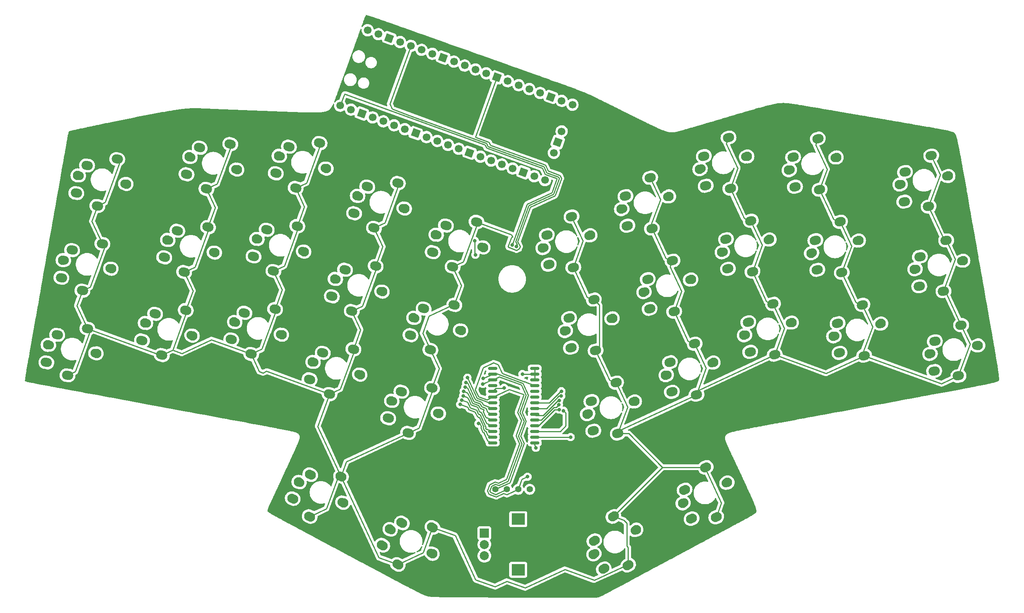
<source format=gbl>
G04 #@! TF.GenerationSoftware,KiCad,Pcbnew,(6.0.4)*
G04 #@! TF.CreationDate,2022-12-01T16:17:53-05:00*
G04 #@! TF.ProjectId,Ostrich,4f737472-6963-4682-9e6b-696361645f70,rev?*
G04 #@! TF.SameCoordinates,Original*
G04 #@! TF.FileFunction,Copper,L2,Bot*
G04 #@! TF.FilePolarity,Positive*
%FSLAX46Y46*%
G04 Gerber Fmt 4.6, Leading zero omitted, Abs format (unit mm)*
G04 Created by KiCad (PCBNEW (6.0.4)) date 2022-12-01 16:17:53*
%MOMM*%
%LPD*%
G01*
G04 APERTURE LIST*
G04 Aperture macros list*
%AMRoundRect*
0 Rectangle with rounded corners*
0 $1 Rounding radius*
0 $2 $3 $4 $5 $6 $7 $8 $9 X,Y pos of 4 corners*
0 Add a 4 corners polygon primitive as box body*
4,1,4,$2,$3,$4,$5,$6,$7,$8,$9,$2,$3,0*
0 Add four circle primitives for the rounded corners*
1,1,$1+$1,$2,$3*
1,1,$1+$1,$4,$5*
1,1,$1+$1,$6,$7*
1,1,$1+$1,$8,$9*
0 Add four rect primitives between the rounded corners*
20,1,$1+$1,$2,$3,$4,$5,0*
20,1,$1+$1,$4,$5,$6,$7,0*
20,1,$1+$1,$6,$7,$8,$9,0*
20,1,$1+$1,$8,$9,$2,$3,0*%
%AMHorizOval*
0 Thick line with rounded ends*
0 $1 width*
0 $2 $3 position (X,Y) of the first rounded end (center of the circle)*
0 $4 $5 position (X,Y) of the second rounded end (center of the circle)*
0 Add line between two ends*
20,1,$1,$2,$3,$4,$5,0*
0 Add two circle primitives to create the rounded ends*
1,1,$1,$2,$3*
1,1,$1,$4,$5*%
%AMRotRect*
0 Rectangle, with rotation*
0 The origin of the aperture is its center*
0 $1 length*
0 $2 width*
0 $3 Rotation angle, in degrees counterclockwise*
0 Add horizontal line*
21,1,$1,$2,0,0,$3*%
G04 Aperture macros list end*
G04 #@! TA.AperFunction,WasherPad*
%ADD10C,1.900000*%
G04 #@! TD*
G04 #@! TA.AperFunction,WasherPad*
%ADD11C,2.100000*%
G04 #@! TD*
G04 #@! TA.AperFunction,ComponentPad*
%ADD12HorizOval,2.000000X0.226577X-0.105655X-0.226577X0.105655X0*%
G04 #@! TD*
G04 #@! TA.AperFunction,ComponentPad*
%ADD13HorizOval,2.000000X0.241481X0.064705X-0.241481X-0.064705X0*%
G04 #@! TD*
G04 #@! TA.AperFunction,ComponentPad*
%ADD14HorizOval,2.000000X0.241481X-0.064705X-0.241481X0.064705X0*%
G04 #@! TD*
G04 #@! TA.AperFunction,ComponentPad*
%ADD15HorizOval,2.000000X0.216506X-0.125000X-0.216506X0.125000X0*%
G04 #@! TD*
G04 #@! TA.AperFunction,ComponentPad*
%ADD16HorizOval,2.000000X0.246202X0.043412X-0.246202X-0.043412X0*%
G04 #@! TD*
G04 #@! TA.AperFunction,ComponentPad*
%ADD17HorizOval,1.700000X0.000000X0.000000X0.000000X0.000000X0*%
G04 #@! TD*
G04 #@! TA.AperFunction,ComponentPad*
%ADD18RotRect,1.700000X1.700000X70.000000*%
G04 #@! TD*
G04 #@! TA.AperFunction,ComponentPad*
%ADD19HorizOval,2.000000X0.246202X-0.043412X-0.246202X0.043412X0*%
G04 #@! TD*
G04 #@! TA.AperFunction,ComponentPad*
%ADD20C,1.397000*%
G04 #@! TD*
G04 #@! TA.AperFunction,ComponentPad*
%ADD21HorizOval,2.000000X0.216506X0.125000X-0.216506X-0.125000X0*%
G04 #@! TD*
G04 #@! TA.AperFunction,ComponentPad*
%ADD22HorizOval,2.000000X0.226577X0.105655X-0.226577X-0.105655X0*%
G04 #@! TD*
G04 #@! TA.AperFunction,ComponentPad*
%ADD23R,2.000000X2.000000*%
G04 #@! TD*
G04 #@! TA.AperFunction,ComponentPad*
%ADD24C,2.000000*%
G04 #@! TD*
G04 #@! TA.AperFunction,ComponentPad*
%ADD25R,3.000000X2.500000*%
G04 #@! TD*
G04 #@! TA.AperFunction,SMDPad,CuDef*
%ADD26RoundRect,0.150000X-0.875000X-0.150000X0.875000X-0.150000X0.875000X0.150000X-0.875000X0.150000X0*%
G04 #@! TD*
G04 #@! TA.AperFunction,ViaPad*
%ADD27C,0.800000*%
G04 #@! TD*
G04 #@! TA.AperFunction,Conductor*
%ADD28C,0.250000*%
G04 #@! TD*
G04 APERTURE END LIST*
D10*
X111609167Y-134533500D03*
D11*
X102020430Y-130062199D03*
D10*
X102401079Y-130239698D03*
D11*
X111989816Y-134710999D03*
D12*
X100734742Y-133765846D03*
X104625541Y-128474402D03*
X104511675Y-137733815D03*
X111454046Y-128856006D03*
D11*
X193968859Y-103602614D03*
D10*
X193563170Y-103711318D03*
D11*
X183343675Y-106449624D03*
D10*
X183749364Y-106340920D03*
D13*
X184739440Y-110113207D03*
X184318689Y-103558768D03*
X189794918Y-99461815D03*
X190183299Y-110725081D03*
D10*
X68387493Y-94954140D03*
D11*
X67981804Y-94845436D03*
D10*
X78201299Y-97583742D03*
D11*
X78606988Y-97692446D03*
D14*
X70271619Y-92829389D03*
X67358780Y-98716075D03*
X77062648Y-92019438D03*
X71767364Y-101967903D03*
D11*
X122206471Y-140508230D03*
D10*
X131369020Y-145798230D03*
X122570202Y-140718230D03*
D11*
X131732751Y-146008230D03*
D15*
X120602881Y-144085729D03*
X124940054Y-139153525D03*
X124019611Y-148367780D03*
X131709316Y-140128821D03*
D10*
X188632667Y-85310431D03*
D11*
X178413172Y-88048737D03*
X189038356Y-85201727D03*
D10*
X178818861Y-87940033D03*
D13*
X179808937Y-91712320D03*
X179388186Y-85157881D03*
X185252796Y-92324194D03*
X184864415Y-81060928D03*
D10*
X252189480Y-99880965D03*
D11*
X252603100Y-99808033D03*
X241770214Y-101718163D03*
D10*
X242183834Y-101645231D03*
D16*
X242841365Y-105489454D03*
X242993473Y-98923286D03*
X248211181Y-106573464D03*
X248805936Y-95319208D03*
D10*
X83131801Y-79182855D03*
D11*
X83537490Y-79291559D03*
D10*
X73317995Y-76553253D03*
D11*
X72912306Y-76444549D03*
D14*
X75202121Y-74428502D03*
X72289282Y-80315188D03*
X76697866Y-83567016D03*
X81993150Y-73618551D03*
D10*
X196167908Y-79084007D03*
D11*
X206387403Y-76345701D03*
D10*
X205981714Y-76454405D03*
D11*
X195762219Y-79192711D03*
D13*
X196737233Y-76301855D03*
X197157984Y-82856294D03*
X202213462Y-72204902D03*
X202601843Y-83468168D03*
D10*
X120262276Y-87817135D03*
X110448470Y-85187533D03*
D11*
X110042781Y-85078829D03*
X120667965Y-87925839D03*
D14*
X109419757Y-88949468D03*
X112332596Y-83062782D03*
X119123625Y-82252831D03*
X113828341Y-92201296D03*
D11*
X127457567Y-93689509D03*
X138082751Y-96536519D03*
D10*
X127863256Y-93798213D03*
X137677062Y-96427815D03*
D14*
X129747382Y-91673462D03*
X126834543Y-97560148D03*
X131243127Y-100811976D03*
X136538411Y-90863511D03*
D17*
X111281133Y-46709946D03*
X113667952Y-47578678D03*
D18*
X116054771Y-48447409D03*
D17*
X118441591Y-49316140D03*
X120828410Y-50184871D03*
X123215229Y-51053602D03*
X125602049Y-51922333D03*
D18*
X127988868Y-52791064D03*
D17*
X130375687Y-53659796D03*
X132762506Y-54528527D03*
X135149326Y-55397258D03*
X137536145Y-56265989D03*
D18*
X139922964Y-57134720D03*
D17*
X142309783Y-58003451D03*
X144696603Y-58872183D03*
X147083422Y-59740914D03*
X149470241Y-60609645D03*
D18*
X151857060Y-61478376D03*
D17*
X154243880Y-62347107D03*
X156630699Y-63215838D03*
X162711817Y-46508104D03*
X160324998Y-45639372D03*
D18*
X157938179Y-44770641D03*
D17*
X155551359Y-43901910D03*
X153164540Y-43033179D03*
X150777721Y-42164448D03*
X148390901Y-41295717D03*
D18*
X146004082Y-40426986D03*
D17*
X143617263Y-39558254D03*
X141230444Y-38689523D03*
X138843624Y-37820792D03*
X136456805Y-36952061D03*
D18*
X134069986Y-36083330D03*
D17*
X131683167Y-35214599D03*
X129296347Y-34345867D03*
X126909528Y-33477136D03*
X124522709Y-32608405D03*
D18*
X122135890Y-31739674D03*
D17*
X119749070Y-30870943D03*
X117362251Y-30002212D03*
X158586397Y-57170126D03*
D18*
X159455129Y-54783306D03*
D17*
X160323860Y-52396487D03*
D10*
X201098411Y-97484894D03*
X210912217Y-94855292D03*
D11*
X211317906Y-94746588D03*
X200692722Y-97593598D03*
D13*
X202088487Y-101257181D03*
X201667736Y-94702742D03*
X207143965Y-90605789D03*
X207532346Y-101869055D03*
D11*
X46478037Y-99685135D03*
D10*
X56897303Y-101522333D03*
D11*
X57310923Y-101595265D03*
D10*
X46891657Y-99758067D03*
D19*
X48583429Y-97477189D03*
X46194733Y-103595345D03*
X55278024Y-96078443D03*
X50869956Y-106450566D03*
D10*
X78248498Y-58152366D03*
D11*
X88467993Y-60890672D03*
X77842809Y-58043662D03*
D10*
X88062304Y-60781968D03*
D14*
X77219785Y-61914301D03*
X80132624Y-56027615D03*
X81628369Y-65166129D03*
X86923653Y-55217664D03*
D10*
X183702164Y-66909544D03*
X173888358Y-69539146D03*
D11*
X184107853Y-66800840D03*
X173482669Y-69647850D03*
D13*
X174457683Y-66756994D03*
X174878434Y-73311433D03*
X180322293Y-73923307D03*
X179933912Y-62660041D03*
D10*
X220879838Y-97706640D03*
D11*
X220474149Y-97815344D03*
D10*
X230693644Y-95077038D03*
D11*
X231099333Y-94968334D03*
D13*
X221449163Y-94924488D03*
X221869914Y-101478927D03*
X226925392Y-90827535D03*
X227313773Y-102090801D03*
D11*
X160998386Y-96659417D03*
D10*
X171217881Y-93921111D03*
D11*
X171623570Y-93812407D03*
D10*
X161404075Y-96550713D03*
D13*
X161973400Y-93768561D03*
X162394151Y-100323000D03*
X167449629Y-89671608D03*
X167838010Y-100934874D03*
D11*
X105112278Y-103479716D03*
D10*
X105517967Y-103588420D03*
X115331773Y-106218022D03*
D11*
X115737462Y-106326726D03*
D14*
X104489254Y-107350355D03*
X107402093Y-101463669D03*
X114193122Y-100653718D03*
X108897838Y-110602183D03*
D10*
X125192778Y-69416248D03*
D11*
X125598467Y-69524952D03*
D10*
X115378972Y-66786646D03*
D11*
X114973283Y-66677942D03*
D14*
X114350259Y-70548581D03*
X117263098Y-64661895D03*
X124054127Y-63851944D03*
X118758843Y-73800409D03*
D11*
X63926918Y-64074090D03*
X53094032Y-62163960D03*
D10*
X53507652Y-62236892D03*
X63513298Y-64001158D03*
D19*
X52810728Y-66074170D03*
X55199424Y-59956014D03*
X57485951Y-68929391D03*
X61894019Y-58557268D03*
D10*
X97982726Y-97361996D03*
X88168920Y-94732394D03*
D11*
X87763231Y-94623690D03*
X98388415Y-97470700D03*
D14*
X90053046Y-92607643D03*
X87140207Y-98494329D03*
X96844075Y-91797692D03*
X91548791Y-101746157D03*
D11*
X156067883Y-78258530D03*
X166693067Y-75411520D03*
D10*
X166287378Y-75520224D03*
X156473572Y-78149826D03*
D13*
X157042897Y-75367674D03*
X157463648Y-81922113D03*
X162907507Y-82533987D03*
X162519126Y-71270721D03*
D20*
X145632475Y-131699024D03*
X148172475Y-131699024D03*
X150712475Y-131699024D03*
X153252475Y-131699024D03*
D11*
X143013254Y-78135632D03*
D10*
X142607565Y-78026928D03*
D11*
X132388070Y-75288622D03*
D10*
X132793759Y-75397326D03*
D14*
X134677885Y-73272575D03*
X131765046Y-79159261D03*
X141468914Y-72462624D03*
X136173630Y-82411089D03*
D10*
X102913229Y-78961109D03*
X93099423Y-76331507D03*
D11*
X92693734Y-76222803D03*
X103318918Y-79069813D03*
D14*
X94983549Y-74206756D03*
X92070710Y-80093442D03*
X101774578Y-73396805D03*
X96479294Y-83345270D03*
D10*
X215949336Y-79305753D03*
D11*
X226168831Y-76567447D03*
X215543647Y-79414457D03*
D10*
X225763142Y-76676151D03*
D13*
X216518661Y-76523601D03*
X216939412Y-83078040D03*
X221994890Y-72426648D03*
X222383271Y-83689914D03*
D11*
X176554073Y-112213294D03*
X165928889Y-115060304D03*
D10*
X166334578Y-114951600D03*
X176148384Y-112321998D03*
D13*
X167324654Y-118723887D03*
X166903903Y-112169448D03*
X172380132Y-108072495D03*
X172768513Y-119335761D03*
D10*
X176510935Y-140841128D03*
X167712117Y-145921128D03*
D11*
X167348386Y-146131128D03*
X176874666Y-140631128D03*
D21*
X169644796Y-149308627D03*
X167541969Y-143086423D03*
X175061526Y-148490678D03*
X171771231Y-137711719D03*
D11*
X187091321Y-134833897D03*
D10*
X196680058Y-130362596D03*
D11*
X197060707Y-130185097D03*
D10*
X187471970Y-134656398D03*
D22*
X189102056Y-138199451D03*
X187549531Y-131817651D03*
X194569462Y-137856713D03*
X192231135Y-126832003D03*
D11*
X221238328Y-58166559D03*
D10*
X220832639Y-58275263D03*
X211018833Y-60904865D03*
D11*
X210613144Y-61013569D03*
D13*
X212008909Y-64677152D03*
X211588158Y-58122713D03*
X217064387Y-54025760D03*
X217452768Y-65289026D03*
D23*
X143194475Y-141421025D03*
D24*
X143194475Y-146421025D03*
X143194475Y-143921025D03*
D25*
X150694475Y-149521025D03*
X150694475Y-138321025D03*
D10*
X132746559Y-114828702D03*
X122932753Y-112199100D03*
D11*
X122527064Y-112090396D03*
X133152248Y-114937406D03*
D14*
X124816879Y-110074349D03*
X121904040Y-115961035D03*
X126312624Y-119212863D03*
X131607908Y-109264398D03*
D10*
X50199655Y-80997480D03*
D11*
X49786035Y-80924548D03*
X60618921Y-82834678D03*
D10*
X60205301Y-82761746D03*
D19*
X49502731Y-84834758D03*
X51891427Y-78716602D03*
X58586022Y-77317856D03*
X54177954Y-87689979D03*
D10*
X191237405Y-60683120D03*
D11*
X201456900Y-57944814D03*
X190831716Y-60791824D03*
D10*
X201051211Y-58053518D03*
D13*
X192227481Y-64455407D03*
X191806730Y-57900968D03*
X197282959Y-53804015D03*
X197671340Y-65067281D03*
D11*
X238462216Y-82957576D03*
D10*
X238875836Y-82884644D03*
D11*
X249295102Y-81047446D03*
D10*
X248881482Y-81120378D03*
D16*
X239533367Y-86728867D03*
X239685475Y-80162699D03*
X245497938Y-76558621D03*
X244903183Y-87812877D03*
D11*
X245987105Y-62286858D03*
D10*
X245573485Y-62359790D03*
D11*
X235154219Y-64196988D03*
D10*
X235567839Y-64124056D03*
D16*
X236225370Y-67968279D03*
X236377478Y-61402111D03*
X241595186Y-69052289D03*
X242189941Y-57798033D03*
D10*
X107843732Y-60560222D03*
X98029926Y-57930620D03*
D11*
X97624237Y-57821916D03*
X108249421Y-60668926D03*
D14*
X97001213Y-61692555D03*
X99914052Y-55805869D03*
X106705081Y-54995918D03*
X101409797Y-64944383D03*
D26*
X145046475Y-121412025D03*
X145046475Y-120142025D03*
X145046475Y-118872025D03*
X145046475Y-117602025D03*
X145046475Y-116332025D03*
X145046475Y-115062025D03*
X145046475Y-113792025D03*
X145046475Y-112522025D03*
X145046475Y-111252025D03*
X145046475Y-109982025D03*
X145046475Y-108712025D03*
X145046475Y-107442025D03*
X145046475Y-106172025D03*
X145046475Y-104902025D03*
X154346475Y-104902025D03*
X154346475Y-106172025D03*
X154346475Y-107442025D03*
X154346475Y-108712025D03*
X154346475Y-109982025D03*
X154346475Y-111252025D03*
X154346475Y-112522025D03*
X154346475Y-113792025D03*
X154346475Y-115062025D03*
X154346475Y-116332025D03*
X154346475Y-117602025D03*
X154346475Y-118872025D03*
X154346475Y-120142025D03*
X154346475Y-121412025D03*
D27*
X141091674Y-76651263D03*
X141224000Y-79756000D03*
X160265402Y-109973402D03*
X160208612Y-111054790D03*
X139443384Y-106986950D03*
X139144852Y-108061058D03*
X138976309Y-109046247D03*
X138623237Y-109981312D03*
X138530778Y-110979607D03*
X159766881Y-112001059D03*
X159699001Y-112998254D03*
X159766000Y-114046000D03*
X160736462Y-114300000D03*
X162306000Y-120142000D03*
X138183286Y-111934334D03*
X137835793Y-112889062D03*
X141891103Y-117141382D03*
X154607587Y-122507411D03*
X152755858Y-128919712D03*
X150269578Y-77949161D03*
X151638000Y-106172000D03*
X147574000Y-109220000D03*
X142867266Y-108362952D03*
X149328429Y-77612646D03*
X142893742Y-107161572D03*
D28*
X204733980Y-77610171D02*
X202213462Y-72204902D01*
X185252797Y-92324194D02*
X186896880Y-87807113D01*
X192315436Y-104867084D02*
X189794918Y-99461815D01*
X131243126Y-100811977D02*
X129516606Y-97109442D01*
X141210003Y-53598609D02*
X146004082Y-40426985D01*
X94966463Y-105531578D02*
X108897838Y-110602184D01*
X224515409Y-77831917D02*
X221994890Y-72426648D01*
X200751549Y-71672810D02*
X197671341Y-65067281D01*
X138558003Y-81299239D02*
X141640409Y-72830396D01*
X98863667Y-82233419D02*
X101946074Y-73764577D01*
X116212713Y-91089445D02*
X119295120Y-82620603D01*
X209664483Y-96011057D02*
X207143965Y-90605789D01*
X248211182Y-106573464D02*
X250772455Y-99536422D01*
X216576333Y-55366677D02*
X217064387Y-54025761D01*
X114193122Y-100653718D02*
X115761022Y-96345947D01*
X205682051Y-90073696D02*
X202601843Y-83468169D01*
X170918219Y-107540402D02*
X167838011Y-100934874D01*
X171771231Y-137711719D02*
X174094943Y-138557481D01*
X245013171Y-76382181D02*
X241595186Y-69052288D01*
X144541388Y-55447310D02*
X144237769Y-54796198D01*
X194569462Y-137856713D02*
X195717993Y-134701149D01*
X84012742Y-64054278D02*
X87095148Y-55585436D01*
X168685499Y-90907478D02*
X168685499Y-100087385D01*
X136173630Y-82411090D02*
X138558003Y-81299239D01*
X52945457Y-91076235D02*
X55278024Y-96078443D01*
X151108656Y-77907463D02*
X150585896Y-76786400D01*
X101774579Y-73396805D02*
X103342479Y-69089034D01*
X160263011Y-62811160D02*
X159948250Y-62136153D01*
X245387953Y-87989319D02*
X244903183Y-87812877D01*
X156722450Y-59880853D02*
X156126894Y-59664089D01*
X167449629Y-89671608D02*
X168685499Y-90907478D01*
X110548666Y-129593429D02*
X110466356Y-129416915D01*
X172380132Y-108072495D02*
X170918219Y-107540402D01*
X91548790Y-101746157D02*
X93933163Y-100634306D01*
X172983329Y-118745559D02*
X190183299Y-110725081D01*
X184376362Y-82401845D02*
X184864415Y-81060928D01*
X227313773Y-102090802D02*
X244449342Y-108327639D01*
X172768513Y-119335761D02*
X175154705Y-119335761D01*
X144237769Y-54796198D02*
X141263680Y-53713718D01*
X159948250Y-62136153D02*
X157329687Y-61183073D01*
X174752000Y-139214538D02*
X174752000Y-144272000D01*
X110466356Y-129416915D02*
X110510342Y-129296063D01*
X174850481Y-148413863D02*
X175061526Y-148490678D01*
X222383272Y-83689915D02*
X224515409Y-77831917D01*
X58586022Y-77317856D02*
X59037410Y-78285859D01*
X129516606Y-97109442D02*
X130897003Y-93316833D01*
X131779403Y-109632170D02*
X131607908Y-109264398D01*
X220532977Y-71894555D02*
X217452768Y-65289027D01*
X149456607Y-75762616D02*
X149184613Y-75889448D01*
X77062648Y-92019438D02*
X78630548Y-87711668D01*
X93354848Y-105619260D02*
X94154371Y-105910263D01*
X96479294Y-83345271D02*
X98863667Y-82233419D01*
X150296517Y-78736009D02*
X150911460Y-78449257D01*
X83561051Y-69310779D02*
X81628369Y-65166130D01*
X218909233Y-106009903D02*
X227313773Y-102090802D01*
X145571030Y-153276318D02*
X148175470Y-152061848D01*
X229178553Y-95659455D02*
X226925392Y-90827535D01*
X56253454Y-72315646D02*
X58586022Y-77317856D01*
X141468914Y-72462624D02*
X149236050Y-75289630D01*
X167553209Y-151816637D02*
X174850481Y-148413863D01*
X158878927Y-66613900D02*
X160263011Y-62811160D01*
X59216258Y-68122534D02*
X57485950Y-68929390D01*
X148461043Y-77877441D02*
X148568039Y-78106895D01*
X174094943Y-138557481D02*
X174752000Y-139214538D01*
X180322294Y-73923307D02*
X180054937Y-73349959D01*
X108214210Y-136007295D02*
X110548666Y-129593429D01*
X207532346Y-101869055D02*
X209664483Y-96011057D01*
X104511675Y-137733815D02*
X108214210Y-136007295D01*
X76697865Y-83567016D02*
X79082238Y-82455165D01*
X55908262Y-86883123D02*
X54177953Y-87689979D01*
X244903183Y-87812877D02*
X247485098Y-80719124D01*
X94154371Y-105910263D02*
X94966463Y-105531578D01*
X180054937Y-73349959D02*
X182187074Y-67491961D01*
X118758843Y-73800410D02*
X121143216Y-72688558D01*
X128696996Y-118101012D02*
X131779403Y-109632170D01*
X62345407Y-59525271D02*
X59216258Y-68122534D01*
X165987716Y-89139515D02*
X162907508Y-82533987D01*
X121143216Y-72688558D02*
X124225622Y-64219716D01*
X61894019Y-58557267D02*
X62345407Y-59525271D01*
X174752000Y-144272000D02*
X175061526Y-144581526D01*
X54177953Y-87689979D02*
X52945457Y-91076235D01*
X79082238Y-82455165D02*
X82164645Y-73986323D01*
X129669488Y-145733199D02*
X131709315Y-140128821D01*
X113828340Y-92201297D02*
X116212713Y-91089445D01*
X241595186Y-69052288D02*
X244156460Y-62015246D01*
X76197513Y-101600654D02*
X82751831Y-98544326D01*
X115761022Y-96345947D02*
X113828340Y-92201297D01*
X74151736Y-100856052D02*
X77234143Y-92387210D01*
X108897838Y-110602184D02*
X106287033Y-117775311D01*
X183402502Y-80528835D02*
X180322294Y-73923307D01*
X101946074Y-73764577D02*
X101774579Y-73396805D01*
X119843809Y-146847912D02*
X124019611Y-148367780D01*
X133175808Y-104956627D02*
X131243126Y-100811977D01*
X175061526Y-144581526D02*
X175061526Y-148490678D01*
X150585896Y-76786400D02*
X153350003Y-69192080D01*
X130897003Y-93316833D02*
X136324856Y-90785783D01*
X96844075Y-91797691D02*
X98411976Y-87489919D01*
X106876576Y-55363690D02*
X106705081Y-54995918D01*
X184864415Y-81060928D02*
X183402502Y-80528835D01*
X87095148Y-55585436D02*
X86923654Y-55217664D01*
X165039645Y-76675990D02*
X162519126Y-71270721D01*
X114364617Y-101021490D02*
X114193122Y-100653718D01*
X119295120Y-82620603D02*
X119123625Y-82252831D01*
X59037410Y-78285859D02*
X55908262Y-86883123D01*
X81628369Y-65166130D02*
X84012742Y-64054278D01*
X202213462Y-72204902D02*
X200751549Y-71672810D01*
X55278024Y-96078443D02*
X55729412Y-97046446D01*
X186896880Y-87807113D02*
X184376362Y-82401845D01*
X74151736Y-100856052D02*
X76197513Y-101600654D01*
X196794906Y-55144932D02*
X197282959Y-53804015D01*
X174900650Y-113477764D02*
X172380132Y-108072495D01*
X250772455Y-99536422D02*
X248805937Y-95319209D01*
X152233063Y-153538691D02*
X161023049Y-149439853D01*
X78630548Y-87711668D02*
X76697865Y-83567016D01*
X150911460Y-78449257D02*
X151108656Y-77907463D01*
X227046417Y-101517453D02*
X229178553Y-95659455D01*
X111454046Y-128856006D02*
X119843809Y-146847912D01*
X182187074Y-67491961D02*
X179933913Y-62660041D01*
X153350003Y-69192080D02*
X158878927Y-66613900D01*
X202601843Y-83468169D02*
X204733980Y-77610171D01*
X136724304Y-141954127D02*
X141274755Y-151712602D01*
X55278024Y-96078443D02*
X71632267Y-102030900D01*
X119123625Y-82252831D02*
X120691525Y-77945060D01*
X245554649Y-76579263D02*
X245497939Y-76558622D01*
X136538411Y-90863511D02*
X138106312Y-86555739D01*
X138106312Y-86555739D02*
X136173630Y-82411090D01*
X131607908Y-109264398D02*
X133175808Y-104956627D01*
X97015570Y-92165463D02*
X96844075Y-91797691D01*
X207143965Y-90605789D02*
X205682051Y-90073696D01*
X57485950Y-68929390D02*
X56253454Y-72315646D01*
X148568039Y-78106895D02*
X150296517Y-78736009D01*
X248805937Y-95319209D02*
X245387953Y-87989319D01*
X71767364Y-101967904D02*
X74151736Y-100856052D01*
X157329687Y-61183073D02*
X156722450Y-59880853D01*
X110510342Y-129296063D02*
X111454046Y-128856006D01*
X136324856Y-90785783D02*
X136538411Y-90863511D01*
X81993150Y-73618550D02*
X83561051Y-69310779D01*
X149236050Y-75289630D02*
X149456607Y-75762616D01*
X195717993Y-134701149D02*
X192151095Y-127051912D01*
X247485098Y-80719124D02*
X245554649Y-76579263D01*
X82164645Y-73986323D02*
X81993150Y-73618550D01*
X111454046Y-128856006D02*
X112643994Y-125586650D01*
X172768513Y-119335761D02*
X174900650Y-113477764D01*
X131709315Y-140128821D02*
X136724304Y-141954127D01*
X226925392Y-90827535D02*
X225463480Y-90295443D01*
X103342479Y-69089034D02*
X101409797Y-64944384D01*
X189794918Y-99461815D02*
X188333005Y-98929722D01*
X141274755Y-151712602D02*
X145571030Y-153276318D01*
X190183299Y-110725081D02*
X190519106Y-109802459D01*
X106287033Y-117775311D02*
X111454046Y-128856006D01*
X190183299Y-110725081D02*
X192315436Y-104867084D01*
X172768513Y-119335761D02*
X172983329Y-118745559D01*
X156126894Y-59664089D02*
X144541388Y-55447310D01*
X168685499Y-100087385D02*
X167838010Y-100934874D01*
X71632267Y-102030900D02*
X71767364Y-101967904D01*
X190519106Y-109802459D02*
X207532346Y-101869055D01*
X91548790Y-101746157D02*
X93354848Y-105619260D01*
X199315424Y-60550200D02*
X196794906Y-55144932D01*
X171771231Y-137711719D02*
X182650947Y-126832003D01*
X244449342Y-108327639D02*
X248211182Y-106573464D01*
X124225622Y-64219716D02*
X124054128Y-63851944D01*
X112643994Y-125586650D02*
X126312624Y-119212864D01*
X188333005Y-98929722D02*
X185252797Y-92324194D01*
X108897838Y-110602184D02*
X111282210Y-109490332D01*
X161023049Y-149439853D02*
X167553209Y-151816637D01*
X217452768Y-65289027D02*
X219096851Y-60771946D01*
X227313773Y-102090802D02*
X227046417Y-101517453D01*
X182650947Y-126832003D02*
X192231135Y-126832003D01*
X82751831Y-98544326D02*
X91548790Y-101746157D01*
X244156460Y-62015246D02*
X242189941Y-57798033D01*
X175154705Y-119335761D02*
X182650947Y-126832003D01*
X207532346Y-101869055D02*
X218909233Y-106009903D01*
X124019611Y-148367780D02*
X129669488Y-145733199D01*
X98411976Y-87489919D02*
X96479294Y-83345271D01*
X126312624Y-119212864D02*
X128696996Y-118101012D01*
X149184613Y-75889448D02*
X148461043Y-77877441D01*
X219096851Y-60771946D02*
X216576333Y-55366677D01*
X192151095Y-127051912D02*
X192231135Y-126832003D01*
X141640409Y-72830396D02*
X141468914Y-72462624D01*
X197671341Y-65067281D02*
X199315424Y-60550200D01*
X52600263Y-105643710D02*
X50869955Y-106450566D01*
X111282210Y-109490332D02*
X114364617Y-101021490D01*
X225463480Y-90295443D02*
X222383272Y-83689915D01*
X221994890Y-72426648D02*
X220532977Y-71894555D01*
X55729412Y-97046446D02*
X52600263Y-105643710D01*
X148175470Y-152061848D02*
X152233063Y-153538691D01*
X141263680Y-53713718D02*
X141210003Y-53598609D01*
X167449629Y-89671608D02*
X165987716Y-89139515D01*
X101409797Y-64944384D02*
X103794170Y-63832532D01*
X93933163Y-100634306D02*
X97015570Y-92165463D01*
X120691525Y-77945060D02*
X118758843Y-73800410D01*
X77234143Y-92387210D02*
X77062648Y-92019438D01*
X103794170Y-63832532D02*
X106876576Y-55363690D01*
X162907508Y-82533987D02*
X165039645Y-76675990D01*
X245497939Y-76558622D02*
X245013171Y-76382181D01*
X141091674Y-76651263D02*
X141091674Y-79623674D01*
X141091674Y-79623674D02*
X141224000Y-79756000D01*
X154346475Y-112522025D02*
X157585583Y-112522025D01*
X157585583Y-112522025D02*
X160134206Y-109973402D01*
X160134206Y-109973402D02*
X160265402Y-109973402D01*
X156951301Y-113792025D02*
X159688536Y-111054790D01*
X159688536Y-111054790D02*
X160208612Y-111054790D01*
X154346475Y-113792025D02*
X156951301Y-113792025D01*
X145046476Y-112522026D02*
X144699003Y-112684055D01*
X141568708Y-111544720D02*
X139443384Y-106986950D01*
X143239481Y-112152832D02*
X141568708Y-111544720D01*
X144699003Y-112684055D02*
X143239481Y-112152832D01*
X141239994Y-111903447D02*
X140933590Y-111246363D01*
X139510280Y-108194063D02*
X139144852Y-108061058D01*
X145046475Y-113792025D02*
X142890945Y-113007476D01*
X140933590Y-111246363D02*
X139510280Y-108194063D01*
X142890945Y-113007476D02*
X142608372Y-112401496D01*
X142608372Y-112401496D02*
X141239994Y-111903447D01*
X145046476Y-115062025D02*
X143930936Y-114656002D01*
X142215946Y-112737034D02*
X140911280Y-112262174D01*
X140911280Y-112262174D02*
X140753900Y-111924670D01*
X142279660Y-112760224D02*
X142215946Y-112737034D01*
X140753900Y-111924670D02*
X139500664Y-109237097D01*
X143486334Y-113702549D02*
X142562232Y-113366203D01*
X139500664Y-109237097D02*
X138976309Y-109046247D01*
X142562232Y-113366203D02*
X142404852Y-113028699D01*
X143930936Y-114656002D02*
X143486334Y-113702549D01*
X142404852Y-113028699D02*
X142279660Y-112760224D01*
X142076138Y-113387426D02*
X141950946Y-113118951D01*
X139500617Y-110300652D02*
X138623237Y-109981312D01*
X143546483Y-115786073D02*
X143390413Y-115451381D01*
X140582567Y-112620901D02*
X140118783Y-111626313D01*
X145046475Y-116332025D02*
X143546483Y-115786073D01*
X140118783Y-111626313D02*
X139500617Y-110300652D01*
X143390413Y-115451381D02*
X142934987Y-114474716D01*
X141346155Y-112898825D02*
X140582567Y-112620901D01*
X143093907Y-114038086D02*
X142233518Y-113724929D01*
X142934987Y-114474716D02*
X143093907Y-114038086D01*
X142233518Y-113724929D02*
X142076138Y-113387426D01*
X141950946Y-113118951D02*
X141346155Y-112898825D01*
X143662371Y-117098252D02*
X142527583Y-114664691D01*
X140262972Y-112999184D02*
X139787284Y-111979067D01*
X145046475Y-117602025D02*
X143662371Y-117098252D01*
X141631351Y-113497233D02*
X140262972Y-112999184D01*
X142103824Y-114510455D02*
X141631351Y-113497233D01*
X139482809Y-111326117D02*
X138530778Y-110979607D01*
X139787284Y-111979067D02*
X139482809Y-111326117D01*
X142527583Y-114664691D02*
X142103824Y-114510455D01*
X156209172Y-115316000D02*
X156717586Y-114807586D01*
X154600450Y-115316000D02*
X156209172Y-115316000D01*
X154346475Y-115062025D02*
X154600450Y-115316000D01*
X159524113Y-112001059D02*
X159766881Y-112001059D01*
X156717586Y-114807586D02*
X159524113Y-112001059D01*
X159100775Y-113596480D02*
X159699001Y-112998254D01*
X154346475Y-116332025D02*
X155828865Y-116332025D01*
X158936806Y-113596480D02*
X159100775Y-113596480D01*
X158564410Y-113596480D02*
X158936806Y-113596480D01*
X155828865Y-116332025D02*
X157162445Y-114998445D01*
X157162445Y-114998445D02*
X158564410Y-113596480D01*
X158750608Y-114046000D02*
X159766000Y-114046000D01*
X155194583Y-117602025D02*
X158750608Y-114046000D01*
X154346475Y-117602025D02*
X155194583Y-117602025D01*
X161217520Y-117663872D02*
X161217520Y-114781058D01*
X160009367Y-118872025D02*
X161217520Y-117663872D01*
X161217520Y-114781058D02*
X160736462Y-114300000D01*
X154346475Y-118872025D02*
X160009367Y-118872025D01*
X162305975Y-120142025D02*
X162306000Y-120142000D01*
X154346475Y-120142025D02*
X162305975Y-120142025D01*
X143540927Y-118324051D02*
X143476410Y-118185692D01*
X140083282Y-113677491D02*
X139776878Y-113020407D01*
X139776878Y-113020407D02*
X139492665Y-112410909D01*
X142271988Y-115180222D02*
X141848229Y-115025986D01*
X145046475Y-118872025D02*
X143540927Y-118324051D01*
X142347892Y-115342999D02*
X142271988Y-115180222D01*
X139492665Y-112410909D02*
X138183286Y-111934334D01*
X141451660Y-114175540D02*
X140083282Y-113677491D01*
X143562792Y-117948360D02*
X142347892Y-115342999D01*
X143476410Y-118185692D02*
X143562792Y-117948360D01*
X141848229Y-115025986D02*
X141451660Y-114175540D01*
X141936384Y-115733061D02*
X141629943Y-115621525D01*
X139839696Y-114067203D02*
X139754568Y-114036219D01*
X143524427Y-118796414D02*
X143212214Y-118682778D01*
X139754568Y-114036219D02*
X139597188Y-113698714D01*
X143513761Y-118825717D02*
X143524427Y-118796414D01*
X143939726Y-119739202D02*
X143513761Y-118825717D01*
X143212214Y-118682778D02*
X142916768Y-118049193D01*
X139502521Y-113495701D02*
X137835793Y-112889062D01*
X141196065Y-114691071D02*
X141122947Y-114534268D01*
X143003150Y-117811860D02*
X142053701Y-115775761D01*
X141629943Y-115621525D02*
X141196065Y-114691071D01*
X141122947Y-114534268D02*
X139839696Y-114067203D01*
X142053701Y-115775761D02*
X141936384Y-115733061D01*
X139597188Y-113698714D02*
X139502521Y-113495701D01*
X145046475Y-120142026D02*
X143939726Y-119739202D01*
X142916768Y-118049193D02*
X143003150Y-117811860D01*
X143124229Y-119260364D02*
X143166409Y-119144476D01*
X143939725Y-121009201D02*
X143124229Y-119260364D01*
X142883500Y-119041505D02*
X142430674Y-118070417D01*
X143132000Y-119131952D02*
X142883500Y-119041505D01*
X142140320Y-117025171D02*
X141891103Y-117141382D01*
X142517056Y-117833084D02*
X142140320Y-117025171D01*
X143166409Y-119144476D02*
X143132000Y-119131952D01*
X145046476Y-121412025D02*
X143939725Y-121009201D01*
X142430674Y-118070417D02*
X142517056Y-117833084D01*
X154237025Y-121712737D02*
X154607587Y-122507411D01*
X154346475Y-121412025D02*
X154237025Y-121712737D01*
X152164085Y-107917701D02*
X152116340Y-107815312D01*
X150556225Y-114671600D02*
X151946195Y-110852691D01*
X154444788Y-68185582D02*
X153142568Y-68792817D01*
X154346475Y-108712026D02*
X152164085Y-107917701D01*
X141178901Y-109645120D02*
X141897421Y-111185993D01*
X150712475Y-131699024D02*
X148189421Y-132875544D01*
X146193167Y-104037646D02*
X145238439Y-103690154D01*
X151513147Y-129499198D02*
X150712475Y-131699024D01*
X143678661Y-55071069D02*
X143982277Y-55722178D01*
X143897663Y-132052220D02*
X144410119Y-130644259D01*
X126909528Y-33477136D02*
X122242325Y-46300171D01*
X146284070Y-130352177D02*
X148136708Y-129488278D01*
X148702910Y-109547002D02*
X145046475Y-111252025D01*
X151397174Y-116475023D02*
X150556225Y-114671600D01*
X137052342Y-52659286D02*
X143678661Y-55071069D01*
X159776917Y-62832384D02*
X158844503Y-65394171D01*
X152755858Y-128919712D02*
X151513147Y-129499198D01*
X144224765Y-132753695D02*
X143897663Y-132052220D01*
X156393738Y-60239580D02*
X157000974Y-61541801D01*
X126789019Y-48923742D02*
X137052342Y-52659286D01*
X150099803Y-76807623D02*
X150428502Y-77512522D01*
X143745550Y-111858657D02*
X145046475Y-111252025D01*
X143982277Y-55722178D02*
X156393738Y-60239580D01*
X152991276Y-68863366D02*
X150881661Y-74659486D01*
X150881661Y-74659486D02*
X150099803Y-76807623D01*
X141897421Y-111185993D02*
X143745550Y-111858657D01*
X157000974Y-61541801D02*
X159619536Y-62494880D01*
X142959554Y-104752816D02*
X141178901Y-109645120D01*
X151946195Y-110852691D02*
X151875862Y-110701862D01*
X147138972Y-106065931D02*
X146193167Y-104037646D01*
X159619536Y-62494880D02*
X159776917Y-62832384D01*
X150428502Y-77512522D02*
X150269578Y-77949161D01*
X152116340Y-107815312D02*
X152041386Y-107850264D01*
X145830450Y-133338116D02*
X144224765Y-132753695D01*
X147421686Y-132596111D02*
X145830450Y-133338116D01*
X158844503Y-65394171D02*
X158520200Y-66285186D01*
X150180950Y-119816570D02*
X151397174Y-116475023D01*
X148189421Y-132875544D02*
X147421686Y-132596111D01*
X145238439Y-103690154D02*
X142959554Y-104752816D01*
X152041386Y-107850264D02*
X147138972Y-106065931D01*
X145583394Y-130097152D02*
X146284070Y-130352177D01*
X151009898Y-121594254D02*
X150180950Y-119816570D01*
X151875862Y-110701862D02*
X148702910Y-109547002D01*
X158520200Y-66285186D02*
X154444788Y-68185582D01*
X153142568Y-68792817D02*
X152991276Y-68863366D01*
X144410119Y-130644259D02*
X145583394Y-130097152D01*
X122242325Y-46300171D02*
X122786380Y-47466900D01*
X122786380Y-47466900D02*
X123447472Y-47707518D01*
X123447472Y-47707518D02*
X126789019Y-48923742D01*
X148136708Y-129488278D02*
X151009898Y-121594254D01*
X154346475Y-106172025D02*
X154346475Y-104902025D01*
X145046475Y-109982025D02*
X145691955Y-109336545D01*
X154346450Y-106172000D02*
X154346475Y-106172025D01*
X147457455Y-109336545D02*
X147574000Y-109220000D01*
X151638000Y-106172000D02*
X154346450Y-106172000D01*
X154346475Y-106172025D02*
X154346475Y-107442025D01*
X145691955Y-109336545D02*
X147457455Y-109336545D01*
X146366745Y-130860638D02*
X148473069Y-129878443D01*
X144768846Y-130972973D02*
X145604617Y-130583246D01*
X144931749Y-107400268D02*
X142867266Y-108362952D01*
X145604617Y-130583246D02*
X146366745Y-130860638D01*
X152432289Y-110831467D02*
X151375198Y-108564530D01*
X144383756Y-132030997D02*
X144768846Y-130972973D01*
X146468844Y-106778763D02*
X145046475Y-107442025D01*
X151375198Y-108564530D02*
X146468844Y-106778763D01*
X148473069Y-129878443D02*
X151495992Y-121573030D01*
X151953172Y-116603708D02*
X151042319Y-114650377D01*
X145747805Y-132829667D02*
X144553479Y-132394968D01*
X151042319Y-114650377D02*
X152432289Y-110831467D01*
X148172474Y-131699025D02*
X145747805Y-132829667D01*
X151495992Y-121573030D02*
X150736948Y-119945254D01*
X144553479Y-132394968D02*
X144383756Y-132030997D01*
X150736948Y-119945254D02*
X151953172Y-116603708D01*
X145046475Y-107442025D02*
X144931749Y-107400268D01*
X156065025Y-60598308D02*
X143653565Y-56080906D01*
X151982086Y-121551806D02*
X148831796Y-130207156D01*
X148831796Y-130207156D02*
X145632475Y-131699025D01*
X158161473Y-65956472D02*
X159290823Y-62853607D01*
X151703912Y-108205803D02*
X152918383Y-110810243D01*
X151223042Y-119924031D02*
X151982086Y-121551806D01*
X156672260Y-61900528D02*
X156065025Y-60598308D01*
X143653565Y-56080906D02*
X143349947Y-55429796D01*
X159290823Y-62853607D02*
X156672260Y-61900528D01*
X145046475Y-106172026D02*
X145029265Y-106165762D01*
X152439266Y-116582484D02*
X151223042Y-119924031D01*
X112199250Y-44187442D02*
X111281133Y-46709946D01*
X152632549Y-68534652D02*
X158161473Y-65956472D01*
X151528413Y-114629154D02*
X152439266Y-116582484D01*
X149328429Y-77612646D02*
X152632549Y-68534652D01*
X145046475Y-106172026D02*
X145515393Y-105953366D01*
X145029265Y-106165762D02*
X142893742Y-107161572D01*
X152918383Y-110810243D02*
X151528413Y-114629154D01*
X112314359Y-44133766D02*
X112199250Y-44187442D01*
X143349947Y-55429796D02*
X112314359Y-44133766D01*
X145515393Y-105953366D02*
X151703912Y-108205803D01*
G04 #@! TA.AperFunction,NonConductor*
G36*
X115950882Y-29680665D02*
G01*
X116001626Y-29730320D01*
X116016987Y-29805290D01*
X116014797Y-29825785D01*
X115999502Y-29968907D01*
X115999799Y-29974060D01*
X115999799Y-29974063D01*
X116003336Y-30035400D01*
X116012361Y-30191927D01*
X116013498Y-30196973D01*
X116013499Y-30196979D01*
X116026466Y-30254514D01*
X116061473Y-30409851D01*
X116145517Y-30616828D01*
X116148216Y-30621232D01*
X116254340Y-30794411D01*
X116262238Y-30807300D01*
X116408501Y-30976150D01*
X116580377Y-31118844D01*
X116773251Y-31231550D01*
X116778076Y-31233392D01*
X116778077Y-31233393D01*
X116817822Y-31248570D01*
X116981943Y-31311242D01*
X116987011Y-31312273D01*
X116987014Y-31312274D01*
X117094268Y-31334095D01*
X117200848Y-31355779D01*
X117206023Y-31355969D01*
X117206025Y-31355969D01*
X117418924Y-31363776D01*
X117418928Y-31363776D01*
X117424088Y-31363965D01*
X117429208Y-31363309D01*
X117429210Y-31363309D01*
X117640539Y-31336237D01*
X117640540Y-31336237D01*
X117645667Y-31335580D01*
X117695168Y-31320729D01*
X117854680Y-31272873D01*
X117854685Y-31272871D01*
X117859635Y-31271386D01*
X118060245Y-31173108D01*
X118064450Y-31170108D01*
X118064456Y-31170105D01*
X118217895Y-31060658D01*
X118219683Y-31059383D01*
X118286755Y-31036110D01*
X118355764Y-31052793D01*
X118404798Y-31104137D01*
X118415767Y-31134261D01*
X118423845Y-31170105D01*
X118448292Y-31278582D01*
X118482962Y-31363965D01*
X118527238Y-31473003D01*
X118532336Y-31485559D01*
X118535035Y-31489963D01*
X118629348Y-31643868D01*
X118649057Y-31676031D01*
X118795320Y-31844881D01*
X118967196Y-31987575D01*
X119160070Y-32100281D01*
X119368762Y-32179973D01*
X119373830Y-32181004D01*
X119373833Y-32181005D01*
X119459367Y-32198407D01*
X119587667Y-32224510D01*
X119592842Y-32224700D01*
X119592844Y-32224700D01*
X119805743Y-32232507D01*
X119805747Y-32232507D01*
X119810907Y-32232696D01*
X119816027Y-32232040D01*
X119816029Y-32232040D01*
X120027358Y-32204968D01*
X120027359Y-32204968D01*
X120032486Y-32204311D01*
X120052165Y-32198407D01*
X120241499Y-32141604D01*
X120241504Y-32141602D01*
X120246454Y-32140117D01*
X120355971Y-32086465D01*
X120425944Y-32074458D01*
X120491302Y-32102188D01*
X120531292Y-32160851D01*
X120537397Y-32198407D01*
X120538616Y-32325403D01*
X120541218Y-32333993D01*
X120541218Y-32333995D01*
X120569960Y-32428890D01*
X120580838Y-32464807D01*
X120660488Y-32586757D01*
X120771164Y-32681451D01*
X120827286Y-32709067D01*
X121493457Y-32951533D01*
X122512010Y-33322256D01*
X122512019Y-33322259D01*
X122515226Y-33323426D01*
X122518539Y-33324240D01*
X122518543Y-33324241D01*
X122568296Y-33336462D01*
X122568300Y-33336462D01*
X122575968Y-33338346D01*
X122721619Y-33336948D01*
X122730209Y-33334346D01*
X122730211Y-33334346D01*
X122852432Y-33297328D01*
X122861023Y-33294726D01*
X122982973Y-33215076D01*
X123065237Y-33118927D01*
X123124722Y-33080170D01*
X123195717Y-33079725D01*
X123255683Y-33117734D01*
X123277720Y-33153437D01*
X123300877Y-33210465D01*
X123305975Y-33223021D01*
X123331145Y-33264095D01*
X123407629Y-33388905D01*
X123422696Y-33413493D01*
X123568959Y-33582343D01*
X123740835Y-33725037D01*
X123933709Y-33837743D01*
X123938534Y-33839585D01*
X123938535Y-33839586D01*
X124001458Y-33863614D01*
X124142401Y-33917435D01*
X124147469Y-33918466D01*
X124147472Y-33918467D01*
X124254726Y-33940288D01*
X124361306Y-33961972D01*
X124366481Y-33962162D01*
X124366483Y-33962162D01*
X124579382Y-33969969D01*
X124579386Y-33969969D01*
X124584546Y-33970158D01*
X124589666Y-33969502D01*
X124589668Y-33969502D01*
X124800997Y-33942430D01*
X124800998Y-33942430D01*
X124806125Y-33941773D01*
X124811075Y-33940288D01*
X125015138Y-33879066D01*
X125015143Y-33879064D01*
X125020093Y-33877579D01*
X125220703Y-33779301D01*
X125224908Y-33776301D01*
X125224914Y-33776298D01*
X125378353Y-33666851D01*
X125380141Y-33665576D01*
X125447213Y-33642303D01*
X125516222Y-33658986D01*
X125565256Y-33710330D01*
X125576225Y-33740454D01*
X125608750Y-33884775D01*
X125692794Y-34091752D01*
X125809515Y-34282224D01*
X125812895Y-34286126D01*
X125854547Y-34334210D01*
X125884030Y-34398796D01*
X125877711Y-34459801D01*
X123642455Y-40601117D01*
X121673969Y-46009485D01*
X121669648Y-46019815D01*
X121665513Y-46026281D01*
X121663036Y-46033814D01*
X121663034Y-46033819D01*
X121644232Y-46091004D01*
X121642938Y-46094742D01*
X121633398Y-46120954D01*
X121632521Y-46124817D01*
X121632503Y-46124896D01*
X121629329Y-46136339D01*
X121615522Y-46178333D01*
X121614997Y-46186239D01*
X121614179Y-46198549D01*
X121611325Y-46218110D01*
X121606838Y-46237861D01*
X121607059Y-46245785D01*
X121607059Y-46245788D01*
X121608072Y-46282055D01*
X121607844Y-46293921D01*
X121605818Y-46324423D01*
X121604914Y-46338041D01*
X121606372Y-46345830D01*
X121606372Y-46345835D01*
X121608640Y-46357953D01*
X121610742Y-46377615D01*
X121611307Y-46397858D01*
X121623496Y-46440369D01*
X121626221Y-46451897D01*
X121627261Y-46457453D01*
X121632898Y-46487576D01*
X121632900Y-46487581D01*
X121634357Y-46495368D01*
X121637707Y-46502552D01*
X121642919Y-46513730D01*
X121649841Y-46532246D01*
X121653238Y-46544091D01*
X121653240Y-46544095D01*
X121655425Y-46551716D01*
X121677797Y-46589848D01*
X121683315Y-46600359D01*
X121705989Y-46648984D01*
X121716650Y-46719175D01*
X121687670Y-46783988D01*
X121628250Y-46822844D01*
X121557255Y-46823407D01*
X121548699Y-46820634D01*
X118312868Y-45642888D01*
X112605046Y-43565411D01*
X112594718Y-43561090D01*
X112588250Y-43556954D01*
X112550920Y-43544681D01*
X112523558Y-43535685D01*
X112519816Y-43534389D01*
X112497303Y-43526195D01*
X112497295Y-43526193D01*
X112493576Y-43524839D01*
X112489630Y-43523942D01*
X112478208Y-43520774D01*
X112443729Y-43509439D01*
X112436198Y-43506963D01*
X112417521Y-43505722D01*
X112415981Y-43505620D01*
X112396421Y-43502766D01*
X112384404Y-43500036D01*
X112384402Y-43500036D01*
X112376669Y-43498279D01*
X112368746Y-43498500D01*
X112368743Y-43498500D01*
X112332476Y-43499513D01*
X112320609Y-43499285D01*
X112284399Y-43496880D01*
X112284397Y-43496880D01*
X112276491Y-43496355D01*
X112256574Y-43500082D01*
X112236916Y-43502183D01*
X112216672Y-43502748D01*
X112193338Y-43509439D01*
X112174181Y-43514932D01*
X112162627Y-43517663D01*
X112119163Y-43525797D01*
X112111981Y-43529146D01*
X112111975Y-43529148D01*
X112100799Y-43534360D01*
X112082277Y-43541285D01*
X112070433Y-43544681D01*
X112070431Y-43544682D01*
X112062814Y-43546866D01*
X112041631Y-43559294D01*
X112024681Y-43569238D01*
X112014178Y-43574752D01*
X112004541Y-43579245D01*
X112002897Y-43580012D01*
X111992545Y-43584257D01*
X111985052Y-43585905D01*
X111977980Y-43589477D01*
X111977978Y-43589478D01*
X111924285Y-43616600D01*
X111920728Y-43618327D01*
X111898986Y-43628466D01*
X111898976Y-43628471D01*
X111895400Y-43630139D01*
X111892064Y-43632240D01*
X111892049Y-43632248D01*
X111891970Y-43632298D01*
X111881643Y-43638140D01*
X111849266Y-43654495D01*
X111849259Y-43654499D01*
X111842185Y-43658073D01*
X111830026Y-43668718D01*
X111826946Y-43671414D01*
X111811093Y-43683230D01*
X111800663Y-43689798D01*
X111800660Y-43689800D01*
X111793953Y-43694024D01*
X111763567Y-43726156D01*
X111755030Y-43734372D01*
X111721755Y-43763502D01*
X111717275Y-43770045D01*
X111717274Y-43770046D01*
X111710309Y-43780217D01*
X111697895Y-43795602D01*
X111683978Y-43810319D01*
X111680134Y-43817253D01*
X111680133Y-43817255D01*
X111662545Y-43848985D01*
X111656307Y-43859085D01*
X111631327Y-43895568D01*
X111628615Y-43903020D01*
X111624398Y-43914605D01*
X111616202Y-43932590D01*
X111606380Y-43950310D01*
X111604381Y-43957983D01*
X111604381Y-43957984D01*
X111595237Y-43993089D01*
X111591707Y-44004424D01*
X111126308Y-45283097D01*
X111122491Y-45293583D01*
X111080397Y-45350754D01*
X111023149Y-45375037D01*
X110965224Y-45383901D01*
X110752889Y-45453303D01*
X110711496Y-45474851D01*
X110616742Y-45524177D01*
X110554740Y-45556453D01*
X110550607Y-45559556D01*
X110550604Y-45559558D01*
X110386404Y-45682843D01*
X110376098Y-45690581D01*
X110343245Y-45724960D01*
X110229955Y-45843511D01*
X110221762Y-45852084D01*
X110218848Y-45856356D01*
X110218847Y-45856357D01*
X110146807Y-45961964D01*
X110091896Y-46006967D01*
X110021371Y-46015138D01*
X109957624Y-45983884D01*
X109920894Y-45923127D01*
X109922837Y-45852383D01*
X109922962Y-45852084D01*
X109923195Y-45851189D01*
X109925915Y-45843709D01*
X109977313Y-45716723D01*
X109978136Y-45714872D01*
X109979180Y-45713088D01*
X109980964Y-45708552D01*
X109980971Y-45708538D01*
X109992562Y-45679069D01*
X109993022Y-45677915D01*
X110003844Y-45651179D01*
X110003846Y-45651174D01*
X110005523Y-45647030D01*
X110006014Y-45645044D01*
X110006719Y-45643077D01*
X110053436Y-45524307D01*
X110063326Y-45499165D01*
X110063954Y-45497716D01*
X110064777Y-45496284D01*
X110078109Y-45461591D01*
X110078463Y-45460680D01*
X110090902Y-45429058D01*
X110091283Y-45427449D01*
X110091805Y-45425950D01*
X110152519Y-45267960D01*
X110152992Y-45266848D01*
X110153632Y-45265717D01*
X110154870Y-45262434D01*
X110154875Y-45262423D01*
X110166912Y-45230510D01*
X110167129Y-45229939D01*
X110179592Y-45197508D01*
X110179883Y-45196236D01*
X110180274Y-45195087D01*
X110181359Y-45192212D01*
X110245390Y-45022461D01*
X110245735Y-45021638D01*
X110246224Y-45020765D01*
X110247192Y-45018162D01*
X110259467Y-44985150D01*
X110259675Y-44984593D01*
X110271106Y-44954289D01*
X110271112Y-44954271D01*
X110272072Y-44951726D01*
X110272288Y-44950756D01*
X110272579Y-44949885D01*
X110342412Y-44762062D01*
X110342661Y-44761463D01*
X110343018Y-44760820D01*
X110356308Y-44724690D01*
X110368803Y-44691084D01*
X110368961Y-44690356D01*
X110369167Y-44689731D01*
X110444056Y-44486138D01*
X110444220Y-44485738D01*
X110444471Y-44485284D01*
X110457823Y-44448711D01*
X110470236Y-44414965D01*
X110470345Y-44414454D01*
X110470476Y-44414051D01*
X110550772Y-44194111D01*
X110550876Y-44193856D01*
X110551034Y-44193569D01*
X110554180Y-44184912D01*
X110564469Y-44156593D01*
X110564535Y-44156411D01*
X110576496Y-44123649D01*
X110576818Y-44122767D01*
X110576884Y-44122451D01*
X110576967Y-44122196D01*
X110663024Y-43885353D01*
X110663072Y-43885235D01*
X110663148Y-43885097D01*
X110676316Y-43848770D01*
X110688987Y-43813898D01*
X110689020Y-43813741D01*
X110689067Y-43813596D01*
X110781241Y-43559320D01*
X110781256Y-43559284D01*
X110781273Y-43559251D01*
X110782873Y-43554836D01*
X110793952Y-43524252D01*
X110793961Y-43524227D01*
X110807127Y-43487907D01*
X110807128Y-43487902D01*
X110807175Y-43487774D01*
X110807186Y-43487720D01*
X110905763Y-43215610D01*
X110905772Y-43215593D01*
X110919140Y-43178683D01*
X110931685Y-43144054D01*
X110931688Y-43144037D01*
X110931694Y-43144019D01*
X110945793Y-43105092D01*
X111036379Y-42854975D01*
X111036385Y-42854961D01*
X111036390Y-42854952D01*
X111046211Y-42827829D01*
X111062299Y-42783409D01*
X111062304Y-42783385D01*
X111172700Y-42478503D01*
X111172708Y-42478489D01*
X111185579Y-42442935D01*
X111198613Y-42406940D01*
X111198617Y-42406922D01*
X111301930Y-42121544D01*
X111314292Y-42087396D01*
X111314300Y-42087375D01*
X111314305Y-42087366D01*
X111329880Y-42044336D01*
X111331432Y-42040049D01*
X111340196Y-42015843D01*
X111340199Y-42015833D01*
X111340207Y-42015811D01*
X111340210Y-42015797D01*
X111382928Y-41897777D01*
X111460755Y-41682760D01*
X111460759Y-41682751D01*
X111460764Y-41682741D01*
X111460774Y-41682712D01*
X111460781Y-41682696D01*
X111480010Y-41629561D01*
X111480013Y-41629553D01*
X111486649Y-41611219D01*
X111486662Y-41611184D01*
X111486664Y-41611173D01*
X111531642Y-41486889D01*
X111611657Y-41265793D01*
X111611661Y-41265782D01*
X111611664Y-41265777D01*
X111622928Y-41234648D01*
X111637560Y-41194216D01*
X111637562Y-41194207D01*
X111637566Y-41194194D01*
X111734367Y-40926673D01*
X112098942Y-40926673D01*
X112099239Y-40931826D01*
X112099239Y-40931829D01*
X112109298Y-41106290D01*
X112112274Y-41157901D01*
X112113411Y-41162947D01*
X112113412Y-41162953D01*
X112140588Y-41283541D01*
X112163193Y-41383846D01*
X112165135Y-41388628D01*
X112165136Y-41388632D01*
X112247271Y-41590906D01*
X112250331Y-41598441D01*
X112322968Y-41716974D01*
X112366549Y-41788091D01*
X112371348Y-41795923D01*
X112522994Y-41970988D01*
X112701196Y-42118934D01*
X112901169Y-42235788D01*
X113117541Y-42318413D01*
X113122607Y-42319444D01*
X113122608Y-42319444D01*
X113172596Y-42329614D01*
X113344503Y-42364589D01*
X113475171Y-42369380D01*
X113570796Y-42372887D01*
X113570800Y-42372887D01*
X113575960Y-42373076D01*
X113581080Y-42372420D01*
X113581082Y-42372420D01*
X113654117Y-42363064D01*
X113805694Y-42343646D01*
X113810642Y-42342161D01*
X113810649Y-42342160D01*
X114022594Y-42278573D01*
X114027537Y-42277090D01*
X114108083Y-42237631D01*
X114230896Y-42177466D01*
X114230899Y-42177464D01*
X114235531Y-42175195D01*
X114424090Y-42040698D01*
X114588150Y-41877209D01*
X114604677Y-41854210D01*
X114643755Y-41799826D01*
X114704266Y-41715617D01*
X115198415Y-41715617D01*
X115217607Y-41934988D01*
X115274602Y-42147693D01*
X115294242Y-42189811D01*
X115365340Y-42342283D01*
X115365343Y-42342288D01*
X115367666Y-42347270D01*
X115370822Y-42351777D01*
X115370823Y-42351779D01*
X115475420Y-42501158D01*
X115493973Y-42527655D01*
X115649684Y-42683366D01*
X115830068Y-42809673D01*
X116029646Y-42902737D01*
X116242351Y-42959732D01*
X116461722Y-42978924D01*
X116681093Y-42959732D01*
X116893798Y-42902737D01*
X117093376Y-42809673D01*
X117273760Y-42683366D01*
X117429471Y-42527655D01*
X117448025Y-42501158D01*
X117552621Y-42351779D01*
X117552622Y-42351777D01*
X117555778Y-42347270D01*
X117558101Y-42342288D01*
X117558104Y-42342283D01*
X117629202Y-42189811D01*
X117648842Y-42147693D01*
X117705837Y-41934988D01*
X117725029Y-41715617D01*
X117705837Y-41496246D01*
X117648842Y-41283541D01*
X117590255Y-41157901D01*
X117558104Y-41088951D01*
X117558101Y-41088946D01*
X117555778Y-41083964D01*
X117519566Y-41032248D01*
X117432630Y-40908090D01*
X117432628Y-40908087D01*
X117429471Y-40903579D01*
X117273760Y-40747868D01*
X117256129Y-40735522D01*
X117173259Y-40677496D01*
X117093376Y-40621561D01*
X116893798Y-40528497D01*
X116681093Y-40471502D01*
X116461722Y-40452310D01*
X116242351Y-40471502D01*
X116029646Y-40528497D01*
X115936284Y-40572032D01*
X115835056Y-40619235D01*
X115835051Y-40619238D01*
X115830069Y-40621561D01*
X115825562Y-40624717D01*
X115825560Y-40624718D01*
X115654195Y-40744709D01*
X115654192Y-40744711D01*
X115649684Y-40747868D01*
X115493973Y-40903579D01*
X115490816Y-40908087D01*
X115490814Y-40908090D01*
X115403878Y-41032248D01*
X115367666Y-41083964D01*
X115365343Y-41088946D01*
X115365340Y-41088951D01*
X115333189Y-41157901D01*
X115274602Y-41283541D01*
X115217607Y-41496246D01*
X115198415Y-41715617D01*
X114704266Y-41715617D01*
X114723305Y-41689121D01*
X114725665Y-41684347D01*
X114823631Y-41486126D01*
X114823632Y-41486124D01*
X114825925Y-41481484D01*
X114893255Y-41259875D01*
X114923487Y-41030245D01*
X114923577Y-41026549D01*
X114925092Y-40964569D01*
X114925092Y-40964565D01*
X114925174Y-40961204D01*
X114917434Y-40867064D01*
X114906620Y-40735522D01*
X114906619Y-40735516D01*
X114906196Y-40730371D01*
X114870280Y-40587383D01*
X114851031Y-40510748D01*
X114851030Y-40510744D01*
X114849772Y-40505737D01*
X114846402Y-40497986D01*
X114759477Y-40298072D01*
X114759475Y-40298069D01*
X114757417Y-40293335D01*
X114631611Y-40098869D01*
X114625637Y-40092303D01*
X114563074Y-40023548D01*
X114475734Y-39927562D01*
X114471683Y-39924363D01*
X114471679Y-39924359D01*
X114298024Y-39787215D01*
X114298019Y-39787212D01*
X114293970Y-39784014D01*
X114289454Y-39781521D01*
X114289451Y-39781519D01*
X114095726Y-39674577D01*
X114095722Y-39674575D01*
X114091202Y-39672080D01*
X114086333Y-39670356D01*
X114086329Y-39670354D01*
X113877750Y-39596492D01*
X113877746Y-39596491D01*
X113872875Y-39594766D01*
X113867782Y-39593859D01*
X113867779Y-39593858D01*
X113649942Y-39555055D01*
X113649936Y-39555054D01*
X113644853Y-39554149D01*
X113571943Y-39553258D01*
X113418428Y-39551383D01*
X113418426Y-39551383D01*
X113413258Y-39551320D01*
X113184311Y-39586354D01*
X112964161Y-39658310D01*
X112959573Y-39660698D01*
X112959569Y-39660700D01*
X112794376Y-39746694D01*
X112758719Y-39765256D01*
X112754586Y-39768359D01*
X112754583Y-39768361D01*
X112577637Y-39901216D01*
X112573502Y-39904321D01*
X112569930Y-39908059D01*
X112433069Y-40051276D01*
X112413486Y-40071768D01*
X112410572Y-40076040D01*
X112410571Y-40076041D01*
X112386580Y-40111211D01*
X112282966Y-40263103D01*
X112185449Y-40473185D01*
X112123554Y-40696373D01*
X112098942Y-40926673D01*
X111734367Y-40926673D01*
X111766576Y-40837658D01*
X111766584Y-40837637D01*
X111766586Y-40837633D01*
X111784691Y-40787592D01*
X111784692Y-40787591D01*
X111792470Y-40766094D01*
X111792470Y-40766093D01*
X111792479Y-40766069D01*
X111792481Y-40766059D01*
X111925108Y-40399479D01*
X111925111Y-40399473D01*
X111933644Y-40375884D01*
X111951002Y-40327907D01*
X111951005Y-40327891D01*
X111958519Y-40307121D01*
X112086814Y-39952464D01*
X112086819Y-39952455D01*
X112101476Y-39911933D01*
X112112707Y-39880886D01*
X112112709Y-39880878D01*
X112240251Y-39528261D01*
X112251282Y-39497765D01*
X112251291Y-39497742D01*
X112261698Y-39468967D01*
X112261699Y-39468964D01*
X112277165Y-39426207D01*
X112277169Y-39426195D01*
X112277177Y-39426172D01*
X112277180Y-39426158D01*
X112418101Y-39036506D01*
X112418107Y-39036495D01*
X112438237Y-38980829D01*
X112443990Y-38964922D01*
X112443991Y-38964917D01*
X112586844Y-38569879D01*
X112586846Y-38569876D01*
X112593217Y-38552257D01*
X112612728Y-38498302D01*
X112612731Y-38498289D01*
X112673997Y-38328852D01*
X112757090Y-38099047D01*
X112757093Y-38099042D01*
X112766154Y-38073980D01*
X112782972Y-38027468D01*
X112782975Y-38027455D01*
X112928419Y-37625166D01*
X112928422Y-37625160D01*
X112941066Y-37590184D01*
X112951509Y-37561300D01*
X112954286Y-37553620D01*
X112954289Y-37553609D01*
X112954299Y-37553583D01*
X112954301Y-37553574D01*
X113100415Y-37149396D01*
X113100419Y-37149388D01*
X113122148Y-37089277D01*
X113126294Y-37077809D01*
X113126295Y-37077802D01*
X113272658Y-36672895D01*
X113272663Y-36672887D01*
X113273563Y-36670399D01*
X113289902Y-36625192D01*
X113289903Y-36625189D01*
X113298515Y-36601363D01*
X113298535Y-36601309D01*
X113298537Y-36601301D01*
X113444727Y-36196828D01*
X113444732Y-36196820D01*
X113446533Y-36191839D01*
X113465789Y-36138556D01*
X113465791Y-36138550D01*
X113470597Y-36125253D01*
X113470602Y-36125240D01*
X113470603Y-36125235D01*
X113586210Y-35805348D01*
X113962952Y-35805348D01*
X113963249Y-35810501D01*
X113963249Y-35810504D01*
X113975057Y-36015288D01*
X113976284Y-36036576D01*
X113977421Y-36041622D01*
X113977422Y-36041628D01*
X114009598Y-36184402D01*
X114027203Y-36262521D01*
X114029145Y-36267303D01*
X114029146Y-36267307D01*
X114110734Y-36468234D01*
X114114341Y-36477116D01*
X114235358Y-36674598D01*
X114387004Y-36849663D01*
X114524325Y-36963669D01*
X114554920Y-36989069D01*
X114565206Y-36997609D01*
X114765179Y-37114463D01*
X114981551Y-37197088D01*
X114986617Y-37198119D01*
X114986618Y-37198119D01*
X114988545Y-37198511D01*
X115208513Y-37243264D01*
X115339181Y-37248055D01*
X115434806Y-37251562D01*
X115434810Y-37251562D01*
X115439970Y-37251751D01*
X115445090Y-37251095D01*
X115445092Y-37251095D01*
X115518127Y-37241739D01*
X115669704Y-37222321D01*
X115674652Y-37220836D01*
X115674659Y-37220835D01*
X115883737Y-37158108D01*
X116857213Y-37158108D01*
X116876405Y-37377479D01*
X116933400Y-37590184D01*
X116969258Y-37667082D01*
X117024138Y-37784774D01*
X117024141Y-37784779D01*
X117026464Y-37789761D01*
X117029620Y-37794268D01*
X117029621Y-37794270D01*
X117131181Y-37939312D01*
X117152771Y-37970146D01*
X117308482Y-38125857D01*
X117312991Y-38129014D01*
X117312993Y-38129016D01*
X117369599Y-38168652D01*
X117488866Y-38252164D01*
X117688444Y-38345228D01*
X117901149Y-38402223D01*
X118120520Y-38421415D01*
X118339891Y-38402223D01*
X118552596Y-38345228D01*
X118752174Y-38252164D01*
X118871441Y-38168652D01*
X118928047Y-38129016D01*
X118928049Y-38129014D01*
X118932558Y-38125857D01*
X119088269Y-37970146D01*
X119109860Y-37939312D01*
X119211419Y-37794270D01*
X119211420Y-37794268D01*
X119214576Y-37789761D01*
X119216899Y-37784779D01*
X119216902Y-37784774D01*
X119271782Y-37667082D01*
X119307640Y-37590184D01*
X119364635Y-37377479D01*
X119383827Y-37158108D01*
X119364635Y-36938737D01*
X119307640Y-36726032D01*
X119249477Y-36601301D01*
X119216902Y-36531442D01*
X119216899Y-36531437D01*
X119214576Y-36526455D01*
X119211419Y-36521946D01*
X119091428Y-36350581D01*
X119091426Y-36350578D01*
X119088269Y-36346070D01*
X118932558Y-36190359D01*
X118925892Y-36185691D01*
X118851245Y-36133423D01*
X118752174Y-36064052D01*
X118552596Y-35970988D01*
X118339891Y-35913993D01*
X118120520Y-35894801D01*
X117901149Y-35913993D01*
X117688444Y-35970988D01*
X117636738Y-35995099D01*
X117493854Y-36061726D01*
X117493849Y-36061729D01*
X117488867Y-36064052D01*
X117484360Y-36067208D01*
X117484358Y-36067209D01*
X117312993Y-36187200D01*
X117312990Y-36187202D01*
X117308482Y-36190359D01*
X117152771Y-36346070D01*
X117149614Y-36350578D01*
X117149612Y-36350581D01*
X117029621Y-36521946D01*
X117026464Y-36526455D01*
X117024141Y-36531437D01*
X117024138Y-36531442D01*
X116991563Y-36601301D01*
X116933400Y-36726032D01*
X116876405Y-36938737D01*
X116857213Y-37158108D01*
X115883737Y-37158108D01*
X115886604Y-37157248D01*
X115891547Y-37155765D01*
X115896181Y-37153495D01*
X116094906Y-37056141D01*
X116094909Y-37056139D01*
X116099541Y-37053870D01*
X116288100Y-36919373D01*
X116452160Y-36755884D01*
X116587315Y-36567796D01*
X116596791Y-36548624D01*
X116687641Y-36364801D01*
X116687642Y-36364799D01*
X116689935Y-36360159D01*
X116757265Y-36138550D01*
X116787497Y-35908920D01*
X116789184Y-35839879D01*
X116780556Y-35734935D01*
X116770630Y-35614197D01*
X116770629Y-35614191D01*
X116770206Y-35609046D01*
X116717476Y-35399118D01*
X116715041Y-35389423D01*
X116715040Y-35389419D01*
X116713782Y-35384412D01*
X116706119Y-35366788D01*
X116623487Y-35176747D01*
X116623485Y-35176744D01*
X116621427Y-35172010D01*
X116495621Y-34977544D01*
X116339744Y-34806237D01*
X116335693Y-34803038D01*
X116335689Y-34803034D01*
X116162034Y-34665890D01*
X116162029Y-34665887D01*
X116157980Y-34662689D01*
X116153464Y-34660196D01*
X116153461Y-34660194D01*
X115959736Y-34553252D01*
X115959732Y-34553250D01*
X115955212Y-34550755D01*
X115950343Y-34549031D01*
X115950339Y-34549029D01*
X115741760Y-34475167D01*
X115741756Y-34475166D01*
X115736885Y-34473441D01*
X115731792Y-34472534D01*
X115731789Y-34472533D01*
X115513952Y-34433730D01*
X115513946Y-34433729D01*
X115508863Y-34432824D01*
X115435953Y-34431933D01*
X115282438Y-34430058D01*
X115282436Y-34430058D01*
X115277268Y-34429995D01*
X115048321Y-34465029D01*
X114828171Y-34536985D01*
X114823583Y-34539373D01*
X114823579Y-34539375D01*
X114678787Y-34614749D01*
X114622729Y-34643931D01*
X114618596Y-34647034D01*
X114618593Y-34647036D01*
X114441647Y-34779891D01*
X114437512Y-34782996D01*
X114277496Y-34950443D01*
X114274582Y-34954715D01*
X114274581Y-34954716D01*
X114259009Y-34977544D01*
X114146976Y-35141778D01*
X114049459Y-35351860D01*
X113987564Y-35575048D01*
X113962952Y-35805348D01*
X113586210Y-35805348D01*
X113616206Y-35722350D01*
X113616208Y-35722347D01*
X113616211Y-35722338D01*
X113616216Y-35722327D01*
X113625004Y-35698009D01*
X113625004Y-35698007D01*
X113642070Y-35650786D01*
X113642071Y-35650782D01*
X113642077Y-35650766D01*
X113642078Y-35650760D01*
X113642083Y-35650744D01*
X113786670Y-35250636D01*
X113786674Y-35250629D01*
X113803510Y-35204036D01*
X113812540Y-35179048D01*
X113812541Y-35179044D01*
X113812547Y-35179024D01*
X113819969Y-35158484D01*
X113955702Y-34782838D01*
X113955707Y-34782828D01*
X113978911Y-34718604D01*
X113981570Y-34711246D01*
X113981571Y-34711241D01*
X114022796Y-34597138D01*
X114122882Y-34320117D01*
X114122894Y-34320089D01*
X114132805Y-34292653D01*
X114132806Y-34292650D01*
X114148741Y-34248543D01*
X114148749Y-34248522D01*
X114148751Y-34248512D01*
X114203792Y-34096156D01*
X114287795Y-33863628D01*
X114287799Y-33863620D01*
X114303032Y-33821450D01*
X114313657Y-33792039D01*
X114313659Y-33792029D01*
X114450013Y-33414546D01*
X114450018Y-33414538D01*
X114465834Y-33370749D01*
X114475874Y-33342954D01*
X114475876Y-33342946D01*
X114609123Y-32974026D01*
X114609129Y-32974015D01*
X114631892Y-32910985D01*
X114634981Y-32902433D01*
X114638197Y-32903595D01*
X114638200Y-32903589D01*
X114634982Y-32902427D01*
X114764705Y-32543223D01*
X114764709Y-32543215D01*
X114779198Y-32503090D01*
X114790559Y-32471632D01*
X114790561Y-32471621D01*
X114916334Y-32123313D01*
X114916341Y-32123300D01*
X114929640Y-32086465D01*
X114934633Y-32072637D01*
X114934635Y-32072631D01*
X114942187Y-32051717D01*
X114942189Y-32051710D01*
X115043581Y-31770881D01*
X115063599Y-31715438D01*
X115063604Y-31715428D01*
X115077826Y-31676031D01*
X115089447Y-31643845D01*
X115089449Y-31643834D01*
X115149963Y-31476205D01*
X115206068Y-31320788D01*
X115206075Y-31320771D01*
X115206080Y-31320762D01*
X115220223Y-31281578D01*
X115223900Y-31271392D01*
X115223902Y-31271386D01*
X115225934Y-31265758D01*
X115231918Y-31249181D01*
X115231920Y-31249171D01*
X115308822Y-31036110D01*
X115343338Y-30940483D01*
X115343343Y-30940470D01*
X115343347Y-30940463D01*
X115357117Y-30902307D01*
X115369181Y-30868883D01*
X115369184Y-30868869D01*
X115474980Y-30575707D01*
X115474989Y-30575691D01*
X115492691Y-30526629D01*
X115500817Y-30504113D01*
X115500820Y-30504101D01*
X115600570Y-30227639D01*
X115600578Y-30227618D01*
X115600583Y-30227609D01*
X115614137Y-30190037D01*
X115615518Y-30186209D01*
X115615521Y-30186200D01*
X115626393Y-30156068D01*
X115626407Y-30156030D01*
X115626411Y-30156013D01*
X115719703Y-29897397D01*
X115719709Y-29897387D01*
X115731014Y-29866042D01*
X115731017Y-29866038D01*
X115731016Y-29866037D01*
X115745520Y-29825833D01*
X115745523Y-29825823D01*
X115745531Y-29825801D01*
X115745533Y-29825791D01*
X115745539Y-29825771D01*
X115762202Y-29779573D01*
X115773175Y-29749150D01*
X115815102Y-29691858D01*
X115881349Y-29666327D01*
X115950882Y-29680665D01*
G37*
G04 #@! TD.AperFunction*
G04 #@! TA.AperFunction,NonConductor*
G36*
X127903041Y-34527717D02*
G01*
X127952075Y-34579061D01*
X127963044Y-34609185D01*
X127971799Y-34648032D01*
X127995569Y-34753506D01*
X128079613Y-34960483D01*
X128082312Y-34964887D01*
X128185342Y-35133017D01*
X128196334Y-35150955D01*
X128342597Y-35319805D01*
X128514473Y-35462499D01*
X128707347Y-35575205D01*
X128712172Y-35577047D01*
X128712173Y-35577048D01*
X128782845Y-35604035D01*
X128916039Y-35654897D01*
X128921107Y-35655928D01*
X128921110Y-35655929D01*
X129028364Y-35677750D01*
X129134944Y-35699434D01*
X129140119Y-35699624D01*
X129140121Y-35699624D01*
X129353020Y-35707431D01*
X129353024Y-35707431D01*
X129358184Y-35707620D01*
X129363304Y-35706964D01*
X129363306Y-35706964D01*
X129574635Y-35679892D01*
X129574636Y-35679892D01*
X129579763Y-35679235D01*
X129584713Y-35677750D01*
X129788776Y-35616528D01*
X129788781Y-35616526D01*
X129793731Y-35615041D01*
X129994341Y-35516763D01*
X130139114Y-35413498D01*
X130153779Y-35403038D01*
X130220852Y-35379764D01*
X130289861Y-35396448D01*
X130338895Y-35447792D01*
X130349864Y-35477916D01*
X130357602Y-35512249D01*
X130382389Y-35622238D01*
X130416796Y-35706973D01*
X130461335Y-35816659D01*
X130466433Y-35829215D01*
X130469132Y-35833619D01*
X130568087Y-35995099D01*
X130583154Y-36019687D01*
X130729417Y-36188537D01*
X130901293Y-36331231D01*
X131094167Y-36443937D01*
X131098992Y-36445779D01*
X131098993Y-36445780D01*
X131121897Y-36454526D01*
X131302859Y-36523629D01*
X131307927Y-36524660D01*
X131307930Y-36524661D01*
X131393469Y-36542064D01*
X131521764Y-36568166D01*
X131526939Y-36568356D01*
X131526941Y-36568356D01*
X131739840Y-36576163D01*
X131739844Y-36576163D01*
X131745004Y-36576352D01*
X131750124Y-36575696D01*
X131750126Y-36575696D01*
X131961455Y-36548624D01*
X131961456Y-36548624D01*
X131966583Y-36547967D01*
X131986259Y-36542064D01*
X132175596Y-36485260D01*
X132175601Y-36485258D01*
X132180551Y-36483773D01*
X132290069Y-36430121D01*
X132360041Y-36418115D01*
X132425398Y-36445845D01*
X132465388Y-36504508D01*
X132471493Y-36542064D01*
X132471705Y-36564149D01*
X132472712Y-36669059D01*
X132475314Y-36677649D01*
X132475314Y-36677651D01*
X132504056Y-36772546D01*
X132514934Y-36808463D01*
X132594584Y-36930413D01*
X132645058Y-36973598D01*
X132676172Y-37000219D01*
X132705260Y-37025107D01*
X132761382Y-37052723D01*
X133308208Y-37251751D01*
X134446106Y-37665912D01*
X134446115Y-37665915D01*
X134449322Y-37667082D01*
X134452635Y-37667896D01*
X134452639Y-37667897D01*
X134502392Y-37680118D01*
X134502396Y-37680118D01*
X134510064Y-37682002D01*
X134655715Y-37680604D01*
X134664305Y-37678002D01*
X134664307Y-37678002D01*
X134786528Y-37640984D01*
X134795119Y-37638382D01*
X134917069Y-37558732D01*
X134999333Y-37462583D01*
X135058818Y-37423826D01*
X135129813Y-37423381D01*
X135189779Y-37461390D01*
X135211816Y-37497093D01*
X135237888Y-37561300D01*
X135240071Y-37566677D01*
X135275887Y-37625123D01*
X135317221Y-37692574D01*
X135356792Y-37757149D01*
X135503055Y-37925999D01*
X135674931Y-38068693D01*
X135867805Y-38181399D01*
X136076497Y-38261091D01*
X136081565Y-38262122D01*
X136081568Y-38262123D01*
X136188822Y-38283944D01*
X136295402Y-38305628D01*
X136300577Y-38305818D01*
X136300579Y-38305818D01*
X136513478Y-38313625D01*
X136513482Y-38313625D01*
X136518642Y-38313814D01*
X136523762Y-38313158D01*
X136523764Y-38313158D01*
X136735093Y-38286086D01*
X136735094Y-38286086D01*
X136740221Y-38285429D01*
X136745171Y-38283944D01*
X136949234Y-38222722D01*
X136949239Y-38222720D01*
X136954189Y-38221235D01*
X137154799Y-38122957D01*
X137159004Y-38119957D01*
X137159010Y-38119954D01*
X137269678Y-38041015D01*
X137314237Y-38009232D01*
X137381309Y-37985959D01*
X137450318Y-38002642D01*
X137499352Y-38053986D01*
X137510321Y-38084110D01*
X137524006Y-38144833D01*
X137542846Y-38228431D01*
X137589328Y-38342903D01*
X137621792Y-38422852D01*
X137626890Y-38435408D01*
X137665417Y-38498278D01*
X137704040Y-38561305D01*
X137743611Y-38625880D01*
X137889874Y-38794730D01*
X138061750Y-38937424D01*
X138254624Y-39050130D01*
X138463316Y-39129822D01*
X138468384Y-39130853D01*
X138468387Y-39130854D01*
X138522951Y-39141955D01*
X138682221Y-39174359D01*
X138687396Y-39174549D01*
X138687398Y-39174549D01*
X138900297Y-39182356D01*
X138900301Y-39182356D01*
X138905461Y-39182545D01*
X138910581Y-39181889D01*
X138910583Y-39181889D01*
X139121912Y-39154817D01*
X139121913Y-39154817D01*
X139127040Y-39154160D01*
X139131990Y-39152675D01*
X139336053Y-39091453D01*
X139336058Y-39091451D01*
X139341008Y-39089966D01*
X139541618Y-38991688D01*
X139701059Y-38877961D01*
X139768129Y-38854689D01*
X139837137Y-38871372D01*
X139886171Y-38922716D01*
X139897141Y-38952840D01*
X139898396Y-38958409D01*
X139929666Y-39097162D01*
X140013710Y-39304139D01*
X140016409Y-39308543D01*
X140114715Y-39468964D01*
X140130431Y-39494611D01*
X140276694Y-39663461D01*
X140448570Y-39806155D01*
X140641444Y-39918861D01*
X140646269Y-39920703D01*
X140646270Y-39920704D01*
X140719056Y-39948498D01*
X140850136Y-39998553D01*
X140855204Y-39999584D01*
X140855207Y-39999585D01*
X140962461Y-40021406D01*
X141069041Y-40043090D01*
X141074216Y-40043280D01*
X141074218Y-40043280D01*
X141287117Y-40051087D01*
X141287121Y-40051087D01*
X141292281Y-40051276D01*
X141297401Y-40050620D01*
X141297403Y-40050620D01*
X141508732Y-40023548D01*
X141508733Y-40023548D01*
X141513860Y-40022891D01*
X141518810Y-40021406D01*
X141722873Y-39960184D01*
X141722878Y-39960182D01*
X141727828Y-39958697D01*
X141928438Y-39860419D01*
X141932643Y-39857419D01*
X141932649Y-39857416D01*
X142061852Y-39765256D01*
X142087876Y-39746694D01*
X142154948Y-39723421D01*
X142223957Y-39740104D01*
X142272991Y-39791448D01*
X142283960Y-39821572D01*
X142290420Y-39850234D01*
X142316485Y-39965893D01*
X142400529Y-40172870D01*
X142403228Y-40177274D01*
X142495526Y-40327891D01*
X142517250Y-40363342D01*
X142663513Y-40532192D01*
X142835389Y-40674886D01*
X143028263Y-40787592D01*
X143033088Y-40789434D01*
X143033089Y-40789435D01*
X143105875Y-40817229D01*
X143236955Y-40867284D01*
X143242023Y-40868315D01*
X143242026Y-40868316D01*
X143323540Y-40884900D01*
X143455860Y-40911821D01*
X143461035Y-40912011D01*
X143461037Y-40912011D01*
X143673936Y-40919818D01*
X143673940Y-40919818D01*
X143679100Y-40920007D01*
X143684220Y-40919351D01*
X143684222Y-40919351D01*
X143895551Y-40892279D01*
X143895552Y-40892279D01*
X143900679Y-40891622D01*
X143905629Y-40890137D01*
X144109692Y-40828915D01*
X144109697Y-40828913D01*
X144114647Y-40827428D01*
X144224165Y-40773776D01*
X144294137Y-40761770D01*
X144359494Y-40789500D01*
X144399484Y-40848163D01*
X144405589Y-40885719D01*
X144406808Y-41012715D01*
X144409410Y-41021305D01*
X144409410Y-41021307D01*
X144438152Y-41116204D01*
X144449030Y-41152119D01*
X144528680Y-41274069D01*
X144639356Y-41368763D01*
X144659762Y-41378804D01*
X144692414Y-41394872D01*
X144692425Y-41394877D01*
X144695478Y-41396379D01*
X144752429Y-41417108D01*
X144825751Y-41443795D01*
X144882922Y-41485890D01*
X144908260Y-41552211D01*
X144901057Y-41605291D01*
X140690010Y-53175046D01*
X140647916Y-53232217D01*
X140581594Y-53257555D01*
X140528514Y-53250352D01*
X138079161Y-52358861D01*
X137231559Y-52050359D01*
X137231555Y-52050358D01*
X126968236Y-48314815D01*
X126968232Y-48314814D01*
X123626689Y-47098591D01*
X123626686Y-47098590D01*
X123488642Y-47048346D01*
X123298672Y-46979202D01*
X123241501Y-46937108D01*
X123227572Y-46914051D01*
X123226010Y-46910700D01*
X123086157Y-46610786D01*
X122949425Y-46317562D01*
X122938764Y-46247370D01*
X122945219Y-46221217D01*
X127067501Y-34895341D01*
X127109595Y-34838170D01*
X127169893Y-34813457D01*
X127187813Y-34811162D01*
X127187821Y-34811160D01*
X127192944Y-34810504D01*
X127310281Y-34775301D01*
X127401957Y-34747797D01*
X127401962Y-34747795D01*
X127406912Y-34746310D01*
X127607522Y-34648032D01*
X127611727Y-34645032D01*
X127611733Y-34645029D01*
X127765458Y-34535378D01*
X127766960Y-34534307D01*
X127834032Y-34511034D01*
X127903041Y-34527717D01*
G37*
G04 #@! TD.AperFunction*
G04 #@! TA.AperFunction,NonConductor*
G36*
X112726994Y-44958109D02*
G01*
X142837655Y-55917494D01*
X142894826Y-55959588D01*
X142908754Y-55982644D01*
X143031407Y-56245673D01*
X143046132Y-56277251D01*
X143050381Y-56287612D01*
X143052028Y-56295104D01*
X143077633Y-56345791D01*
X143082734Y-56355890D01*
X143084450Y-56359423D01*
X143096263Y-56384757D01*
X143098374Y-56388110D01*
X143098376Y-56388113D01*
X143098419Y-56388181D01*
X143104258Y-56398502D01*
X143119037Y-56427759D01*
X143124196Y-56437971D01*
X143129417Y-56443935D01*
X143137536Y-56453209D01*
X143149354Y-56469064D01*
X143155921Y-56479493D01*
X143155925Y-56479498D01*
X143160148Y-56486204D01*
X143183339Y-56508134D01*
X143192265Y-56516575D01*
X143200498Y-56525130D01*
X143223922Y-56551887D01*
X143229625Y-56558402D01*
X143236165Y-56562880D01*
X143236166Y-56562881D01*
X143246347Y-56569852D01*
X143261725Y-56582260D01*
X143276444Y-56596179D01*
X143315128Y-56617622D01*
X143325205Y-56623846D01*
X143361692Y-56648829D01*
X143380729Y-56655757D01*
X143398714Y-56663954D01*
X143416434Y-56673777D01*
X143452913Y-56683279D01*
X143459224Y-56684923D01*
X143470557Y-56688453D01*
X155552733Y-61086006D01*
X155609904Y-61128100D01*
X155623832Y-61151156D01*
X155671413Y-61253192D01*
X155969541Y-61892532D01*
X155980202Y-61962724D01*
X155951222Y-62027537D01*
X155913525Y-62057546D01*
X155908898Y-62059954D01*
X155908893Y-62059957D01*
X155904306Y-62062345D01*
X155777332Y-62157680D01*
X155710847Y-62182585D01*
X155641451Y-62167592D01*
X155591178Y-62117462D01*
X155579475Y-62087614D01*
X155556943Y-61997909D01*
X155534311Y-61907809D01*
X155445234Y-61702947D01*
X155392201Y-61620971D01*
X155326702Y-61519724D01*
X155326700Y-61519721D01*
X155323894Y-61515384D01*
X155173550Y-61350158D01*
X155169499Y-61346959D01*
X155169495Y-61346955D01*
X155002294Y-61214907D01*
X155002290Y-61214905D01*
X154998239Y-61211705D01*
X154982610Y-61203077D01*
X154937242Y-61178033D01*
X154802669Y-61103745D01*
X154797800Y-61102021D01*
X154797796Y-61102019D01*
X154596967Y-61030902D01*
X154596963Y-61030901D01*
X154592092Y-61029176D01*
X154586999Y-61028269D01*
X154586996Y-61028268D01*
X154377253Y-60990907D01*
X154377247Y-60990906D01*
X154372164Y-60990001D01*
X154298332Y-60989099D01*
X154153961Y-60987335D01*
X154153959Y-60987335D01*
X154148791Y-60987272D01*
X153927971Y-61021062D01*
X153715636Y-61090464D01*
X153639724Y-61129981D01*
X153570066Y-61143694D01*
X153504051Y-61117569D01*
X153462639Y-61059901D01*
X153455551Y-61019427D01*
X153454580Y-60918296D01*
X153454334Y-60892647D01*
X153450630Y-60880415D01*
X153414714Y-60761834D01*
X153412112Y-60753243D01*
X153365701Y-60682185D01*
X153337373Y-60638812D01*
X153332462Y-60631293D01*
X153249542Y-60560347D01*
X153227788Y-60541734D01*
X153227787Y-60541733D01*
X153221786Y-60536599D01*
X153174972Y-60513563D01*
X153168725Y-60510489D01*
X153168722Y-60510488D01*
X153165664Y-60508983D01*
X152453745Y-60249866D01*
X151480940Y-59895794D01*
X151480931Y-59895791D01*
X151477724Y-59894624D01*
X151474411Y-59893810D01*
X151474407Y-59893809D01*
X151424654Y-59881588D01*
X151424650Y-59881588D01*
X151416982Y-59879704D01*
X151271331Y-59881102D01*
X151262741Y-59883704D01*
X151262739Y-59883704D01*
X151140518Y-59920722D01*
X151131927Y-59923324D01*
X151124411Y-59928233D01*
X151020228Y-59996279D01*
X151009977Y-60002974D01*
X150927383Y-60099507D01*
X150867902Y-60138262D01*
X150796907Y-60138707D01*
X150736942Y-60100699D01*
X150716098Y-60067834D01*
X150694578Y-60018342D01*
X150671595Y-59965485D01*
X150620777Y-59886933D01*
X150553063Y-59782262D01*
X150553061Y-59782259D01*
X150550255Y-59777922D01*
X150399911Y-59612696D01*
X150395860Y-59609497D01*
X150395856Y-59609493D01*
X150228655Y-59477445D01*
X150228651Y-59477443D01*
X150224600Y-59474243D01*
X150199484Y-59460378D01*
X150164552Y-59441095D01*
X150029030Y-59366283D01*
X150024161Y-59364559D01*
X150024157Y-59364557D01*
X149823328Y-59293440D01*
X149823324Y-59293439D01*
X149818453Y-59291714D01*
X149813360Y-59290807D01*
X149813357Y-59290806D01*
X149603614Y-59253445D01*
X149603608Y-59253444D01*
X149598525Y-59252539D01*
X149524693Y-59251637D01*
X149380322Y-59249873D01*
X149380320Y-59249873D01*
X149375152Y-59249810D01*
X149154332Y-59283600D01*
X148941997Y-59353002D01*
X148891212Y-59379439D01*
X148774661Y-59440112D01*
X148743848Y-59456152D01*
X148616874Y-59551487D01*
X148550389Y-59576392D01*
X148480993Y-59561399D01*
X148430720Y-59511269D01*
X148419017Y-59481421D01*
X148398938Y-59401483D01*
X148373853Y-59301616D01*
X148284776Y-59096754D01*
X148220646Y-58997624D01*
X148166244Y-58913531D01*
X148166242Y-58913528D01*
X148163436Y-58909191D01*
X148013092Y-58743965D01*
X148009041Y-58740766D01*
X148009037Y-58740762D01*
X147841836Y-58608714D01*
X147841832Y-58608712D01*
X147837781Y-58605512D01*
X147642211Y-58497552D01*
X147637342Y-58495828D01*
X147637338Y-58495826D01*
X147436509Y-58424709D01*
X147436505Y-58424708D01*
X147431634Y-58422983D01*
X147426541Y-58422076D01*
X147426538Y-58422075D01*
X147216795Y-58384714D01*
X147216789Y-58384713D01*
X147211706Y-58383808D01*
X147137874Y-58382906D01*
X146993503Y-58381142D01*
X146993501Y-58381142D01*
X146988333Y-58381079D01*
X146767513Y-58414869D01*
X146555178Y-58484271D01*
X146526027Y-58499446D01*
X146451776Y-58538099D01*
X146357029Y-58587421D01*
X146273715Y-58649975D01*
X146230055Y-58682756D01*
X146163570Y-58707661D01*
X146094174Y-58692668D01*
X146043901Y-58642538D01*
X146032198Y-58612690D01*
X146008887Y-58519885D01*
X145987034Y-58432885D01*
X145897957Y-58228023D01*
X145852852Y-58158302D01*
X145779425Y-58044800D01*
X145779423Y-58044797D01*
X145776617Y-58040460D01*
X145626273Y-57875234D01*
X145622222Y-57872035D01*
X145622218Y-57872031D01*
X145455017Y-57739983D01*
X145455013Y-57739981D01*
X145450962Y-57736781D01*
X145255392Y-57628821D01*
X145250523Y-57627097D01*
X145250519Y-57627095D01*
X145049690Y-57555978D01*
X145049686Y-57555977D01*
X145044815Y-57554252D01*
X145039722Y-57553345D01*
X145039719Y-57553344D01*
X144829976Y-57515983D01*
X144829970Y-57515982D01*
X144824887Y-57515077D01*
X144741317Y-57514056D01*
X144606684Y-57512411D01*
X144606682Y-57512411D01*
X144601514Y-57512348D01*
X144380694Y-57546138D01*
X144168359Y-57615540D01*
X144142495Y-57629004D01*
X143984076Y-57711472D01*
X143970210Y-57718690D01*
X143966077Y-57721793D01*
X143966074Y-57721795D01*
X143910804Y-57763293D01*
X143869518Y-57794292D01*
X143843236Y-57814025D01*
X143776751Y-57838931D01*
X143707356Y-57823939D01*
X143657082Y-57773808D01*
X143645379Y-57743961D01*
X143620894Y-57646485D01*
X143600214Y-57564153D01*
X143511137Y-57359291D01*
X143442444Y-57253108D01*
X143392605Y-57176068D01*
X143392603Y-57176065D01*
X143389797Y-57171728D01*
X143239453Y-57006502D01*
X143235402Y-57003303D01*
X143235398Y-57003299D01*
X143068197Y-56871251D01*
X143068193Y-56871249D01*
X143064142Y-56868049D01*
X143049234Y-56859819D01*
X142999212Y-56832206D01*
X142868572Y-56760089D01*
X142863703Y-56758365D01*
X142863699Y-56758363D01*
X142662870Y-56687246D01*
X142662866Y-56687245D01*
X142657995Y-56685520D01*
X142652902Y-56684613D01*
X142652899Y-56684612D01*
X142443156Y-56647251D01*
X142443150Y-56647250D01*
X142438067Y-56646345D01*
X142364235Y-56645443D01*
X142219864Y-56643679D01*
X142219862Y-56643679D01*
X142214694Y-56643616D01*
X141993874Y-56677406D01*
X141781539Y-56746808D01*
X141705627Y-56786325D01*
X141635969Y-56800037D01*
X141569954Y-56773912D01*
X141528543Y-56716243D01*
X141521455Y-56675770D01*
X141520639Y-56590736D01*
X141520238Y-56548991D01*
X141516997Y-56538288D01*
X141480618Y-56418178D01*
X141478016Y-56409587D01*
X141428619Y-56333956D01*
X141403277Y-56295156D01*
X141398366Y-56287637D01*
X141315292Y-56216559D01*
X141293692Y-56198078D01*
X141293691Y-56198077D01*
X141287690Y-56192943D01*
X141231568Y-56165327D01*
X140505049Y-55900896D01*
X139546844Y-55552138D01*
X139546835Y-55552135D01*
X139543628Y-55550968D01*
X139540315Y-55550154D01*
X139540311Y-55550153D01*
X139490558Y-55537932D01*
X139490554Y-55537932D01*
X139482886Y-55536048D01*
X139337235Y-55537446D01*
X139328645Y-55540048D01*
X139328643Y-55540048D01*
X139256581Y-55561874D01*
X139197831Y-55579668D01*
X139190315Y-55584577D01*
X139083520Y-55654329D01*
X139075881Y-55659318D01*
X138993287Y-55755851D01*
X138933806Y-55794606D01*
X138862811Y-55795051D01*
X138802846Y-55757043D01*
X138782002Y-55724178D01*
X138757081Y-55666864D01*
X138737499Y-55621829D01*
X138688695Y-55546390D01*
X138618967Y-55438606D01*
X138618965Y-55438603D01*
X138616159Y-55434266D01*
X138465815Y-55269040D01*
X138461764Y-55265841D01*
X138461760Y-55265837D01*
X138294559Y-55133789D01*
X138294555Y-55133787D01*
X138290504Y-55130587D01*
X138094934Y-55022627D01*
X138090065Y-55020903D01*
X138090061Y-55020901D01*
X137889232Y-54949784D01*
X137889228Y-54949783D01*
X137884357Y-54948058D01*
X137879264Y-54947151D01*
X137879261Y-54947150D01*
X137669518Y-54909789D01*
X137669512Y-54909788D01*
X137664429Y-54908883D01*
X137590597Y-54907981D01*
X137446226Y-54906217D01*
X137446224Y-54906217D01*
X137441056Y-54906154D01*
X137220236Y-54939944D01*
X137007901Y-55009346D01*
X136929600Y-55050107D01*
X136835480Y-55099103D01*
X136809752Y-55112496D01*
X136705734Y-55190595D01*
X136682778Y-55207831D01*
X136616293Y-55232736D01*
X136546897Y-55217743D01*
X136496624Y-55167613D01*
X136484921Y-55137765D01*
X136464815Y-55057720D01*
X136439757Y-54957960D01*
X136350680Y-54753098D01*
X136297439Y-54670800D01*
X136232148Y-54569875D01*
X136232146Y-54569872D01*
X136229340Y-54565535D01*
X136078996Y-54400309D01*
X136074945Y-54397110D01*
X136074941Y-54397106D01*
X135907740Y-54265058D01*
X135907736Y-54265056D01*
X135903685Y-54261856D01*
X135894186Y-54256612D01*
X135803505Y-54206554D01*
X135708115Y-54153896D01*
X135703246Y-54152172D01*
X135703242Y-54152170D01*
X135502413Y-54081053D01*
X135502409Y-54081052D01*
X135497538Y-54079327D01*
X135492445Y-54078420D01*
X135492442Y-54078419D01*
X135282699Y-54041058D01*
X135282693Y-54041057D01*
X135277610Y-54040152D01*
X135203778Y-54039250D01*
X135059407Y-54037486D01*
X135059405Y-54037486D01*
X135054237Y-54037423D01*
X134833417Y-54071213D01*
X134621082Y-54140615D01*
X134591931Y-54155790D01*
X134430940Y-54239597D01*
X134422933Y-54243765D01*
X134418800Y-54246868D01*
X134418797Y-54246870D01*
X134295958Y-54339100D01*
X134229473Y-54364006D01*
X134160077Y-54349014D01*
X134109804Y-54298883D01*
X134098101Y-54269035D01*
X134097456Y-54266466D01*
X134052937Y-54089229D01*
X133963860Y-53884367D01*
X133897189Y-53781309D01*
X133845328Y-53701144D01*
X133845326Y-53701141D01*
X133842520Y-53696804D01*
X133692176Y-53531578D01*
X133688125Y-53528379D01*
X133688121Y-53528375D01*
X133520920Y-53396327D01*
X133520916Y-53396325D01*
X133516865Y-53393125D01*
X133321295Y-53285165D01*
X133316426Y-53283441D01*
X133316422Y-53283439D01*
X133115593Y-53212322D01*
X133115589Y-53212321D01*
X133110718Y-53210596D01*
X133105625Y-53209689D01*
X133105622Y-53209688D01*
X132895879Y-53172327D01*
X132895873Y-53172326D01*
X132890790Y-53171421D01*
X132807220Y-53170400D01*
X132672587Y-53168755D01*
X132672585Y-53168755D01*
X132667417Y-53168692D01*
X132446597Y-53202482D01*
X132234262Y-53271884D01*
X132203949Y-53287664D01*
X132049979Y-53367816D01*
X132036113Y-53375034D01*
X131909139Y-53470369D01*
X131842654Y-53495274D01*
X131773258Y-53480281D01*
X131722985Y-53430151D01*
X131711282Y-53400303D01*
X131685478Y-53297574D01*
X131666118Y-53220498D01*
X131577041Y-53015636D01*
X131526848Y-52938049D01*
X131458509Y-52832413D01*
X131458507Y-52832410D01*
X131455701Y-52828073D01*
X131305357Y-52662847D01*
X131301306Y-52659648D01*
X131301302Y-52659644D01*
X131134101Y-52527596D01*
X131134097Y-52527594D01*
X131130046Y-52524394D01*
X131124538Y-52521353D01*
X131061611Y-52486616D01*
X130934476Y-52416434D01*
X130929607Y-52414710D01*
X130929603Y-52414708D01*
X130728774Y-52343591D01*
X130728770Y-52343590D01*
X130723899Y-52341865D01*
X130718806Y-52340958D01*
X130718803Y-52340957D01*
X130509060Y-52303596D01*
X130509054Y-52303595D01*
X130503971Y-52302690D01*
X130430139Y-52301788D01*
X130285768Y-52300024D01*
X130285766Y-52300024D01*
X130280598Y-52299961D01*
X130059778Y-52333751D01*
X129847443Y-52403153D01*
X129771531Y-52442670D01*
X129701873Y-52456382D01*
X129635858Y-52430257D01*
X129594447Y-52372588D01*
X129587359Y-52332115D01*
X129586594Y-52252475D01*
X129586142Y-52205335D01*
X129582710Y-52194001D01*
X129546522Y-52074522D01*
X129543920Y-52065931D01*
X129492383Y-51987024D01*
X129469181Y-51951500D01*
X129464270Y-51943981D01*
X129353594Y-51849287D01*
X129311007Y-51828331D01*
X129300533Y-51823177D01*
X129300530Y-51823176D01*
X129297472Y-51821671D01*
X128556391Y-51551940D01*
X127612748Y-51208482D01*
X127612739Y-51208479D01*
X127609532Y-51207312D01*
X127606219Y-51206498D01*
X127606215Y-51206497D01*
X127556462Y-51194276D01*
X127556458Y-51194276D01*
X127548790Y-51192392D01*
X127403139Y-51193790D01*
X127394549Y-51196392D01*
X127394547Y-51196392D01*
X127281260Y-51230704D01*
X127263735Y-51236012D01*
X127256219Y-51240921D01*
X127205841Y-51273825D01*
X127141785Y-51315662D01*
X127059191Y-51412195D01*
X126999710Y-51450950D01*
X126928715Y-51451395D01*
X126868750Y-51413387D01*
X126847906Y-51380522D01*
X126826147Y-51330481D01*
X126803403Y-51278173D01*
X126756959Y-51206382D01*
X126684871Y-51094950D01*
X126684869Y-51094947D01*
X126682063Y-51090610D01*
X126531719Y-50925384D01*
X126527668Y-50922185D01*
X126527664Y-50922181D01*
X126360463Y-50790133D01*
X126360459Y-50790131D01*
X126356408Y-50786931D01*
X126348322Y-50782467D01*
X126246062Y-50726017D01*
X126160838Y-50678971D01*
X126155969Y-50677247D01*
X126155965Y-50677245D01*
X125955136Y-50606128D01*
X125955132Y-50606127D01*
X125950261Y-50604402D01*
X125945168Y-50603495D01*
X125945165Y-50603494D01*
X125735422Y-50566133D01*
X125735416Y-50566132D01*
X125730333Y-50565227D01*
X125656501Y-50564325D01*
X125512130Y-50562561D01*
X125512128Y-50562561D01*
X125506960Y-50562498D01*
X125286140Y-50596288D01*
X125073805Y-50665690D01*
X125046022Y-50680153D01*
X124917259Y-50747183D01*
X124875656Y-50768840D01*
X124871523Y-50771943D01*
X124871520Y-50771945D01*
X124748681Y-50864175D01*
X124682196Y-50889081D01*
X124612800Y-50874089D01*
X124562527Y-50823958D01*
X124550824Y-50794110D01*
X124549825Y-50790133D01*
X124505660Y-50614304D01*
X124416583Y-50409442D01*
X124374687Y-50344680D01*
X124298051Y-50226219D01*
X124298049Y-50226216D01*
X124295243Y-50221879D01*
X124144899Y-50056653D01*
X124140848Y-50053454D01*
X124140844Y-50053450D01*
X123973643Y-49921402D01*
X123973639Y-49921400D01*
X123969588Y-49918200D01*
X123959484Y-49912622D01*
X123898331Y-49878864D01*
X123774018Y-49810240D01*
X123769149Y-49808516D01*
X123769145Y-49808514D01*
X123568316Y-49737397D01*
X123568312Y-49737396D01*
X123563441Y-49735671D01*
X123558348Y-49734764D01*
X123558345Y-49734763D01*
X123348602Y-49697402D01*
X123348596Y-49697401D01*
X123343513Y-49696496D01*
X123269681Y-49695594D01*
X123125310Y-49693830D01*
X123125308Y-49693830D01*
X123120140Y-49693767D01*
X122899320Y-49727557D01*
X122686985Y-49796959D01*
X122657832Y-49812135D01*
X122506008Y-49891170D01*
X122488836Y-49900109D01*
X122361862Y-49995444D01*
X122295377Y-50020349D01*
X122225981Y-50005356D01*
X122175708Y-49955226D01*
X122164005Y-49925378D01*
X122135051Y-49810108D01*
X122118841Y-49745573D01*
X122029764Y-49540711D01*
X121959085Y-49431458D01*
X121911232Y-49357488D01*
X121911230Y-49357485D01*
X121908424Y-49353148D01*
X121758080Y-49187922D01*
X121754029Y-49184723D01*
X121754025Y-49184719D01*
X121586824Y-49052671D01*
X121586820Y-49052669D01*
X121582769Y-49049469D01*
X121387199Y-48941509D01*
X121382330Y-48939785D01*
X121382326Y-48939783D01*
X121181497Y-48868666D01*
X121181493Y-48868665D01*
X121176622Y-48866940D01*
X121171529Y-48866033D01*
X121171526Y-48866032D01*
X120961783Y-48828671D01*
X120961777Y-48828670D01*
X120956694Y-48827765D01*
X120882862Y-48826863D01*
X120738491Y-48825099D01*
X120738489Y-48825099D01*
X120733321Y-48825036D01*
X120512501Y-48858826D01*
X120300166Y-48928228D01*
X120234645Y-48962336D01*
X120201553Y-48979563D01*
X120102017Y-49031378D01*
X119975934Y-49126044D01*
X119975043Y-49126713D01*
X119908558Y-49151618D01*
X119839162Y-49136625D01*
X119788889Y-49086495D01*
X119777186Y-49056647D01*
X119757834Y-48979603D01*
X119732022Y-48876842D01*
X119642945Y-48671980D01*
X119564018Y-48549978D01*
X119524413Y-48488757D01*
X119524411Y-48488754D01*
X119521605Y-48484417D01*
X119371261Y-48319191D01*
X119367210Y-48315992D01*
X119367206Y-48315988D01*
X119200005Y-48183940D01*
X119200001Y-48183938D01*
X119195950Y-48180738D01*
X119191315Y-48178179D01*
X119129419Y-48144011D01*
X119000380Y-48072778D01*
X118995511Y-48071054D01*
X118995507Y-48071052D01*
X118794678Y-47999935D01*
X118794674Y-47999934D01*
X118789803Y-47998209D01*
X118784710Y-47997302D01*
X118784707Y-47997301D01*
X118574964Y-47959940D01*
X118574958Y-47959939D01*
X118569875Y-47959034D01*
X118496043Y-47958132D01*
X118351672Y-47956368D01*
X118351670Y-47956368D01*
X118346502Y-47956305D01*
X118125682Y-47990095D01*
X117913347Y-48059497D01*
X117837435Y-48099014D01*
X117767777Y-48112727D01*
X117701762Y-48086602D01*
X117660350Y-48028934D01*
X117653262Y-47988460D01*
X117652390Y-47897582D01*
X117652045Y-47861680D01*
X117648740Y-47850766D01*
X117612425Y-47730867D01*
X117609823Y-47722276D01*
X117554574Y-47637685D01*
X117535084Y-47607845D01*
X117530173Y-47600326D01*
X117450098Y-47531814D01*
X117425499Y-47510767D01*
X117425498Y-47510766D01*
X117419497Y-47505632D01*
X117377603Y-47485017D01*
X117366436Y-47479522D01*
X117366433Y-47479521D01*
X117363375Y-47478016D01*
X116606683Y-47202603D01*
X115678651Y-46864827D01*
X115678642Y-46864824D01*
X115675435Y-46863657D01*
X115672122Y-46862843D01*
X115672118Y-46862842D01*
X115622365Y-46850621D01*
X115622361Y-46850621D01*
X115614693Y-46848737D01*
X115469042Y-46850135D01*
X115460452Y-46852737D01*
X115460450Y-46852737D01*
X115377377Y-46877898D01*
X115329638Y-46892357D01*
X115299300Y-46912172D01*
X115224002Y-46961352D01*
X115207688Y-46972007D01*
X115125094Y-47068540D01*
X115065613Y-47107295D01*
X114994618Y-47107740D01*
X114934653Y-47069732D01*
X114913809Y-47036867D01*
X114898268Y-47001125D01*
X114869306Y-46934518D01*
X114822668Y-46862427D01*
X114750774Y-46751295D01*
X114750772Y-46751292D01*
X114747966Y-46746955D01*
X114597622Y-46581729D01*
X114593571Y-46578530D01*
X114593567Y-46578526D01*
X114426366Y-46446478D01*
X114426362Y-46446476D01*
X114422311Y-46443276D01*
X114417004Y-46440346D01*
X114353838Y-46405477D01*
X114226741Y-46335316D01*
X114221872Y-46333592D01*
X114221868Y-46333590D01*
X114021039Y-46262473D01*
X114021035Y-46262472D01*
X114016164Y-46260747D01*
X114011071Y-46259840D01*
X114011068Y-46259839D01*
X113801325Y-46222478D01*
X113801319Y-46222477D01*
X113796236Y-46221572D01*
X113722404Y-46220670D01*
X113578033Y-46218906D01*
X113578031Y-46218906D01*
X113572863Y-46218843D01*
X113352043Y-46252633D01*
X113139708Y-46322035D01*
X113113379Y-46335741D01*
X112994054Y-46397858D01*
X112941559Y-46425185D01*
X112816588Y-46519016D01*
X112814585Y-46520520D01*
X112748100Y-46545425D01*
X112678704Y-46530432D01*
X112628431Y-46480302D01*
X112616728Y-46450454D01*
X112615626Y-46446066D01*
X112571564Y-46270648D01*
X112482487Y-46065786D01*
X112434276Y-45991263D01*
X112363957Y-45882566D01*
X112363955Y-45882563D01*
X112361147Y-45878223D01*
X112352742Y-45868986D01*
X112338734Y-45853591D01*
X112307682Y-45789744D01*
X112313527Y-45725697D01*
X112565498Y-45033415D01*
X112607592Y-44976244D01*
X112673914Y-44950906D01*
X112726994Y-44958109D01*
G37*
G04 #@! TD.AperFunction*
G04 #@! TA.AperFunction,NonConductor*
G36*
X163907752Y-75837510D02*
G01*
X163965427Y-75878911D01*
X163980284Y-75903172D01*
X164332545Y-76658598D01*
X164343206Y-76728790D01*
X164336751Y-76754942D01*
X164043795Y-77559833D01*
X164001701Y-77617005D01*
X163935380Y-77642343D01*
X163865888Y-77627802D01*
X163815289Y-77578000D01*
X163799648Y-77508748D01*
X163803353Y-77485404D01*
X163848427Y-77309850D01*
X163848430Y-77309835D01*
X163849415Y-77306000D01*
X163888975Y-76992846D01*
X163888975Y-76677204D01*
X163849415Y-76364050D01*
X163770918Y-76058323D01*
X163748937Y-76002805D01*
X163742458Y-75932106D01*
X163775230Y-75869126D01*
X163836849Y-75833862D01*
X163907752Y-75837510D01*
G37*
G04 #@! TD.AperFunction*
G04 #@! TA.AperFunction,NonConductor*
G36*
X203602095Y-76771705D02*
G01*
X203659770Y-76813107D01*
X203674625Y-76837365D01*
X203816538Y-77141699D01*
X204026880Y-77592779D01*
X204037541Y-77662971D01*
X204031086Y-77689123D01*
X203738133Y-78494006D01*
X203696039Y-78551178D01*
X203629718Y-78576516D01*
X203560226Y-78561975D01*
X203509627Y-78512173D01*
X203493986Y-78442921D01*
X203497691Y-78419577D01*
X203542763Y-78244031D01*
X203542766Y-78244016D01*
X203543751Y-78240181D01*
X203583311Y-77927027D01*
X203583311Y-77611385D01*
X203543751Y-77298231D01*
X203465254Y-76992504D01*
X203458782Y-76976157D01*
X203443279Y-76937000D01*
X203436800Y-76866300D01*
X203469573Y-76803320D01*
X203531192Y-76768056D01*
X203602095Y-76771705D01*
G37*
G04 #@! TD.AperFunction*
G04 #@! TA.AperFunction,NonConductor*
G36*
X223383516Y-76993437D02*
G01*
X223441191Y-77034838D01*
X223456048Y-77059099D01*
X223808309Y-77814525D01*
X223818970Y-77884717D01*
X223812515Y-77910869D01*
X223519559Y-78715760D01*
X223477465Y-78772932D01*
X223411144Y-78798270D01*
X223341652Y-78783729D01*
X223291053Y-78733927D01*
X223275412Y-78664675D01*
X223279117Y-78641331D01*
X223324191Y-78465777D01*
X223324194Y-78465762D01*
X223325179Y-78461927D01*
X223364739Y-78148773D01*
X223364739Y-77833131D01*
X223325179Y-77519977D01*
X223246682Y-77214250D01*
X223224701Y-77158732D01*
X223218222Y-77088033D01*
X223250994Y-77025053D01*
X223312613Y-76989789D01*
X223383516Y-76993437D01*
G37*
G04 #@! TD.AperFunction*
G04 #@! TA.AperFunction,NonConductor*
G36*
X208532592Y-95172583D02*
G01*
X208590268Y-95213985D01*
X208605125Y-95238246D01*
X208957383Y-95993665D01*
X208968044Y-96063857D01*
X208961589Y-96090010D01*
X208668637Y-96894889D01*
X208626543Y-96952060D01*
X208560221Y-96977398D01*
X208490730Y-96962857D01*
X208440131Y-96913055D01*
X208424490Y-96843803D01*
X208428195Y-96820459D01*
X208473266Y-96644918D01*
X208473269Y-96644903D01*
X208474254Y-96641068D01*
X208513814Y-96327914D01*
X208513814Y-96012272D01*
X208474254Y-95699118D01*
X208395757Y-95393391D01*
X208394308Y-95389730D01*
X208394302Y-95389713D01*
X208373779Y-95337881D01*
X208367298Y-95267181D01*
X208400070Y-95204200D01*
X208461690Y-95168936D01*
X208532592Y-95172583D01*
G37*
G04 #@! TD.AperFunction*
G04 #@! TA.AperFunction,NonConductor*
G36*
X191183551Y-104028618D02*
G01*
X191241226Y-104070020D01*
X191256081Y-104094278D01*
X191397994Y-104398612D01*
X191608336Y-104849692D01*
X191618997Y-104919884D01*
X191612542Y-104946036D01*
X191319590Y-105750917D01*
X191277496Y-105808089D01*
X191211175Y-105833427D01*
X191141683Y-105818886D01*
X191091084Y-105769084D01*
X191075443Y-105699832D01*
X191079147Y-105676488D01*
X191104374Y-105578233D01*
X191125207Y-105497094D01*
X191164767Y-105183940D01*
X191164767Y-104868298D01*
X191125207Y-104555144D01*
X191046710Y-104249417D01*
X191040282Y-104233181D01*
X191024735Y-104193913D01*
X191018256Y-104123213D01*
X191051029Y-104060233D01*
X191112648Y-104024969D01*
X191183551Y-104028618D01*
G37*
G04 #@! TD.AperFunction*
G04 #@! TA.AperFunction,NonConductor*
G36*
X173768765Y-112639298D02*
G01*
X173826440Y-112680700D01*
X173841295Y-112704958D01*
X173983208Y-113009292D01*
X174193550Y-113460372D01*
X174204211Y-113530564D01*
X174197756Y-113556716D01*
X173904804Y-114361597D01*
X173862710Y-114418769D01*
X173796389Y-114444107D01*
X173726897Y-114429566D01*
X173676298Y-114379764D01*
X173660657Y-114310512D01*
X173664361Y-114287168D01*
X173709436Y-114111609D01*
X173710421Y-114107774D01*
X173749981Y-113794620D01*
X173749981Y-113478978D01*
X173710421Y-113165824D01*
X173631924Y-112860097D01*
X173630469Y-112856422D01*
X173609949Y-112804593D01*
X173603470Y-112733893D01*
X173636243Y-112670913D01*
X173697862Y-112635649D01*
X173768765Y-112639298D01*
G37*
G04 #@! TD.AperFunction*
G04 #@! TA.AperFunction,NonConductor*
G36*
X129418770Y-144309011D02*
G01*
X129461154Y-144365968D01*
X129466016Y-144436798D01*
X129461375Y-144452755D01*
X129332431Y-144807025D01*
X129181790Y-145220907D01*
X129139696Y-145278078D01*
X129116640Y-145292006D01*
X128398426Y-145626915D01*
X128355549Y-145646909D01*
X128285357Y-145657570D01*
X128220545Y-145628590D01*
X128181688Y-145569170D01*
X128181125Y-145498176D01*
X128219034Y-145438147D01*
X128234785Y-145426329D01*
X128443635Y-145293789D01*
X128443639Y-145293786D01*
X128446986Y-145291662D01*
X128672055Y-145105468D01*
X128687141Y-145092988D01*
X128687142Y-145092987D01*
X128690193Y-145090463D01*
X128906265Y-144860370D01*
X128925824Y-144833450D01*
X128993073Y-144740888D01*
X129091795Y-144605009D01*
X129109103Y-144573527D01*
X129232559Y-144348962D01*
X129282904Y-144298903D01*
X129352321Y-144284010D01*
X129418770Y-144309011D01*
G37*
G04 #@! TD.AperFunction*
G04 #@! TA.AperFunction,NonConductor*
G36*
X143566452Y-105358436D02*
G01*
X143615397Y-105405357D01*
X143647022Y-105458832D01*
X143649704Y-105461514D01*
X143674977Y-105525886D01*
X143661075Y-105595509D01*
X143650903Y-105611337D01*
X143647022Y-105615218D01*
X143562330Y-105758424D01*
X143560119Y-105766035D01*
X143560118Y-105766037D01*
X143551785Y-105794721D01*
X143515913Y-105918194D01*
X143515409Y-105924599D01*
X143515408Y-105924604D01*
X143513168Y-105953067D01*
X143512975Y-105955523D01*
X143512975Y-106093559D01*
X143492973Y-106161680D01*
X143440224Y-106207754D01*
X143311149Y-106267942D01*
X143240958Y-106278603D01*
X143176145Y-106249623D01*
X143137289Y-106190203D01*
X143136726Y-106119208D01*
X143139499Y-106110652D01*
X143388545Y-105426404D01*
X143430639Y-105369233D01*
X143496961Y-105343895D01*
X143566452Y-105358436D01*
G37*
G04 #@! TD.AperFunction*
G04 #@! TA.AperFunction,NonConductor*
G36*
X152841387Y-106825502D02*
G01*
X152887880Y-106879158D01*
X152897984Y-106949432D01*
X152881719Y-106995639D01*
X152862330Y-107028424D01*
X152815913Y-107188194D01*
X152815409Y-107194599D01*
X152815408Y-107194604D01*
X152813168Y-107223067D01*
X152812975Y-107225523D01*
X152812975Y-107299774D01*
X152792973Y-107367895D01*
X152739317Y-107414388D01*
X152669043Y-107424492D01*
X152643886Y-107418177D01*
X152631158Y-107413545D01*
X152626961Y-107412017D01*
X152583475Y-107385161D01*
X152568959Y-107371433D01*
X152563385Y-107365820D01*
X152538282Y-107338901D01*
X152525071Y-107324734D01*
X152518126Y-107320292D01*
X152499441Y-107305693D01*
X152499220Y-107305484D01*
X152499217Y-107305481D01*
X152493461Y-107300039D01*
X152444334Y-107272808D01*
X152437565Y-107268772D01*
X152390228Y-107238499D01*
X152382705Y-107236026D01*
X152382699Y-107236023D01*
X152382396Y-107235924D01*
X152360666Y-107226430D01*
X152353470Y-107222441D01*
X152299101Y-107208279D01*
X152291560Y-107206060D01*
X152238175Y-107188508D01*
X152229954Y-107187962D01*
X152206549Y-107184171D01*
X152206250Y-107184093D01*
X152206249Y-107184093D01*
X152198579Y-107182095D01*
X152190657Y-107182067D01*
X152190654Y-107182067D01*
X152183835Y-107182043D01*
X152180789Y-107182033D01*
X152112738Y-107161794D01*
X152066433Y-107107977D01*
X152056574Y-107037668D01*
X152086292Y-106973190D01*
X152107167Y-106954098D01*
X152243914Y-106854745D01*
X152249253Y-106850866D01*
X152253668Y-106845963D01*
X152258580Y-106841540D01*
X152259705Y-106842789D01*
X152313014Y-106809949D01*
X152346200Y-106805500D01*
X152773266Y-106805500D01*
X152841387Y-106825502D01*
G37*
G04 #@! TD.AperFunction*
G04 #@! TA.AperFunction,NonConductor*
G36*
X146748318Y-107554640D02*
G01*
X150862906Y-109052228D01*
X150920077Y-109094322D01*
X150934005Y-109117378D01*
X151058851Y-109385109D01*
X151124184Y-109525217D01*
X151134845Y-109595409D01*
X151105865Y-109660221D01*
X151046445Y-109699078D01*
X150975451Y-109699641D01*
X150966894Y-109696868D01*
X148993596Y-108978646D01*
X148983266Y-108974325D01*
X148976800Y-108970190D01*
X148969272Y-108967715D01*
X148969270Y-108967714D01*
X148921371Y-108951966D01*
X148912080Y-108948911D01*
X148908377Y-108947629D01*
X148882127Y-108938075D01*
X148878269Y-108937198D01*
X148878264Y-108937197D01*
X148878197Y-108937182D01*
X148866743Y-108934006D01*
X148832280Y-108922675D01*
X148832275Y-108922674D01*
X148824747Y-108920199D01*
X148804531Y-108918856D01*
X148784971Y-108916002D01*
X148781186Y-108915142D01*
X148765220Y-108911515D01*
X148757296Y-108911736D01*
X148757293Y-108911736D01*
X148721026Y-108912749D01*
X148709160Y-108912521D01*
X148672948Y-108910116D01*
X148672946Y-108910116D01*
X148665040Y-108909591D01*
X148657251Y-108911049D01*
X148657246Y-108911049D01*
X148645128Y-108913317D01*
X148625466Y-108915419D01*
X148605223Y-108915984D01*
X148562713Y-108928173D01*
X148551083Y-108930917D01*
X148550389Y-108931047D01*
X148479758Y-108923853D01*
X148424228Y-108879616D01*
X148412216Y-108858426D01*
X148410567Y-108854722D01*
X148408527Y-108848444D01*
X148403504Y-108839743D01*
X148344445Y-108737451D01*
X148313040Y-108683056D01*
X148300995Y-108669678D01*
X148189675Y-108546045D01*
X148189674Y-108546044D01*
X148185253Y-108541134D01*
X148064501Y-108453402D01*
X148036094Y-108432763D01*
X148036093Y-108432762D01*
X148030752Y-108428882D01*
X148024724Y-108426198D01*
X148024722Y-108426197D01*
X147862319Y-108353891D01*
X147862318Y-108353891D01*
X147856288Y-108351206D01*
X147746384Y-108327845D01*
X147675944Y-108312872D01*
X147675939Y-108312872D01*
X147669487Y-108311500D01*
X147478513Y-108311500D01*
X147472061Y-108312872D01*
X147472056Y-108312872D01*
X147401616Y-108327845D01*
X147291712Y-108351206D01*
X147285682Y-108353891D01*
X147285681Y-108353891D01*
X147123278Y-108426197D01*
X147123276Y-108426198D01*
X147117248Y-108428882D01*
X147111907Y-108432762D01*
X147111906Y-108432763D01*
X147083499Y-108453402D01*
X146962747Y-108541134D01*
X146958326Y-108546044D01*
X146958325Y-108546045D01*
X146939055Y-108567447D01*
X146861978Y-108653050D01*
X146854500Y-108661355D01*
X146794054Y-108698595D01*
X146760864Y-108703045D01*
X146705975Y-108703045D01*
X146637854Y-108683043D01*
X146591361Y-108629387D01*
X146579975Y-108577045D01*
X146579975Y-108495523D01*
X146579782Y-108493067D01*
X146577542Y-108464604D01*
X146577541Y-108464599D01*
X146577037Y-108458194D01*
X146548003Y-108358256D01*
X146532832Y-108306037D01*
X146532831Y-108306035D01*
X146530620Y-108298424D01*
X146445928Y-108155218D01*
X146443246Y-108152536D01*
X146417973Y-108088164D01*
X146431875Y-108018541D01*
X146442047Y-108002713D01*
X146445928Y-107998832D01*
X146530620Y-107855626D01*
X146532930Y-107847677D01*
X146554363Y-107773900D01*
X146577037Y-107695856D01*
X146577542Y-107689443D01*
X146577543Y-107689436D01*
X146579612Y-107663154D01*
X146604897Y-107596813D01*
X146662036Y-107554673D01*
X146732886Y-107550115D01*
X146748318Y-107554640D01*
G37*
G04 #@! TD.AperFunction*
G04 #@! TA.AperFunction,NonConductor*
G36*
X142232174Y-109024332D02*
G01*
X142254204Y-109039809D01*
X142256013Y-109041818D01*
X142261355Y-109045699D01*
X142261357Y-109045701D01*
X142383643Y-109134547D01*
X142410514Y-109154070D01*
X142416542Y-109156754D01*
X142416544Y-109156755D01*
X142561161Y-109221142D01*
X142584978Y-109231746D01*
X142662524Y-109248229D01*
X142765322Y-109270080D01*
X142765327Y-109270080D01*
X142771779Y-109271452D01*
X142962753Y-109271452D01*
X142969205Y-109270080D01*
X142969210Y-109270080D01*
X143072008Y-109248229D01*
X143149554Y-109231746D01*
X143173371Y-109221142D01*
X143317988Y-109156755D01*
X143317990Y-109156754D01*
X143324018Y-109154070D01*
X143350889Y-109134547D01*
X143390448Y-109105806D01*
X143457316Y-109081947D01*
X143526468Y-109098028D01*
X143572960Y-109143600D01*
X143647022Y-109268832D01*
X143649704Y-109271514D01*
X143674977Y-109335886D01*
X143661075Y-109405509D01*
X143650903Y-109421337D01*
X143647022Y-109425218D01*
X143562330Y-109568424D01*
X143560119Y-109576035D01*
X143560118Y-109576037D01*
X143548496Y-109616041D01*
X143515913Y-109728194D01*
X143515409Y-109734599D01*
X143515408Y-109734604D01*
X143513208Y-109762562D01*
X143512975Y-109765523D01*
X143512975Y-110198527D01*
X143513168Y-110200975D01*
X143513168Y-110200983D01*
X143514645Y-110219744D01*
X143515913Y-110235856D01*
X143538613Y-110313992D01*
X143559870Y-110387157D01*
X143562330Y-110395626D01*
X143647022Y-110538832D01*
X143649704Y-110541514D01*
X143674977Y-110605886D01*
X143661075Y-110675509D01*
X143650903Y-110691337D01*
X143647022Y-110695218D01*
X143562330Y-110838424D01*
X143527192Y-110959372D01*
X143526488Y-110961795D01*
X143488276Y-111021631D01*
X143423780Y-111051309D01*
X143362397Y-111045044D01*
X142707066Y-110806523D01*
X142409713Y-110698295D01*
X142352542Y-110656201D01*
X142338613Y-110633144D01*
X142329813Y-110614271D01*
X142043292Y-109999826D01*
X141886000Y-109662511D01*
X141875339Y-109592319D01*
X141881794Y-109566166D01*
X141999777Y-109242010D01*
X142054267Y-109092299D01*
X142096361Y-109035129D01*
X142162682Y-109009791D01*
X142232174Y-109024332D01*
G37*
G04 #@! TD.AperFunction*
G04 #@! TA.AperFunction,NonConductor*
G36*
X152746481Y-113555597D02*
G01*
X152797080Y-113605399D01*
X152812975Y-113666660D01*
X152812975Y-114008527D01*
X152813168Y-114010975D01*
X152813168Y-114010983D01*
X152813761Y-114018510D01*
X152815913Y-114045856D01*
X152862330Y-114205626D01*
X152947022Y-114348832D01*
X152949704Y-114351514D01*
X152974977Y-114415886D01*
X152961075Y-114485509D01*
X152950903Y-114501337D01*
X152947022Y-114505218D01*
X152862330Y-114648424D01*
X152815913Y-114808194D01*
X152815409Y-114814599D01*
X152815408Y-114814604D01*
X152813319Y-114841150D01*
X152812975Y-114845523D01*
X152812975Y-115278527D01*
X152813168Y-115280980D01*
X152813169Y-115281004D01*
X152815719Y-115313397D01*
X152801125Y-115382878D01*
X152751283Y-115433438D01*
X152682019Y-115449025D01*
X152615323Y-115424691D01*
X152575913Y-115376535D01*
X152235513Y-114646545D01*
X152224852Y-114576353D01*
X152231307Y-114550201D01*
X152568574Y-113623566D01*
X152610668Y-113566394D01*
X152676989Y-113541056D01*
X152746481Y-113555597D01*
G37*
G04 #@! TD.AperFunction*
G04 #@! TA.AperFunction,NonConductor*
G36*
X159105362Y-114691318D02*
G01*
X159145636Y-114715735D01*
X159150334Y-114719965D01*
X159154747Y-114724866D01*
X159168471Y-114734837D01*
X159286625Y-114820681D01*
X159309248Y-114837118D01*
X159315276Y-114839802D01*
X159315278Y-114839803D01*
X159468169Y-114907874D01*
X159483712Y-114914794D01*
X159555161Y-114929981D01*
X159664056Y-114953128D01*
X159664061Y-114953128D01*
X159670513Y-114954500D01*
X159861487Y-114954500D01*
X159867939Y-114953128D01*
X159867944Y-114953128D01*
X159993273Y-114926488D01*
X160064064Y-114931890D01*
X160113104Y-114965422D01*
X160125209Y-114978866D01*
X160279710Y-115091118D01*
X160285738Y-115093802D01*
X160285740Y-115093803D01*
X160335688Y-115116041D01*
X160454174Y-115168794D01*
X160460629Y-115170166D01*
X160460638Y-115170169D01*
X160484218Y-115175181D01*
X160546691Y-115208909D01*
X160581012Y-115271059D01*
X160584020Y-115298427D01*
X160584020Y-117349277D01*
X160564018Y-117417398D01*
X160547115Y-117438372D01*
X159783867Y-118201620D01*
X159721555Y-118235646D01*
X159694772Y-118238525D01*
X155919699Y-118238525D01*
X155851578Y-118218523D01*
X155805085Y-118164867D01*
X155794981Y-118094593D01*
X155811244Y-118048389D01*
X155830620Y-118015626D01*
X155832984Y-118007491D01*
X155875242Y-117862035D01*
X155875242Y-117862033D01*
X155877037Y-117855856D01*
X155877542Y-117849445D01*
X155878184Y-117845928D01*
X155913038Y-117779474D01*
X158972234Y-114720279D01*
X159034546Y-114686253D01*
X159105362Y-114691318D01*
G37*
G04 #@! TD.AperFunction*
G04 #@! TA.AperFunction,NonConductor*
G36*
X152788303Y-117896568D02*
G01*
X152838902Y-117946370D01*
X152849794Y-117972477D01*
X152862330Y-118015626D01*
X152947022Y-118158832D01*
X152949704Y-118161514D01*
X152974977Y-118225886D01*
X152961075Y-118295509D01*
X152950903Y-118311337D01*
X152947022Y-118315218D01*
X152862330Y-118458424D01*
X152860119Y-118466035D01*
X152860118Y-118466037D01*
X152852328Y-118492851D01*
X152815913Y-118618194D01*
X152815409Y-118624599D01*
X152815408Y-118624604D01*
X152813174Y-118652995D01*
X152812975Y-118655523D01*
X152812975Y-119088527D01*
X152813168Y-119090975D01*
X152813168Y-119090983D01*
X152815231Y-119117187D01*
X152815913Y-119125856D01*
X152835013Y-119191598D01*
X152858722Y-119273206D01*
X152862330Y-119285626D01*
X152947022Y-119428832D01*
X152949704Y-119431514D01*
X152974977Y-119495886D01*
X152961075Y-119565509D01*
X152950903Y-119581337D01*
X152947022Y-119585218D01*
X152862330Y-119728424D01*
X152860119Y-119736035D01*
X152860118Y-119736037D01*
X152850122Y-119770444D01*
X152815913Y-119888194D01*
X152815409Y-119894599D01*
X152815408Y-119894604D01*
X152813425Y-119919804D01*
X152812975Y-119925523D01*
X152812975Y-120358527D01*
X152813168Y-120360975D01*
X152813168Y-120360983D01*
X152814979Y-120383985D01*
X152815913Y-120395856D01*
X152835491Y-120463244D01*
X152856907Y-120536958D01*
X152862330Y-120555626D01*
X152947022Y-120698832D01*
X152949704Y-120701514D01*
X152974977Y-120765886D01*
X152961075Y-120835509D01*
X152950903Y-120851337D01*
X152947022Y-120855218D01*
X152862330Y-120998424D01*
X152860119Y-121006035D01*
X152860118Y-121006037D01*
X152855451Y-121022101D01*
X152815913Y-121158194D01*
X152812975Y-121195523D01*
X152812975Y-121258228D01*
X152792973Y-121326349D01*
X152739317Y-121372842D01*
X152669043Y-121382946D01*
X152604463Y-121353452D01*
X152571168Y-121307870D01*
X152568986Y-121300261D01*
X152546618Y-121262136D01*
X152541099Y-121251625D01*
X151930141Y-119941422D01*
X151919480Y-119871230D01*
X151925935Y-119845077D01*
X152238782Y-118985538D01*
X152610397Y-117964535D01*
X152652490Y-117907365D01*
X152718812Y-117882027D01*
X152788303Y-117896568D01*
G37*
G04 #@! TD.AperFunction*
G04 #@! TA.AperFunction,NonConductor*
G36*
X117066273Y-26632185D02*
G01*
X117131734Y-26645881D01*
X117150203Y-26649745D01*
X117157405Y-26651475D01*
X117376205Y-26710862D01*
X117379261Y-26711733D01*
X117482601Y-26742600D01*
X117577498Y-26770946D01*
X117579034Y-26771415D01*
X117771529Y-26831809D01*
X117826418Y-26849030D01*
X117827600Y-26849408D01*
X118126793Y-26946526D01*
X118127647Y-26946806D01*
X118282861Y-26998414D01*
X118484821Y-27065565D01*
X118485039Y-27065638D01*
X118686297Y-27133459D01*
X118904562Y-27207553D01*
X118904789Y-27207631D01*
X119139862Y-27287931D01*
X119392144Y-27374571D01*
X119392291Y-27374675D01*
X119392308Y-27374627D01*
X119663909Y-27468329D01*
X119664054Y-27468379D01*
X119954748Y-27569065D01*
X119954744Y-27569077D01*
X119954869Y-27569107D01*
X120172977Y-27644906D01*
X120264817Y-27676824D01*
X120264924Y-27676861D01*
X120595773Y-27792178D01*
X120852730Y-27881963D01*
X120948014Y-27915257D01*
X120948094Y-27915285D01*
X121320528Y-28045699D01*
X121320596Y-28045723D01*
X121717635Y-28185008D01*
X121717694Y-28185029D01*
X121841098Y-28228389D01*
X122137423Y-28332508D01*
X122137467Y-28332539D01*
X122137472Y-28332525D01*
X122583297Y-28489385D01*
X122583340Y-28489400D01*
X123049993Y-28653776D01*
X123050030Y-28653789D01*
X123545330Y-28828429D01*
X123545329Y-28828432D01*
X123545359Y-28828439D01*
X124037339Y-29002060D01*
X124056982Y-29008992D01*
X124057010Y-29009002D01*
X124596277Y-29199454D01*
X124596303Y-29199463D01*
X125153059Y-29396225D01*
X125153080Y-29396232D01*
X125733038Y-29601313D01*
X125733058Y-29601320D01*
X126325421Y-29810899D01*
X126325439Y-29810905D01*
X126941363Y-30028921D01*
X126941363Y-30028922D01*
X126941374Y-30028925D01*
X127503009Y-30227808D01*
X127578411Y-30254509D01*
X127578425Y-30254514D01*
X128216563Y-30480572D01*
X128216575Y-30480576D01*
X128878496Y-30715136D01*
X128878508Y-30715140D01*
X129553254Y-30954317D01*
X129553254Y-30954318D01*
X129553262Y-30954320D01*
X129804461Y-31043385D01*
X130238826Y-31197394D01*
X130238835Y-31197397D01*
X130711547Y-31365043D01*
X130941093Y-31446451D01*
X130941101Y-31446454D01*
X131653899Y-31699298D01*
X131653906Y-31699300D01*
X132373445Y-31954582D01*
X132373451Y-31954584D01*
X133092087Y-32209587D01*
X133092092Y-32209589D01*
X133814328Y-32465906D01*
X133814333Y-32465908D01*
X134562099Y-32731315D01*
X134562103Y-32731316D01*
X135328630Y-33003411D01*
X135328633Y-33003412D01*
X136062949Y-33264095D01*
X136062951Y-33264096D01*
X136838536Y-33539446D01*
X136838538Y-33539447D01*
X137549984Y-33792039D01*
X137614965Y-33815110D01*
X137614967Y-33815110D01*
X138301334Y-34058805D01*
X139131515Y-34353567D01*
X139131516Y-34353567D01*
X139357293Y-34433730D01*
X139817518Y-34597135D01*
X139817526Y-34597138D01*
X140645283Y-34891032D01*
X140645288Y-34891033D01*
X140645298Y-34891037D01*
X140645304Y-34891038D01*
X141326865Y-35133016D01*
X141326867Y-35133017D01*
X141346389Y-35139948D01*
X141398599Y-35158484D01*
X141398602Y-35158484D01*
X141398616Y-35158489D01*
X141526920Y-35204039D01*
X142076412Y-35399118D01*
X142076417Y-35399121D01*
X142091046Y-35404314D01*
X142116914Y-35413497D01*
X142116917Y-35413498D01*
X142148134Y-35424581D01*
X142148139Y-35424582D01*
X142148146Y-35424585D01*
X142148151Y-35424586D01*
X142821185Y-35663508D01*
X142821193Y-35663512D01*
X142863364Y-35678481D01*
X142892908Y-35688969D01*
X142892913Y-35688970D01*
X142892920Y-35688973D01*
X142892925Y-35688974D01*
X142945455Y-35707620D01*
X143560143Y-35925810D01*
X143560174Y-35925822D01*
X143607770Y-35942715D01*
X143607773Y-35942716D01*
X143631888Y-35951276D01*
X143631892Y-35951277D01*
X143631900Y-35951280D01*
X143631904Y-35951281D01*
X143631910Y-35951282D01*
X144292331Y-36185680D01*
X144292340Y-36185685D01*
X144331331Y-36199522D01*
X144364065Y-36211140D01*
X144364070Y-36211141D01*
X144364085Y-36211146D01*
X144947295Y-36418115D01*
X145016778Y-36442773D01*
X145016784Y-36442776D01*
X145049902Y-36454528D01*
X145088495Y-36468224D01*
X145088513Y-36468230D01*
X145088521Y-36468232D01*
X145670087Y-36674598D01*
X145733100Y-36696958D01*
X145733103Y-36696959D01*
X145752679Y-36703905D01*
X145752681Y-36703906D01*
X145783970Y-36715008D01*
X145804837Y-36722413D01*
X145804845Y-36722415D01*
X146441012Y-36948141D01*
X146440501Y-36949581D01*
X146440503Y-36949582D01*
X146441014Y-36948142D01*
X146467513Y-36957544D01*
X146512755Y-36973597D01*
X146511786Y-36976326D01*
X146511789Y-36976328D01*
X146512758Y-36973598D01*
X147140241Y-37196236D01*
X147886500Y-37461019D01*
X148349095Y-37625160D01*
X148505594Y-37680690D01*
X148539086Y-37692574D01*
X149234399Y-37939310D01*
X149234403Y-37939312D01*
X149234403Y-37939311D01*
X149880618Y-38168652D01*
X149880624Y-38168654D01*
X150532478Y-38400032D01*
X150532485Y-38400035D01*
X151174550Y-38627985D01*
X151174560Y-38627988D01*
X151749941Y-38832314D01*
X151807063Y-38852599D01*
X151807074Y-38852603D01*
X152426138Y-39072508D01*
X152426151Y-39072513D01*
X153035750Y-39289131D01*
X153035765Y-39289136D01*
X153631331Y-39500853D01*
X153631330Y-39500854D01*
X153631345Y-39500858D01*
X154218662Y-39709739D01*
X154788199Y-39912404D01*
X155324102Y-40103213D01*
X155346520Y-40111195D01*
X155346542Y-40111211D01*
X155346545Y-40111204D01*
X155896399Y-40307111D01*
X155896426Y-40307121D01*
X156431731Y-40497986D01*
X156431730Y-40497989D01*
X156431759Y-40497996D01*
X156648790Y-40575444D01*
X156957140Y-40685480D01*
X156957175Y-40685492D01*
X157463068Y-40866189D01*
X157463106Y-40866203D01*
X157959282Y-41043611D01*
X157959325Y-41043626D01*
X158438554Y-41215171D01*
X158438602Y-41215188D01*
X158905016Y-41382357D01*
X158905069Y-41382376D01*
X159358721Y-41545200D01*
X159358719Y-41545206D01*
X159358778Y-41545221D01*
X159517333Y-41602218D01*
X159794638Y-41701905D01*
X159794703Y-41701928D01*
X160217514Y-41854183D01*
X160217588Y-41854210D01*
X160623470Y-42000654D01*
X160623551Y-42000683D01*
X161014815Y-42142156D01*
X161014907Y-42142189D01*
X161389803Y-42278073D01*
X161389906Y-42278110D01*
X161747894Y-42408216D01*
X161747890Y-42408228D01*
X161748009Y-42408258D01*
X162073458Y-42526898D01*
X162089442Y-42532725D01*
X162414266Y-42651548D01*
X162414403Y-42651649D01*
X162414420Y-42651604D01*
X162723828Y-42765245D01*
X162723821Y-42765264D01*
X162724004Y-42765310D01*
X162838233Y-42807462D01*
X163017759Y-42873710D01*
X163017966Y-42873786D01*
X163297179Y-42977378D01*
X163297417Y-42977467D01*
X163562774Y-43076525D01*
X163563045Y-43076626D01*
X163815777Y-43171633D01*
X163816082Y-43171749D01*
X164056498Y-43262838D01*
X164056840Y-43262968D01*
X164238347Y-43332341D01*
X164286441Y-43350723D01*
X164505791Y-43435377D01*
X164506017Y-43435464D01*
X164715307Y-43517096D01*
X164715665Y-43517237D01*
X164853950Y-43571797D01*
X164916439Y-43596452D01*
X164916917Y-43596642D01*
X165109528Y-43673584D01*
X165109840Y-43673709D01*
X165255724Y-43732760D01*
X165294812Y-43748582D01*
X165295632Y-43748918D01*
X165649661Y-43895261D01*
X165650755Y-43895721D01*
X165878541Y-43992712D01*
X165985716Y-44038347D01*
X165986984Y-44038895D01*
X166310609Y-44180905D01*
X166311843Y-44181454D01*
X166631304Y-44325741D01*
X166632432Y-44326258D01*
X166954303Y-44475467D01*
X166955266Y-44475918D01*
X167286626Y-44632937D01*
X167287340Y-44633278D01*
X167635448Y-44801090D01*
X167795806Y-44879150D01*
X167817086Y-44889509D01*
X167817307Y-44889617D01*
X168005957Y-44981905D01*
X168006127Y-44981988D01*
X168201378Y-45077869D01*
X168201503Y-45077930D01*
X168404427Y-45177857D01*
X168404509Y-45177897D01*
X168617752Y-45283097D01*
X168617748Y-45283104D01*
X168617798Y-45283120D01*
X168826976Y-45386423D01*
X168841806Y-45393747D01*
X168841844Y-45393766D01*
X169071625Y-45507342D01*
X169071658Y-45507358D01*
X169309247Y-45624878D01*
X169309276Y-45624892D01*
X169559602Y-45748792D01*
X169812553Y-45874059D01*
X170073351Y-46003276D01*
X170345662Y-46138256D01*
X170615672Y-46272143D01*
X170626106Y-46277317D01*
X170626120Y-46277324D01*
X170900353Y-46413349D01*
X170900366Y-46413355D01*
X171186043Y-46555096D01*
X171186042Y-46555098D01*
X171186053Y-46555101D01*
X171478549Y-46700260D01*
X171478558Y-46700264D01*
X171770930Y-46845389D01*
X171770937Y-46845392D01*
X172065583Y-46991669D01*
X172227113Y-47071870D01*
X172350387Y-47133077D01*
X172350391Y-47133079D01*
X172667870Y-47290726D01*
X172667873Y-47290728D01*
X172790979Y-47351861D01*
X172943116Y-47427411D01*
X172943117Y-47427412D01*
X173305964Y-47607605D01*
X173556210Y-47731880D01*
X173558201Y-47732869D01*
X173558220Y-47732879D01*
X173863994Y-47884727D01*
X173866861Y-47886151D01*
X173866870Y-47886156D01*
X173866874Y-47886159D01*
X173866883Y-47886163D01*
X173866891Y-47886168D01*
X173919309Y-47912197D01*
X173919311Y-47912198D01*
X173935039Y-47920009D01*
X173935044Y-47920011D01*
X173935046Y-47920012D01*
X173935049Y-47920013D01*
X174175596Y-48039463D01*
X174175599Y-48039465D01*
X174175744Y-48039537D01*
X174175874Y-48039602D01*
X174188929Y-48046084D01*
X174188931Y-48046085D01*
X174243734Y-48073299D01*
X174243741Y-48073302D01*
X174243767Y-48073315D01*
X174243778Y-48073318D01*
X174243784Y-48073321D01*
X174483879Y-48192537D01*
X174483886Y-48192541D01*
X174483893Y-48192546D01*
X174483917Y-48192558D01*
X174503312Y-48202187D01*
X174525099Y-48213004D01*
X174552060Y-48226391D01*
X174552065Y-48226392D01*
X174552073Y-48226396D01*
X174791037Y-48345038D01*
X174791242Y-48345140D01*
X174791252Y-48345146D01*
X174791263Y-48345153D01*
X174791297Y-48345170D01*
X174829310Y-48364040D01*
X174829316Y-48364043D01*
X174859395Y-48378977D01*
X174859405Y-48378982D01*
X174859424Y-48378991D01*
X174859430Y-48378993D01*
X174859441Y-48378998D01*
X175097190Y-48497019D01*
X175097197Y-48497023D01*
X175097208Y-48497031D01*
X175127851Y-48512240D01*
X175127859Y-48512244D01*
X175165315Y-48530838D01*
X175165321Y-48530841D01*
X175165366Y-48530863D01*
X175165384Y-48530869D01*
X175401214Y-48647919D01*
X175401233Y-48647932D01*
X175439167Y-48666756D01*
X175439175Y-48666760D01*
X175469334Y-48681729D01*
X175469341Y-48681732D01*
X175469387Y-48681755D01*
X175469401Y-48681760D01*
X175469409Y-48681763D01*
X175702809Y-48797582D01*
X175702819Y-48797587D01*
X175702838Y-48797601D01*
X175736174Y-48814139D01*
X175770989Y-48831415D01*
X175771012Y-48831423D01*
X175974240Y-48932245D01*
X176001484Y-48945761D01*
X176001505Y-48945773D01*
X176001525Y-48945787D01*
X176001586Y-48945817D01*
X176001591Y-48945820D01*
X176020147Y-48955023D01*
X176041152Y-48965441D01*
X176069674Y-48979591D01*
X176069691Y-48979596D01*
X176069706Y-48979603D01*
X176296765Y-49092219D01*
X176296779Y-49092227D01*
X176296799Y-49092241D01*
X176329011Y-49108212D01*
X176364942Y-49126033D01*
X176364967Y-49126041D01*
X176364993Y-49126053D01*
X176588113Y-49236680D01*
X176588135Y-49236692D01*
X176588161Y-49236710D01*
X176626074Y-49255501D01*
X176656301Y-49270488D01*
X176656330Y-49270498D01*
X176656342Y-49270503D01*
X176875051Y-49378903D01*
X176875083Y-49378921D01*
X176875111Y-49378940D01*
X176911765Y-49397100D01*
X176911780Y-49397108D01*
X176943156Y-49412659D01*
X176943169Y-49412665D01*
X176943250Y-49412705D01*
X176943279Y-49412714D01*
X176943298Y-49412723D01*
X177157089Y-49518644D01*
X177157124Y-49518663D01*
X177157154Y-49518684D01*
X177157250Y-49518731D01*
X177157260Y-49518737D01*
X177194071Y-49536966D01*
X177194089Y-49536975D01*
X177211807Y-49545753D01*
X177225290Y-49552433D01*
X177225332Y-49552447D01*
X177433736Y-49655652D01*
X177433757Y-49655664D01*
X177433795Y-49655690D01*
X177433914Y-49655749D01*
X177433916Y-49655750D01*
X177468192Y-49672715D01*
X177468213Y-49672726D01*
X177494108Y-49685549D01*
X177501925Y-49689420D01*
X177501960Y-49689431D01*
X177501990Y-49689445D01*
X177704464Y-49789662D01*
X177704512Y-49789688D01*
X177704547Y-49789713D01*
X177704663Y-49789770D01*
X177704677Y-49789778D01*
X177738035Y-49806278D01*
X177738064Y-49806292D01*
X177772661Y-49823416D01*
X177772716Y-49823434D01*
X177772756Y-49823453D01*
X177825799Y-49849690D01*
X177968911Y-49920479D01*
X177968971Y-49920511D01*
X177969031Y-49920554D01*
X177989675Y-49930756D01*
X178004772Y-49938217D01*
X178004769Y-49938223D01*
X178004810Y-49938236D01*
X178037110Y-49954213D01*
X178037179Y-49954235D01*
X178037222Y-49954255D01*
X178227101Y-50048093D01*
X178227164Y-50048127D01*
X178227251Y-50048188D01*
X178262246Y-50065462D01*
X178262288Y-50065500D01*
X178262295Y-50065486D01*
X178295005Y-50081651D01*
X178295014Y-50081655D01*
X178295283Y-50081788D01*
X178295382Y-50081820D01*
X178295468Y-50081859D01*
X178431844Y-50149173D01*
X178479083Y-50172490D01*
X178479189Y-50172548D01*
X178479299Y-50172624D01*
X178479644Y-50172794D01*
X178479655Y-50172800D01*
X178514553Y-50189997D01*
X178514547Y-50190008D01*
X178514624Y-50190032D01*
X178547285Y-50206153D01*
X178547412Y-50206194D01*
X178547513Y-50206240D01*
X178576872Y-50220708D01*
X178709711Y-50286171D01*
X178725005Y-50293708D01*
X178725130Y-50293776D01*
X178725270Y-50293874D01*
X178753623Y-50307818D01*
X178760504Y-50311202D01*
X178760595Y-50311247D01*
X178792765Y-50327101D01*
X178792772Y-50327104D01*
X178793208Y-50327319D01*
X178793368Y-50327372D01*
X178793494Y-50327428D01*
X178964944Y-50411748D01*
X178965089Y-50411826D01*
X178965256Y-50411944D01*
X178965781Y-50412202D01*
X178965791Y-50412207D01*
X178998563Y-50428285D01*
X179000695Y-50429331D01*
X179033146Y-50445291D01*
X179033345Y-50445356D01*
X179033478Y-50445415D01*
X179137662Y-50496530D01*
X179198973Y-50526611D01*
X179199150Y-50526707D01*
X179199348Y-50526845D01*
X179199981Y-50527155D01*
X179199989Y-50527159D01*
X179232107Y-50542871D01*
X179234605Y-50544093D01*
X179267194Y-50560082D01*
X179267430Y-50560159D01*
X179267599Y-50560234D01*
X179378125Y-50614304D01*
X179427196Y-50638310D01*
X179427412Y-50638426D01*
X179427644Y-50638588D01*
X179463101Y-50655876D01*
X179495440Y-50671696D01*
X179495709Y-50671783D01*
X179495925Y-50671879D01*
X179649725Y-50746866D01*
X179649963Y-50746994D01*
X179650236Y-50747183D01*
X179651094Y-50747600D01*
X179651102Y-50747604D01*
X179685783Y-50764447D01*
X179717985Y-50780147D01*
X179718289Y-50780245D01*
X179718541Y-50780357D01*
X179866634Y-50852277D01*
X179866915Y-50852427D01*
X179867221Y-50852639D01*
X179902227Y-50869564D01*
X179934922Y-50885442D01*
X179935283Y-50885558D01*
X179935573Y-50885686D01*
X180078015Y-50954553D01*
X180078340Y-50954726D01*
X180078691Y-50954967D01*
X180114155Y-50972025D01*
X180146346Y-50987589D01*
X180146751Y-50987717D01*
X180147075Y-50987860D01*
X180233030Y-51029205D01*
X180283983Y-51053714D01*
X180284354Y-51053910D01*
X180284751Y-51054182D01*
X180319997Y-51071037D01*
X180352352Y-51086600D01*
X180352810Y-51086744D01*
X180353189Y-51086910D01*
X180484633Y-51149768D01*
X180485042Y-51149983D01*
X180485489Y-51150287D01*
X180486882Y-51150949D01*
X180486890Y-51150953D01*
X180520493Y-51166917D01*
X180520784Y-51167055D01*
X180553043Y-51182482D01*
X180553556Y-51182643D01*
X180553981Y-51182827D01*
X180576875Y-51193704D01*
X180680041Y-51242718D01*
X180680506Y-51242960D01*
X180681007Y-51243299D01*
X180716234Y-51259912D01*
X180748509Y-51275246D01*
X180749085Y-51275425D01*
X180749564Y-51275631D01*
X180870484Y-51332658D01*
X180871319Y-51333090D01*
X180872175Y-51333663D01*
X180874752Y-51334863D01*
X180874754Y-51334864D01*
X180906656Y-51349719D01*
X180907212Y-51349980D01*
X180938852Y-51364901D01*
X180939840Y-51365205D01*
X180940710Y-51365576D01*
X181235432Y-51502807D01*
X181236826Y-51503516D01*
X181238187Y-51504412D01*
X181242098Y-51506196D01*
X181271938Y-51519808D01*
X181272830Y-51520219D01*
X181282746Y-51524836D01*
X181303722Y-51534603D01*
X181305296Y-51535079D01*
X181306746Y-51535685D01*
X181581552Y-51661040D01*
X181583293Y-51661907D01*
X181584965Y-51662985D01*
X181618389Y-51677849D01*
X181619361Y-51678286D01*
X181649968Y-51692248D01*
X181651878Y-51692809D01*
X181653723Y-51693562D01*
X181706168Y-51716885D01*
X181909102Y-51807132D01*
X181911335Y-51808214D01*
X181913359Y-51809487D01*
X181917815Y-51811408D01*
X181917816Y-51811408D01*
X181946425Y-51823738D01*
X181947743Y-51824315D01*
X181977735Y-51837653D01*
X181980037Y-51838305D01*
X181982378Y-51839233D01*
X182211878Y-51938142D01*
X182218987Y-51941206D01*
X182221796Y-51942524D01*
X182224245Y-51944017D01*
X182256013Y-51957189D01*
X182256746Y-51957493D01*
X182258316Y-51958156D01*
X182287876Y-51970896D01*
X182290640Y-51971645D01*
X182293610Y-51972778D01*
X182495402Y-52056448D01*
X182512005Y-52063332D01*
X182515594Y-52064949D01*
X182518540Y-52066679D01*
X182523066Y-52068468D01*
X182523072Y-52068471D01*
X182550488Y-52079308D01*
X182552426Y-52080093D01*
X182553220Y-52080422D01*
X182581272Y-52092053D01*
X182584570Y-52092898D01*
X182588362Y-52094279D01*
X182589618Y-52094775D01*
X182789076Y-52173617D01*
X182793682Y-52175592D01*
X182797205Y-52177568D01*
X182801756Y-52179263D01*
X182801758Y-52179264D01*
X182807812Y-52181519D01*
X182828449Y-52189205D01*
X182830652Y-52190050D01*
X182858845Y-52201195D01*
X182862769Y-52202131D01*
X182867688Y-52203820D01*
X183051032Y-52272110D01*
X183057033Y-52274530D01*
X183061262Y-52276771D01*
X183065858Y-52278360D01*
X183065870Y-52278365D01*
X183091622Y-52287267D01*
X183094414Y-52288269D01*
X183121559Y-52298379D01*
X183125938Y-52299332D01*
X183126991Y-52299641D01*
X183132677Y-52301457D01*
X183215170Y-52329972D01*
X183296395Y-52358049D01*
X183298744Y-52358861D01*
X183304513Y-52361014D01*
X183307436Y-52362187D01*
X183311801Y-52364344D01*
X183340998Y-52373520D01*
X183344373Y-52374633D01*
X183366208Y-52382181D01*
X183366211Y-52382182D01*
X183370438Y-52383643D01*
X183374835Y-52384491D01*
X183379165Y-52385651D01*
X183379118Y-52385825D01*
X183384458Y-52387179D01*
X183435283Y-52403153D01*
X183534968Y-52434483D01*
X183541176Y-52436851D01*
X183541222Y-52436725D01*
X183545802Y-52438384D01*
X183550237Y-52440390D01*
X183554926Y-52441689D01*
X183554931Y-52441691D01*
X183577933Y-52448064D01*
X183582068Y-52449286D01*
X183602294Y-52455643D01*
X183602299Y-52455644D01*
X183606565Y-52456985D01*
X183610980Y-52457708D01*
X183615346Y-52458746D01*
X183615333Y-52458800D01*
X183621837Y-52460230D01*
X183765842Y-52500131D01*
X183777711Y-52504063D01*
X183780624Y-52505192D01*
X183780629Y-52505194D01*
X183785158Y-52506948D01*
X183789906Y-52507985D01*
X183789915Y-52507988D01*
X183806746Y-52511665D01*
X183813495Y-52513336D01*
X183827469Y-52517208D01*
X183827480Y-52517210D01*
X183831799Y-52518407D01*
X183839234Y-52519365D01*
X183840510Y-52519529D01*
X183851308Y-52521401D01*
X183942634Y-52541353D01*
X184093868Y-52574394D01*
X184102557Y-52576619D01*
X184114248Y-52580061D01*
X184114255Y-52580063D01*
X184118924Y-52581437D01*
X184131714Y-52583134D01*
X184132004Y-52583172D01*
X184142328Y-52584981D01*
X184147816Y-52586180D01*
X184147818Y-52586180D01*
X184152188Y-52587135D01*
X184156648Y-52587461D01*
X184156651Y-52587461D01*
X184170053Y-52588439D01*
X184177445Y-52589199D01*
X184231507Y-52596369D01*
X184417800Y-52621077D01*
X184425246Y-52622292D01*
X184427271Y-52622685D01*
X184445650Y-52626253D01*
X184455232Y-52626610D01*
X184467108Y-52627617D01*
X184469067Y-52627877D01*
X184469069Y-52627877D01*
X184473516Y-52628467D01*
X184495178Y-52628242D01*
X184501154Y-52628322D01*
X184742203Y-52637307D01*
X184749829Y-52637824D01*
X184765358Y-52639351D01*
X184765368Y-52639351D01*
X184770208Y-52639827D01*
X184777702Y-52639403D01*
X184780046Y-52639271D01*
X184791850Y-52639157D01*
X184794128Y-52639242D01*
X184794130Y-52639242D01*
X184798611Y-52639409D01*
X184819900Y-52637166D01*
X184825966Y-52636676D01*
X184975734Y-52628211D01*
X185068129Y-52622989D01*
X185078886Y-52622841D01*
X185082302Y-52622940D01*
X185086454Y-52623061D01*
X185086458Y-52623061D01*
X185091324Y-52623202D01*
X185096159Y-52622592D01*
X185096166Y-52622592D01*
X185108920Y-52620984D01*
X185117565Y-52620195D01*
X185124552Y-52619800D01*
X185132154Y-52619370D01*
X185136543Y-52618486D01*
X185136545Y-52618486D01*
X185141211Y-52617546D01*
X185145134Y-52616757D01*
X185154234Y-52615269D01*
X185297314Y-52597225D01*
X185310942Y-52596253D01*
X185315955Y-52596168D01*
X185320745Y-52595339D01*
X185320752Y-52595338D01*
X185340612Y-52591899D01*
X185346340Y-52591042D01*
X185354295Y-52590039D01*
X185363641Y-52588861D01*
X185363644Y-52588860D01*
X185368088Y-52588300D01*
X185373693Y-52586763D01*
X185385516Y-52584125D01*
X185454769Y-52572135D01*
X185531530Y-52558845D01*
X185538690Y-52558034D01*
X185538681Y-52557965D01*
X185543498Y-52557329D01*
X185548367Y-52557066D01*
X185553131Y-52556058D01*
X185553138Y-52556057D01*
X185568838Y-52552734D01*
X185575647Y-52551294D01*
X185580175Y-52550423D01*
X185604589Y-52546196D01*
X185608844Y-52544815D01*
X185613098Y-52543763D01*
X185620177Y-52541872D01*
X185736746Y-52517208D01*
X185777958Y-52508488D01*
X185783992Y-52507365D01*
X185787249Y-52506840D01*
X185792099Y-52506439D01*
X185821822Y-52499260D01*
X185825313Y-52498470D01*
X185847816Y-52493708D01*
X185847823Y-52493706D01*
X185852204Y-52492779D01*
X185856407Y-52491241D01*
X185860725Y-52490001D01*
X185860775Y-52490174D01*
X185866077Y-52488571D01*
X186002410Y-52455643D01*
X186041552Y-52446189D01*
X186046795Y-52445078D01*
X186051000Y-52444642D01*
X186082957Y-52436216D01*
X186085459Y-52435584D01*
X186110177Y-52429615D01*
X186110187Y-52429612D01*
X186114538Y-52428561D01*
X186118449Y-52427003D01*
X186123790Y-52425450D01*
X186322941Y-52372940D01*
X186326096Y-52372214D01*
X186329032Y-52371867D01*
X186362875Y-52362424D01*
X186364612Y-52361953D01*
X186367783Y-52361117D01*
X186395478Y-52353815D01*
X186398193Y-52352667D01*
X186401350Y-52351689D01*
X186626500Y-52288868D01*
X186628292Y-52288433D01*
X186630156Y-52288196D01*
X186636456Y-52286377D01*
X186665501Y-52277992D01*
X186666587Y-52277684D01*
X186694669Y-52269849D01*
X186694684Y-52269844D01*
X186698998Y-52268640D01*
X186700712Y-52267886D01*
X186702476Y-52267317D01*
X186766481Y-52248838D01*
X186956423Y-52194001D01*
X186957295Y-52193783D01*
X186958289Y-52193652D01*
X186994809Y-52182920D01*
X186995385Y-52182752D01*
X187007466Y-52179264D01*
X187029056Y-52173031D01*
X187029971Y-52172619D01*
X187030840Y-52172332D01*
X187049226Y-52166929D01*
X187316678Y-52088333D01*
X187316922Y-52088272D01*
X187317230Y-52088231D01*
X187355205Y-52077012D01*
X187355379Y-52076961D01*
X187388691Y-52067172D01*
X187388698Y-52067170D01*
X187389551Y-52066919D01*
X187389830Y-52066792D01*
X187390064Y-52066714D01*
X187509574Y-52031407D01*
X187509590Y-52031405D01*
X187511496Y-52030842D01*
X187552456Y-52018738D01*
X187552466Y-52018735D01*
X187582543Y-52009850D01*
X187582544Y-52009850D01*
X187582570Y-52009842D01*
X187582578Y-52009838D01*
X187582588Y-52009835D01*
X187748898Y-51960692D01*
X187748950Y-51960677D01*
X187960053Y-51898397D01*
X187960109Y-51898380D01*
X188182772Y-51832800D01*
X188182817Y-51832787D01*
X188408758Y-51766334D01*
X188408798Y-51766322D01*
X188649087Y-51695734D01*
X188649088Y-51695736D01*
X188649116Y-51695725D01*
X188896123Y-51623238D01*
X188896152Y-51623238D01*
X188896150Y-51623230D01*
X189147176Y-51549626D01*
X189147198Y-51549620D01*
X189415876Y-51470894D01*
X189415896Y-51470888D01*
X189511704Y-51442832D01*
X189687170Y-51391449D01*
X189961339Y-51311198D01*
X189961351Y-51311194D01*
X190244188Y-51228436D01*
X190244195Y-51228434D01*
X190353728Y-51196392D01*
X190540836Y-51141657D01*
X190540837Y-51141657D01*
X190540841Y-51141656D01*
X190856203Y-51049418D01*
X190856205Y-51049417D01*
X190876601Y-51043452D01*
X191102972Y-50977247D01*
X191102975Y-50977246D01*
X191102978Y-50977246D01*
X191102983Y-50977245D01*
X191102986Y-50977244D01*
X191412046Y-50886855D01*
X191412052Y-50886854D01*
X191414056Y-50886268D01*
X191453850Y-50874629D01*
X191453852Y-50874628D01*
X191485098Y-50865490D01*
X191485116Y-50865484D01*
X191726353Y-50794924D01*
X191726367Y-50794921D01*
X191726374Y-50794920D01*
X191727127Y-50794700D01*
X191767968Y-50782752D01*
X191769681Y-50782251D01*
X191799420Y-50773553D01*
X191799426Y-50773550D01*
X191799432Y-50773548D01*
X191860973Y-50755545D01*
X192045610Y-50701533D01*
X192045628Y-50701531D01*
X192045676Y-50701517D01*
X192045680Y-50701516D01*
X192085095Y-50689984D01*
X192085099Y-50689982D01*
X192118660Y-50680164D01*
X192118672Y-50680158D01*
X192118683Y-50680155D01*
X192369444Y-50606781D01*
X192369461Y-50606777D01*
X192369478Y-50606775D01*
X192369520Y-50606763D01*
X192369531Y-50606760D01*
X192412268Y-50594251D01*
X192412269Y-50594250D01*
X192442503Y-50585404D01*
X192442519Y-50585397D01*
X192697576Y-50510745D01*
X192697603Y-50510741D01*
X192739857Y-50498369D01*
X192770618Y-50489366D01*
X192770633Y-50489359D01*
X192770649Y-50489354D01*
X192899406Y-50451655D01*
X193029623Y-50413529D01*
X193029655Y-50413521D01*
X193029681Y-50413517D01*
X193034154Y-50412207D01*
X193074941Y-50400260D01*
X193074951Y-50400257D01*
X193102683Y-50392137D01*
X193102701Y-50392128D01*
X193102713Y-50392124D01*
X193323956Y-50327319D01*
X193365327Y-50315201D01*
X193365355Y-50315194D01*
X193365385Y-50315190D01*
X193406806Y-50303051D01*
X193409810Y-50302171D01*
X193438294Y-50293828D01*
X193438300Y-50293826D01*
X193438375Y-50293804D01*
X193438403Y-50293791D01*
X193704335Y-50215857D01*
X193704358Y-50215851D01*
X193704387Y-50215847D01*
X193742465Y-50204682D01*
X193777369Y-50194453D01*
X193777402Y-50194438D01*
X193777410Y-50194435D01*
X194046306Y-50115591D01*
X194046326Y-50115585D01*
X194046367Y-50115580D01*
X194087513Y-50103508D01*
X194119335Y-50094177D01*
X194119361Y-50094165D01*
X194119396Y-50094154D01*
X194338081Y-50029991D01*
X194390922Y-50014487D01*
X194390961Y-50014478D01*
X194390997Y-50014473D01*
X194391100Y-50014443D01*
X194391107Y-50014441D01*
X194428352Y-50003506D01*
X194428374Y-50003499D01*
X194439393Y-50000266D01*
X194463954Y-49993060D01*
X194463988Y-49993044D01*
X194464029Y-49993031D01*
X194737873Y-49912631D01*
X194737916Y-49912620D01*
X194737955Y-49912615D01*
X194738063Y-49912583D01*
X194738076Y-49912580D01*
X194776186Y-49901382D01*
X194776210Y-49901375D01*
X194810778Y-49891226D01*
X194810780Y-49891225D01*
X194810897Y-49891191D01*
X194810938Y-49891173D01*
X194810964Y-49891164D01*
X195086843Y-49810106D01*
X195086860Y-49810101D01*
X195086911Y-49810095D01*
X195125782Y-49798665D01*
X195125808Y-49798665D01*
X195125806Y-49798658D01*
X195159729Y-49788691D01*
X195159734Y-49788689D01*
X195159844Y-49788657D01*
X195159881Y-49788640D01*
X195159924Y-49788626D01*
X195437459Y-49707017D01*
X195437501Y-49707006D01*
X195437547Y-49707000D01*
X195470160Y-49697402D01*
X195474489Y-49696128D01*
X195474516Y-49696120D01*
X195497467Y-49689371D01*
X195510465Y-49685549D01*
X195510516Y-49685526D01*
X195510539Y-49685518D01*
X195789456Y-49603431D01*
X195789479Y-49603425D01*
X195789534Y-49603418D01*
X195825434Y-49592843D01*
X195862438Y-49581952D01*
X195862492Y-49581927D01*
X195862528Y-49581915D01*
X196142451Y-49499455D01*
X196142494Y-49499444D01*
X196142551Y-49499437D01*
X196181167Y-49488050D01*
X196181201Y-49488050D01*
X196181198Y-49488041D01*
X196215278Y-49478002D01*
X196215291Y-49477997D01*
X196215439Y-49477954D01*
X196215490Y-49477931D01*
X196215539Y-49477914D01*
X196496150Y-49395168D01*
X196496210Y-49395153D01*
X196496269Y-49395145D01*
X196496440Y-49395095D01*
X196496446Y-49395093D01*
X196534979Y-49383718D01*
X196535013Y-49383708D01*
X196551182Y-49378940D01*
X196569142Y-49373644D01*
X196569198Y-49373619D01*
X196569240Y-49373605D01*
X196850246Y-49290653D01*
X196850302Y-49290639D01*
X196850367Y-49290630D01*
X196850559Y-49290573D01*
X196850564Y-49290572D01*
X196889545Y-49279052D01*
X196889579Y-49279042D01*
X196918487Y-49270508D01*
X196923223Y-49269110D01*
X196923282Y-49269083D01*
X196923318Y-49269071D01*
X197101150Y-49216515D01*
X197204401Y-49186001D01*
X197204446Y-49185990D01*
X197204519Y-49185980D01*
X197242097Y-49174861D01*
X197277358Y-49164440D01*
X197277429Y-49164408D01*
X197277464Y-49164396D01*
X197558285Y-49081302D01*
X197558313Y-49081295D01*
X197558385Y-49081285D01*
X197580502Y-49074733D01*
X197594743Y-49070514D01*
X197594783Y-49070502D01*
X197631020Y-49059780D01*
X197631026Y-49059778D01*
X197631222Y-49059720D01*
X197631284Y-49059692D01*
X197631346Y-49059671D01*
X197911518Y-48976670D01*
X197911569Y-48976657D01*
X197911617Y-48976651D01*
X197950284Y-48965186D01*
X197959884Y-48962342D01*
X197984371Y-48955088D01*
X197984379Y-48955085D01*
X197984488Y-48955053D01*
X197984525Y-48955036D01*
X197984564Y-48955023D01*
X198263906Y-48872195D01*
X198263927Y-48872189D01*
X198263951Y-48872186D01*
X198302016Y-48860894D01*
X198336871Y-48850559D01*
X198336899Y-48850546D01*
X198336909Y-48850543D01*
X198615143Y-48768003D01*
X198615146Y-48768003D01*
X198642098Y-48760007D01*
X198688118Y-48746355D01*
X198688121Y-48746354D01*
X198688132Y-48746350D01*
X199003906Y-48652667D01*
X199003910Y-48652665D01*
X199350132Y-48549985D01*
X199350158Y-48549985D01*
X199350156Y-48549978D01*
X199696889Y-48447224D01*
X199696928Y-48447213D01*
X199927409Y-48378991D01*
X200042117Y-48345038D01*
X200042176Y-48345038D01*
X200042171Y-48345022D01*
X200332608Y-48259196D01*
X200383988Y-48244013D01*
X200723190Y-48143986D01*
X201060249Y-48044848D01*
X201060349Y-48044819D01*
X201392881Y-47947311D01*
X201392998Y-47947277D01*
X201494240Y-47917696D01*
X201723313Y-47850766D01*
X201723457Y-47850766D01*
X201723446Y-47850727D01*
X202050632Y-47755527D01*
X202050785Y-47755483D01*
X202322642Y-47676755D01*
X202373375Y-47662063D01*
X202691359Y-47570468D01*
X202691552Y-47570412D01*
X203006476Y-47480242D01*
X203006691Y-47480181D01*
X203316315Y-47392123D01*
X203316554Y-47392055D01*
X203621841Y-47305881D01*
X203622105Y-47305807D01*
X203625796Y-47304774D01*
X203922056Y-47221844D01*
X204025505Y-47193154D01*
X204217053Y-47140031D01*
X204217309Y-47139960D01*
X204507086Y-47060421D01*
X204790710Y-46983456D01*
X204790946Y-46983392D01*
X204798247Y-46981436D01*
X204816642Y-46976507D01*
X205068408Y-46909051D01*
X205068836Y-46908937D01*
X205340055Y-46837289D01*
X205340525Y-46837166D01*
X205498161Y-46796173D01*
X205605131Y-46768356D01*
X205605504Y-46768259D01*
X205863362Y-46702372D01*
X205863912Y-46702233D01*
X206114679Y-46639404D01*
X206115310Y-46639247D01*
X206263452Y-46602942D01*
X206358769Y-46579583D01*
X206359191Y-46579481D01*
X206475342Y-46551716D01*
X206594886Y-46523140D01*
X206595660Y-46522957D01*
X206769990Y-46482446D01*
X206823589Y-46469991D01*
X206824355Y-46469815D01*
X207044050Y-46420384D01*
X207044949Y-46420185D01*
X207170934Y-46392870D01*
X207255856Y-46374458D01*
X207256950Y-46374226D01*
X207444437Y-46335316D01*
X207457151Y-46332677D01*
X207459245Y-46332261D01*
X207487834Y-46326832D01*
X207840926Y-46259780D01*
X207844518Y-46259153D01*
X208200425Y-46202353D01*
X208204991Y-46201710D01*
X208546362Y-46160005D01*
X208551592Y-46159476D01*
X208888969Y-46132555D01*
X208894492Y-46132237D01*
X209105281Y-46124759D01*
X209238885Y-46120020D01*
X209244312Y-46119945D01*
X209609527Y-46122728D01*
X209613289Y-46122813D01*
X209718005Y-46126740D01*
X209801183Y-46129860D01*
X209803417Y-46129964D01*
X209951819Y-46138248D01*
X210002981Y-46141104D01*
X210005088Y-46141239D01*
X210214181Y-46156430D01*
X210216087Y-46156583D01*
X210435953Y-46175915D01*
X210437656Y-46176077D01*
X210669164Y-46199603D01*
X210670665Y-46199764D01*
X210828765Y-46217747D01*
X210915454Y-46227608D01*
X210916611Y-46227746D01*
X211175360Y-46259928D01*
X211176342Y-46260055D01*
X211289830Y-46275215D01*
X211449932Y-46296602D01*
X211450897Y-46296735D01*
X211655610Y-46325693D01*
X211740834Y-46337749D01*
X211741522Y-46337848D01*
X211877243Y-46357953D01*
X212048376Y-46383304D01*
X212049055Y-46383407D01*
X212374343Y-46433407D01*
X212374900Y-46433494D01*
X212502723Y-46453728D01*
X212719206Y-46487997D01*
X213084543Y-46547185D01*
X213323273Y-46586563D01*
X213470125Y-46610786D01*
X213470398Y-46610831D01*
X213878930Y-46679139D01*
X213879132Y-46679173D01*
X214311904Y-46752255D01*
X214311897Y-46752297D01*
X214312041Y-46752278D01*
X214627446Y-46805903D01*
X214767834Y-46829772D01*
X214767918Y-46829786D01*
X215250452Y-46912165D01*
X215250490Y-46912172D01*
X215604610Y-46972740D01*
X215752379Y-46998014D01*
X215752383Y-46998016D01*
X215752383Y-46998015D01*
X216255887Y-47084154D01*
X216255893Y-47084156D01*
X216255899Y-47084157D01*
X216893039Y-47193154D01*
X216893055Y-47193156D01*
X217479558Y-47293489D01*
X217479572Y-47293491D01*
X218088813Y-47397713D01*
X218088866Y-47397722D01*
X218088872Y-47397723D01*
X218719330Y-47505575D01*
X219341788Y-47612063D01*
X219341789Y-47612063D01*
X219651862Y-47665112D01*
X219998466Y-47724411D01*
X219998467Y-47724411D01*
X220691457Y-47842978D01*
X220691459Y-47842978D01*
X221362686Y-47957831D01*
X221362687Y-47957831D01*
X222065309Y-48078065D01*
X222065312Y-48078066D01*
X222806544Y-48204920D01*
X222806546Y-48204920D01*
X223519035Y-48326870D01*
X223519037Y-48326870D01*
X224272046Y-48455770D01*
X224272050Y-48455771D01*
X225039407Y-48587147D01*
X225039410Y-48587148D01*
X225790806Y-48715813D01*
X225790809Y-48715813D01*
X226536534Y-48843527D01*
X226536539Y-48843528D01*
X227308417Y-48975748D01*
X227308420Y-48975749D01*
X227853807Y-49069189D01*
X228061293Y-49104737D01*
X228061297Y-49104739D01*
X228061297Y-49104738D01*
X228818165Y-49234442D01*
X228818170Y-49234443D01*
X229579797Y-49364993D01*
X229579803Y-49364994D01*
X230336448Y-49494726D01*
X230336454Y-49494727D01*
X231071278Y-49620754D01*
X231071284Y-49620755D01*
X231812250Y-49747875D01*
X231812250Y-49747877D01*
X231812257Y-49747876D01*
X232152634Y-49806292D01*
X232527027Y-49870546D01*
X232527034Y-49870547D01*
X233247750Y-49994282D01*
X233247757Y-49994285D01*
X233247757Y-49994283D01*
X233943870Y-50113844D01*
X233943879Y-50113846D01*
X234635877Y-50232755D01*
X234635888Y-50232757D01*
X235302389Y-50347342D01*
X235302401Y-50347344D01*
X235959977Y-50460459D01*
X235959989Y-50460461D01*
X236589739Y-50568857D01*
X236589754Y-50568860D01*
X236922663Y-50626202D01*
X237206329Y-50675062D01*
X237206343Y-50675069D01*
X237206344Y-50675065D01*
X237797353Y-50776944D01*
X237797352Y-50776950D01*
X237797372Y-50776947D01*
X238361963Y-50874364D01*
X238361988Y-50874376D01*
X238361989Y-50874368D01*
X238904768Y-50968141D01*
X238904803Y-50968147D01*
X239425873Y-51058322D01*
X239425918Y-51058330D01*
X239923100Y-51144559D01*
X239923158Y-51144569D01*
X240399129Y-51227345D01*
X240399198Y-51227357D01*
X240852773Y-51306500D01*
X240852856Y-51306515D01*
X241285346Y-51382278D01*
X241285447Y-51382296D01*
X241535671Y-51426338D01*
X241698867Y-51455062D01*
X241698978Y-51455117D01*
X241698984Y-51455083D01*
X242092914Y-51524805D01*
X242093052Y-51524830D01*
X242467806Y-51591590D01*
X242467967Y-51591619D01*
X242644089Y-51623230D01*
X242823916Y-51655506D01*
X242860101Y-51662057D01*
X243162730Y-51716846D01*
X243162946Y-51716885D01*
X243483436Y-51775485D01*
X243483684Y-51775531D01*
X243787419Y-51831697D01*
X243787705Y-51831750D01*
X243908749Y-51854422D01*
X244075226Y-51885604D01*
X244347524Y-51937350D01*
X244604486Y-51986985D01*
X244846621Y-52034622D01*
X244846915Y-52034680D01*
X245045325Y-52074522D01*
X245074707Y-52080422D01*
X245075258Y-52080534D01*
X245288720Y-52124389D01*
X245289685Y-52124591D01*
X245679984Y-52207965D01*
X245681527Y-52208305D01*
X246023167Y-52285928D01*
X246025033Y-52286369D01*
X246322741Y-52359182D01*
X246325253Y-52359824D01*
X246451599Y-52393505D01*
X246583215Y-52428591D01*
X246586312Y-52429459D01*
X246808928Y-52494933D01*
X246812634Y-52496085D01*
X246995390Y-52556010D01*
X247003203Y-52558861D01*
X247083106Y-52591041D01*
X247202598Y-52639165D01*
X247223947Y-52650237D01*
X247277012Y-52684556D01*
X247347652Y-52730241D01*
X247369607Y-52748251D01*
X247421630Y-52801808D01*
X247435413Y-52818705D01*
X247511798Y-52930935D01*
X247520471Y-52945758D01*
X247614040Y-53134052D01*
X247618947Y-53145262D01*
X247727102Y-53429119D01*
X247729271Y-53435290D01*
X247784635Y-53606876D01*
X247785634Y-53610120D01*
X247845259Y-53813504D01*
X247845988Y-53816095D01*
X247907403Y-54044038D01*
X247908108Y-54046653D01*
X247908675Y-54048837D01*
X247973430Y-54307538D01*
X247973864Y-54309325D01*
X247984561Y-54354871D01*
X248039963Y-54590768D01*
X248041533Y-54597455D01*
X248041854Y-54598858D01*
X248061007Y-54684986D01*
X248112734Y-54917599D01*
X248112991Y-54918783D01*
X248121308Y-54957960D01*
X248187412Y-55269333D01*
X248187555Y-55270023D01*
X248262325Y-55636225D01*
X248265863Y-55653554D01*
X248266008Y-55654272D01*
X248280003Y-55725083D01*
X248348671Y-56072506D01*
X248348792Y-56073128D01*
X248407454Y-56377978D01*
X248436194Y-56527335D01*
X248528546Y-57017822D01*
X248528644Y-57018344D01*
X248528717Y-57018733D01*
X248626802Y-57548831D01*
X248626857Y-57549133D01*
X248729156Y-58109618D01*
X248730943Y-58119410D01*
X248839698Y-58721549D01*
X248841409Y-58731025D01*
X248841439Y-58731192D01*
X248958757Y-59385773D01*
X248958778Y-59385889D01*
X249083428Y-60085155D01*
X249083441Y-60085228D01*
X249216121Y-60832096D01*
X249216116Y-60832097D01*
X249216127Y-60832132D01*
X249354679Y-61613415D01*
X249500250Y-62434744D01*
X249502557Y-62447763D01*
X249502556Y-62447769D01*
X249502558Y-62447769D01*
X249657874Y-63324347D01*
X249661223Y-63343251D01*
X249661224Y-63343257D01*
X249827513Y-64282021D01*
X249827514Y-64282026D01*
X249997925Y-65244308D01*
X249997924Y-65244308D01*
X249997926Y-65244312D01*
X250064184Y-65618548D01*
X250175569Y-66247669D01*
X250175570Y-66247674D01*
X250358997Y-67283927D01*
X250358998Y-67283932D01*
X250549466Y-68360189D01*
X250549467Y-68360193D01*
X250739460Y-69433991D01*
X250745585Y-69468610D01*
X250943037Y-70584776D01*
X251077419Y-71344571D01*
X251146575Y-71735579D01*
X251146576Y-71735584D01*
X251347989Y-72874589D01*
X251348753Y-72878912D01*
X251562538Y-74088122D01*
X251776739Y-75299912D01*
X251988443Y-76497822D01*
X251988444Y-76497826D01*
X252200939Y-77700452D01*
X252200940Y-77700457D01*
X252416560Y-78921025D01*
X252416561Y-78921029D01*
X252629062Y-80124189D01*
X252629061Y-80124189D01*
X252629063Y-80124193D01*
X252701220Y-80532834D01*
X252845625Y-81350623D01*
X252845626Y-81350628D01*
X253060264Y-82566441D01*
X253061043Y-82570856D01*
X253267957Y-83743208D01*
X253273338Y-83773699D01*
X253273339Y-83773705D01*
X253469120Y-84883259D01*
X253488108Y-84990873D01*
X253690370Y-86137477D01*
X253896633Y-87307105D01*
X253901796Y-87336385D01*
X253901795Y-87336391D01*
X253901796Y-87336391D01*
X254100262Y-88462163D01*
X254100264Y-88462171D01*
X254301830Y-89605922D01*
X254488889Y-90667746D01*
X254493363Y-90693143D01*
X254493362Y-90693151D01*
X254493364Y-90693151D01*
X254681432Y-91761136D01*
X254681431Y-91761136D01*
X254681433Y-91761144D01*
X254763556Y-92227708D01*
X254857535Y-92761629D01*
X254862795Y-92791515D01*
X255040587Y-93802099D01*
X255208466Y-94756874D01*
X255209881Y-94764924D01*
X255209879Y-94764938D01*
X255209883Y-94764937D01*
X255373724Y-95697340D01*
X255373722Y-95697340D01*
X255373727Y-95697355D01*
X255528460Y-96578559D01*
X255528463Y-96578577D01*
X255674266Y-97409629D01*
X255676397Y-97421778D01*
X255815058Y-98213133D01*
X255815099Y-98213369D01*
X255815095Y-98213408D01*
X255815105Y-98213406D01*
X255944130Y-98951074D01*
X255945683Y-98959955D01*
X256069224Y-99667955D01*
X256182673Y-100320132D01*
X256185249Y-100334943D01*
X256185263Y-100335025D01*
X256293801Y-100961422D01*
X256293819Y-100961524D01*
X256395332Y-101550243D01*
X256395353Y-101550368D01*
X256443845Y-101833298D01*
X256489831Y-102101607D01*
X256577499Y-102616916D01*
X256577545Y-102617187D01*
X256577522Y-102617381D01*
X256577576Y-102617372D01*
X256658765Y-103098940D01*
X256658802Y-103099163D01*
X256733591Y-103547674D01*
X256733635Y-103547942D01*
X256802139Y-103964292D01*
X256802192Y-103964613D01*
X256864785Y-104351276D01*
X256864846Y-104351661D01*
X256921488Y-104708549D01*
X256921560Y-104709007D01*
X256972536Y-105038023D01*
X256972620Y-105038573D01*
X257018138Y-105341186D01*
X257018235Y-105341842D01*
X257058436Y-105619008D01*
X257058548Y-105619794D01*
X257066353Y-105676102D01*
X257087596Y-105829347D01*
X257093660Y-105873097D01*
X257093786Y-105874036D01*
X257123900Y-106103981D01*
X257124042Y-106105103D01*
X257149163Y-106311292D01*
X257149402Y-106313402D01*
X257155635Y-106372898D01*
X257185710Y-106659957D01*
X257186786Y-106670231D01*
X257187128Y-106674062D01*
X257207871Y-106955291D01*
X257208154Y-106960741D01*
X257214373Y-107166892D01*
X257214490Y-107170778D01*
X257214409Y-107180470D01*
X257203828Y-107406050D01*
X257202091Y-107421796D01*
X257177876Y-107560610D01*
X257177077Y-107565189D01*
X257173271Y-107580943D01*
X257168048Y-107597742D01*
X257155876Y-107624989D01*
X257146674Y-107640381D01*
X257119011Y-107672671D01*
X257059558Y-107722029D01*
X257059377Y-107722179D01*
X257037752Y-107736641D01*
X256925925Y-107795722D01*
X256913746Y-107801349D01*
X256694476Y-107888806D01*
X256686301Y-107891744D01*
X256363284Y-107995417D01*
X256359049Y-107996695D01*
X256162756Y-108052161D01*
X256160737Y-108052713D01*
X255950073Y-108108184D01*
X255932577Y-108112791D01*
X255930805Y-108113243D01*
X255673976Y-108176899D01*
X255672535Y-108177248D01*
X255385353Y-108244849D01*
X255384178Y-108245119D01*
X255177899Y-108291598D01*
X255065883Y-108316837D01*
X255064994Y-108317035D01*
X254970530Y-108337547D01*
X254713690Y-108393318D01*
X254712908Y-108393485D01*
X254327574Y-108474600D01*
X254327177Y-108474683D01*
X253905982Y-108561080D01*
X253447945Y-108653032D01*
X253061509Y-108729245D01*
X252951555Y-108750930D01*
X252951217Y-108750996D01*
X252415024Y-108855220D01*
X252414753Y-108855272D01*
X251837719Y-108966125D01*
X251837504Y-108966166D01*
X251218029Y-109084058D01*
X251217863Y-109084090D01*
X250553218Y-109209653D01*
X250553090Y-109209677D01*
X249842479Y-109343163D01*
X249842385Y-109343181D01*
X249083437Y-109485149D01*
X249083370Y-109485161D01*
X248277916Y-109635382D01*
X248277874Y-109635390D01*
X247422476Y-109794622D01*
X247422450Y-109794627D01*
X246513533Y-109963628D01*
X246513533Y-109963626D01*
X246513518Y-109963631D01*
X245557108Y-110141308D01*
X245557091Y-110141306D01*
X245557092Y-110141311D01*
X244553558Y-110327604D01*
X244553558Y-110327603D01*
X244553548Y-110327606D01*
X243514751Y-110520318D01*
X243514739Y-110520317D01*
X243514740Y-110520320D01*
X242554828Y-110698295D01*
X242423463Y-110722651D01*
X242423452Y-110722653D01*
X241309784Y-110929030D01*
X241309774Y-110929032D01*
X240147532Y-111144314D01*
X240147532Y-111144313D01*
X240147525Y-111144315D01*
X239571355Y-111250996D01*
X238961907Y-111363838D01*
X238961898Y-111363840D01*
X237756560Y-111586932D01*
X237756553Y-111586933D01*
X236515002Y-111816654D01*
X236514996Y-111816655D01*
X235265557Y-112047766D01*
X235265551Y-112047767D01*
X233993938Y-112282916D01*
X233993933Y-112282917D01*
X232716613Y-112519066D01*
X232716607Y-112519067D01*
X231391125Y-112764063D01*
X231391121Y-112764064D01*
X230116171Y-112999675D01*
X230116167Y-112999676D01*
X228792644Y-113244218D01*
X228792640Y-113244219D01*
X227495857Y-113483780D01*
X226902354Y-113593404D01*
X226156315Y-113731202D01*
X226156312Y-113731203D01*
X224841450Y-113974034D01*
X223587298Y-114205626D01*
X222264117Y-114449937D01*
X222264115Y-114449937D01*
X221015495Y-114680459D01*
X221015493Y-114680459D01*
X220493047Y-114776906D01*
X219798633Y-114905099D01*
X218489018Y-115146844D01*
X218489017Y-115146844D01*
X217352644Y-115356598D01*
X217352643Y-115356598D01*
X216138171Y-115580757D01*
X216138170Y-115580757D01*
X214998582Y-115791085D01*
X214002231Y-115974974D01*
X213825770Y-116007542D01*
X212730710Y-116209646D01*
X212730706Y-116209647D01*
X212091359Y-116327646D01*
X211684134Y-116402804D01*
X211684132Y-116402805D01*
X211684124Y-116402806D01*
X211684115Y-116402809D01*
X210754759Y-116574337D01*
X210754755Y-116574338D01*
X210754751Y-116574338D01*
X209796018Y-116751298D01*
X209796015Y-116751298D01*
X209795991Y-116751302D01*
X209764878Y-116757046D01*
X209764873Y-116757047D01*
X209721160Y-116765115D01*
X209721155Y-116765117D01*
X208885164Y-116919435D01*
X208885148Y-116919435D01*
X208885112Y-116919442D01*
X208885101Y-116919443D01*
X208843593Y-116927108D01*
X208843585Y-116927110D01*
X208810316Y-116933251D01*
X208810303Y-116933256D01*
X208516098Y-116987582D01*
X208021606Y-117078891D01*
X208021570Y-117078896D01*
X208021550Y-117078897D01*
X207978395Y-117086871D01*
X207946745Y-117092715D01*
X207946726Y-117092721D01*
X207946709Y-117092725D01*
X207725021Y-117133686D01*
X207203914Y-117229971D01*
X207203904Y-117229972D01*
X207203866Y-117229973D01*
X207203764Y-117229992D01*
X207203756Y-117229993D01*
X207167787Y-117236645D01*
X207167768Y-117236649D01*
X207129207Y-117243774D01*
X207129204Y-117243775D01*
X207129094Y-117243795D01*
X207129059Y-117243807D01*
X207129020Y-117243815D01*
X206687589Y-117325457D01*
X206529994Y-117354604D01*
X206430820Y-117372946D01*
X206430790Y-117372950D01*
X206430739Y-117372952D01*
X206394162Y-117379726D01*
X206356161Y-117386754D01*
X206356152Y-117386756D01*
X206356006Y-117386783D01*
X206355956Y-117386799D01*
X206355900Y-117386812D01*
X205700946Y-117508111D01*
X205700892Y-117508118D01*
X205700816Y-117508121D01*
X205674856Y-117512938D01*
X205659906Y-117515712D01*
X205659863Y-117515720D01*
X205626338Y-117521928D01*
X205626326Y-117521931D01*
X205626130Y-117521967D01*
X205626063Y-117521990D01*
X205626027Y-117521998D01*
X205054394Y-117628061D01*
X205012894Y-117635761D01*
X205012829Y-117635770D01*
X205012740Y-117635773D01*
X204975360Y-117642725D01*
X204975359Y-117642719D01*
X204975313Y-117642734D01*
X204938108Y-117649637D01*
X204938015Y-117649669D01*
X204937956Y-117649682D01*
X204634619Y-117706098D01*
X204365353Y-117756177D01*
X204365266Y-117756190D01*
X204365151Y-117756193D01*
X204364815Y-117756256D01*
X204364806Y-117756257D01*
X204326917Y-117763325D01*
X204326853Y-117763337D01*
X204290584Y-117770083D01*
X204290473Y-117770121D01*
X204290378Y-117770142D01*
X204102061Y-117805273D01*
X203756946Y-117869655D01*
X203756841Y-117869670D01*
X203756692Y-117869674D01*
X203717517Y-117877010D01*
X203682200Y-117883598D01*
X203682061Y-117883645D01*
X203681960Y-117883667D01*
X203481489Y-117921206D01*
X203186329Y-117976475D01*
X203186172Y-117976498D01*
X203185998Y-117976504D01*
X203185494Y-117976599D01*
X203185486Y-117976600D01*
X203147523Y-117983742D01*
X203147420Y-117983761D01*
X203122510Y-117988426D01*
X203111598Y-117990469D01*
X203111424Y-117990528D01*
X203111294Y-117990557D01*
X202659777Y-118075498D01*
X202652096Y-118076943D01*
X202651926Y-118076968D01*
X202651709Y-118076975D01*
X202651080Y-118077094D01*
X202613806Y-118084145D01*
X202613681Y-118084169D01*
X202577413Y-118090992D01*
X202577206Y-118091063D01*
X202577015Y-118091106D01*
X202396252Y-118125303D01*
X202152953Y-118171330D01*
X202152723Y-118171365D01*
X202152456Y-118171374D01*
X202113266Y-118178839D01*
X202113262Y-118178820D01*
X202113109Y-118178869D01*
X202094780Y-118182336D01*
X202079053Y-118185311D01*
X202079050Y-118185312D01*
X202078287Y-118185456D01*
X202078033Y-118185543D01*
X202077850Y-118185584D01*
X201687437Y-118259948D01*
X201687190Y-118259985D01*
X201686870Y-118259996D01*
X201685955Y-118260172D01*
X201685953Y-118260172D01*
X201649066Y-118267255D01*
X201648881Y-118267291D01*
X201613773Y-118273978D01*
X201613768Y-118273979D01*
X201612850Y-118274154D01*
X201612543Y-118274259D01*
X201612274Y-118274321D01*
X201254281Y-118343067D01*
X201253961Y-118343116D01*
X201253578Y-118343130D01*
X201252487Y-118343342D01*
X201252484Y-118343342D01*
X201225301Y-118348613D01*
X201215389Y-118350535D01*
X201179735Y-118357382D01*
X201179369Y-118357508D01*
X201179042Y-118357583D01*
X200852060Y-118420989D01*
X200851662Y-118421051D01*
X200851201Y-118421069D01*
X200838947Y-118423473D01*
X200812898Y-118428582D01*
X200812633Y-118428633D01*
X200778883Y-118435178D01*
X200778857Y-118435184D01*
X200777568Y-118435434D01*
X200777139Y-118435583D01*
X200776737Y-118435676D01*
X200479375Y-118494010D01*
X200478907Y-118494084D01*
X200478353Y-118494107D01*
X200440297Y-118501676D01*
X200404974Y-118508605D01*
X200404449Y-118508788D01*
X200403978Y-118508899D01*
X200134863Y-118562421D01*
X200134307Y-118562510D01*
X200133649Y-118562540D01*
X200131811Y-118562912D01*
X200131808Y-118562912D01*
X200110486Y-118567222D01*
X200095783Y-118570194D01*
X200060566Y-118577198D01*
X200059943Y-118577418D01*
X200059357Y-118577557D01*
X199817170Y-118626510D01*
X199816473Y-118626625D01*
X199815686Y-118626663D01*
X199813510Y-118627111D01*
X199813506Y-118627112D01*
X199777952Y-118634437D01*
X199777515Y-118634526D01*
X199742958Y-118641511D01*
X199742209Y-118641777D01*
X199741531Y-118641941D01*
X199524830Y-118686587D01*
X199523993Y-118686728D01*
X199523049Y-118686778D01*
X199485468Y-118694696D01*
X199485045Y-118694784D01*
X199456281Y-118700710D01*
X199450752Y-118701849D01*
X199449864Y-118702169D01*
X199449040Y-118702371D01*
X199363060Y-118720487D01*
X199256454Y-118742949D01*
X199255451Y-118743122D01*
X199254326Y-118743188D01*
X199251331Y-118743836D01*
X199251318Y-118743838D01*
X199217252Y-118751206D01*
X199216595Y-118751346D01*
X199185536Y-118757890D01*
X199185528Y-118757892D01*
X199182538Y-118758522D01*
X199181480Y-118758908D01*
X199180459Y-118759164D01*
X199010674Y-118795886D01*
X199009422Y-118796111D01*
X199008082Y-118796198D01*
X199004539Y-118796988D01*
X199004528Y-118796990D01*
X198971185Y-118804425D01*
X198970655Y-118804542D01*
X198936903Y-118811842D01*
X198935646Y-118812308D01*
X198934437Y-118812619D01*
X198785706Y-118845784D01*
X198783148Y-118846267D01*
X198780664Y-118846459D01*
X198775936Y-118847573D01*
X198745724Y-118854691D01*
X198744264Y-118855026D01*
X198712413Y-118862128D01*
X198710089Y-118863008D01*
X198707544Y-118863687D01*
X198605117Y-118887820D01*
X198396517Y-118936968D01*
X198390893Y-118938129D01*
X198386497Y-118938565D01*
X198381800Y-118939781D01*
X198381786Y-118939783D01*
X198354840Y-118946757D01*
X198352249Y-118947398D01*
X198323394Y-118954197D01*
X198319293Y-118955805D01*
X198313522Y-118957451D01*
X198279160Y-118966344D01*
X198073725Y-119019510D01*
X198067845Y-119020641D01*
X198067891Y-119020860D01*
X198063120Y-119021861D01*
X198058297Y-119022490D01*
X198029633Y-119030860D01*
X198025906Y-119031886D01*
X198004388Y-119037454D01*
X198004380Y-119037457D01*
X198000043Y-119038579D01*
X197995902Y-119040308D01*
X197991663Y-119041733D01*
X197991622Y-119041611D01*
X197985973Y-119043607D01*
X197801625Y-119097434D01*
X197791448Y-119099796D01*
X197788879Y-119100450D01*
X197784079Y-119101284D01*
X197759304Y-119109673D01*
X197754224Y-119111274D01*
X197736387Y-119116482D01*
X197736384Y-119116483D01*
X197732083Y-119117739D01*
X197728007Y-119119590D01*
X197728005Y-119119591D01*
X197727838Y-119119667D01*
X197716145Y-119124289D01*
X197684086Y-119135145D01*
X197567998Y-119174456D01*
X197557825Y-119177430D01*
X197545332Y-119180519D01*
X197529379Y-119187204D01*
X197521107Y-119190334D01*
X197511907Y-119193450D01*
X197507658Y-119194889D01*
X197495454Y-119201069D01*
X197487245Y-119204862D01*
X197415637Y-119234872D01*
X197289875Y-119287577D01*
X197282211Y-119290499D01*
X197264220Y-119296695D01*
X197259912Y-119298972D01*
X197254273Y-119301952D01*
X197244096Y-119306762D01*
X197236572Y-119309915D01*
X197219456Y-119320153D01*
X197213690Y-119323399D01*
X197164462Y-119349415D01*
X197160353Y-119351275D01*
X197156149Y-119352223D01*
X197148296Y-119356577D01*
X197148294Y-119356578D01*
X197096296Y-119385410D01*
X197094103Y-119386598D01*
X197069185Y-119399767D01*
X197066061Y-119402037D01*
X197062767Y-119403975D01*
X197062517Y-119404140D01*
X197058270Y-119406495D01*
X197054436Y-119409475D01*
X197054424Y-119409483D01*
X197036091Y-119423733D01*
X197032838Y-119426179D01*
X196996968Y-119452246D01*
X196981192Y-119463710D01*
X196977064Y-119469052D01*
X196970958Y-119474362D01*
X196853696Y-119565509D01*
X196850041Y-119568350D01*
X196844767Y-119572234D01*
X196826137Y-119585218D01*
X196806653Y-119598798D01*
X196797922Y-119604883D01*
X196792298Y-119611871D01*
X196792294Y-119611875D01*
X196770209Y-119639318D01*
X196762704Y-119647829D01*
X196732003Y-119679629D01*
X196708276Y-119724838D01*
X196703562Y-119733820D01*
X196701141Y-119738217D01*
X196607534Y-119900513D01*
X196607241Y-119901017D01*
X196567245Y-119969587D01*
X196560206Y-119997914D01*
X196554897Y-120014358D01*
X196547384Y-120033116D01*
X196547383Y-120033120D01*
X196544047Y-120041450D01*
X196543183Y-120050384D01*
X196543181Y-120050391D01*
X196540718Y-120075850D01*
X196540581Y-120076889D01*
X196540255Y-120078202D01*
X196539936Y-120081777D01*
X196537439Y-120109725D01*
X196537354Y-120110644D01*
X196533710Y-120148324D01*
X196530024Y-120186431D01*
X196530334Y-120188060D01*
X196530299Y-120189653D01*
X196528422Y-120210672D01*
X196520705Y-120297060D01*
X196516651Y-120319416D01*
X196514887Y-120325797D01*
X196514886Y-120325806D01*
X196512494Y-120334459D01*
X196512627Y-120343439D01*
X196513090Y-120374672D01*
X196512791Y-120382714D01*
X196512725Y-120386402D01*
X196512325Y-120390875D01*
X196513589Y-120414623D01*
X196513753Y-120419451D01*
X196514151Y-120446365D01*
X196514971Y-120451163D01*
X196515418Y-120456010D01*
X196515368Y-120456015D01*
X196516175Y-120463244D01*
X196518104Y-120499494D01*
X196521076Y-120507960D01*
X196521077Y-120507963D01*
X196524572Y-120517918D01*
X196529886Y-120538433D01*
X196557685Y-120701093D01*
X196558201Y-120704368D01*
X196562800Y-120736321D01*
X196564225Y-120740968D01*
X196564318Y-120741385D01*
X196564985Y-120743804D01*
X196565501Y-120746827D01*
X196571638Y-120765886D01*
X196576018Y-120779488D01*
X196576551Y-120781182D01*
X196614677Y-120905563D01*
X196650398Y-121022101D01*
X196653240Y-121033133D01*
X196655456Y-121043691D01*
X196657178Y-121048247D01*
X196662283Y-121061755D01*
X196664886Y-121069370D01*
X196667883Y-121079146D01*
X196669650Y-121084910D01*
X196671561Y-121088972D01*
X196674592Y-121095417D01*
X196678437Y-121104499D01*
X196737297Y-121260237D01*
X196739166Y-121266271D01*
X196739333Y-121266216D01*
X196740852Y-121270851D01*
X196742005Y-121275577D01*
X196747068Y-121287760D01*
X196753248Y-121302631D01*
X196754759Y-121306441D01*
X196762283Y-121326349D01*
X196764021Y-121330949D01*
X196766185Y-121334878D01*
X196768062Y-121338943D01*
X196767978Y-121338982D01*
X196770722Y-121344683D01*
X196844094Y-121521243D01*
X196846062Y-121526381D01*
X196847171Y-121530539D01*
X196860443Y-121560659D01*
X196861474Y-121563068D01*
X196872914Y-121590596D01*
X196875100Y-121594276D01*
X196877538Y-121599453D01*
X196969189Y-121807444D01*
X196970266Y-121810117D01*
X196971000Y-121812733D01*
X196985761Y-121845078D01*
X196986402Y-121846508D01*
X196997633Y-121871997D01*
X196997639Y-121872009D01*
X196999446Y-121876109D01*
X197000879Y-121878409D01*
X197002182Y-121881057D01*
X197112478Y-122122734D01*
X197112605Y-122123013D01*
X197113152Y-122124333D01*
X197113575Y-122125796D01*
X197129449Y-122159923D01*
X197129602Y-122160255D01*
X197143903Y-122191591D01*
X197144719Y-122192863D01*
X197145372Y-122194158D01*
X197274563Y-122471899D01*
X197274746Y-122472333D01*
X197274902Y-122472870D01*
X197291421Y-122508139D01*
X197306536Y-122540635D01*
X197306842Y-122541104D01*
X197307062Y-122541535D01*
X197362641Y-122660203D01*
X197362684Y-122660305D01*
X197362721Y-122660431D01*
X197379831Y-122696905D01*
X197394901Y-122729081D01*
X197394968Y-122729183D01*
X197395015Y-122729275D01*
X197453201Y-122853311D01*
X197455260Y-122857700D01*
X197455261Y-122857702D01*
X197465237Y-122878967D01*
X197485512Y-122922187D01*
X197567901Y-123097816D01*
X197669705Y-123314895D01*
X197671828Y-123319423D01*
X197727407Y-123437967D01*
X197775672Y-123540913D01*
X197775678Y-123540926D01*
X197865295Y-123732129D01*
X197886162Y-123776651D01*
X198000141Y-124019901D01*
X198117635Y-124270723D01*
X198240250Y-124532556D01*
X198263434Y-124582077D01*
X198362130Y-124792897D01*
X198362136Y-124792910D01*
X198485865Y-125057281D01*
X198485871Y-125057295D01*
X198605486Y-125312954D01*
X198618859Y-125341536D01*
X198747705Y-125617015D01*
X198881950Y-125904132D01*
X199014249Y-126187183D01*
X199016808Y-126192659D01*
X199016815Y-126192675D01*
X199155564Y-126489636D01*
X199155572Y-126489651D01*
X199289379Y-126776138D01*
X199289387Y-126776155D01*
X199428559Y-127074243D01*
X199428554Y-127074246D01*
X199428568Y-127074262D01*
X199569107Y-127375406D01*
X199569116Y-127375424D01*
X199710710Y-127678956D01*
X199844029Y-127964877D01*
X199846374Y-127969907D01*
X199846377Y-127969930D01*
X199846383Y-127969927D01*
X199986128Y-128269770D01*
X199986122Y-128269773D01*
X199986138Y-128269792D01*
X199999016Y-128297437D01*
X200125974Y-128569985D01*
X200125985Y-128570008D01*
X200264100Y-128866662D01*
X200265131Y-128868877D01*
X200402489Y-129164076D01*
X200533527Y-129445859D01*
X200538534Y-129456627D01*
X200538547Y-129456656D01*
X200673257Y-129746525D01*
X200675108Y-129750509D01*
X200806679Y-130033821D01*
X200939423Y-130319873D01*
X200939429Y-130319912D01*
X200939439Y-130319907D01*
X201067808Y-130596755D01*
X201067825Y-130596793D01*
X201195103Y-130871529D01*
X201195123Y-130871571D01*
X201319614Y-131140548D01*
X201319601Y-131140554D01*
X201319635Y-131140593D01*
X201436172Y-131392646D01*
X201441143Y-131403397D01*
X201441151Y-131403454D01*
X201441166Y-131403447D01*
X201558827Y-131658224D01*
X201664981Y-131888385D01*
X201673742Y-131907381D01*
X201673778Y-131907460D01*
X201784292Y-132147508D01*
X201784339Y-132147609D01*
X201892056Y-132382127D01*
X201892115Y-132382257D01*
X201951313Y-132511528D01*
X201995862Y-132608809D01*
X202091344Y-132818073D01*
X202096635Y-132829670D01*
X202096666Y-132829886D01*
X202096722Y-132829861D01*
X202188661Y-133032254D01*
X202193617Y-133043165D01*
X202193719Y-133043390D01*
X202287050Y-133249924D01*
X202287168Y-133250188D01*
X202330691Y-133347092D01*
X202377157Y-133450549D01*
X202463707Y-133644634D01*
X202471069Y-133661279D01*
X202546244Y-133831247D01*
X202546519Y-133831872D01*
X202701683Y-134187897D01*
X202702129Y-134188934D01*
X202842838Y-134519854D01*
X202843389Y-134521170D01*
X202966927Y-134821094D01*
X202969788Y-134828041D01*
X202970458Y-134829701D01*
X202991962Y-134884089D01*
X203070713Y-135083267D01*
X203082585Y-135113295D01*
X203083380Y-135115357D01*
X203180787Y-135375056D01*
X203181141Y-135376001D01*
X203182072Y-135378569D01*
X203187949Y-135395347D01*
X203265451Y-135616612D01*
X203266536Y-135619850D01*
X203335563Y-135835478D01*
X203336780Y-135839511D01*
X203390599Y-136029259D01*
X203392247Y-136035715D01*
X203413263Y-136128237D01*
X203449056Y-136285819D01*
X203450974Y-136296291D01*
X203462387Y-136377969D01*
X203477167Y-136483735D01*
X203477518Y-136486250D01*
X203478726Y-136502651D01*
X203479622Y-136611614D01*
X203476172Y-136641949D01*
X203465511Y-136686540D01*
X203451532Y-136721187D01*
X203406811Y-136797114D01*
X203391733Y-136817641D01*
X203323018Y-136893690D01*
X203312705Y-136903863D01*
X203172890Y-137026734D01*
X203165112Y-137033039D01*
X202956407Y-137188915D01*
X202950876Y-137192819D01*
X202666998Y-137381972D01*
X202663997Y-137383911D01*
X202497066Y-137488430D01*
X202495497Y-137489396D01*
X202328980Y-137590297D01*
X202306004Y-137604219D01*
X202304735Y-137604978D01*
X202094894Y-137728734D01*
X202093969Y-137729274D01*
X201862986Y-137862501D01*
X201862271Y-137862909D01*
X201639370Y-137989156D01*
X201609950Y-138005819D01*
X201609261Y-138006207D01*
X201416973Y-138113519D01*
X201334470Y-138159562D01*
X201333993Y-138159826D01*
X201036048Y-138324141D01*
X200714520Y-138499796D01*
X200368495Y-138687445D01*
X199997222Y-138887654D01*
X199614686Y-139093078D01*
X199600600Y-139100642D01*
X199600464Y-139100715D01*
X199175685Y-139328154D01*
X199175598Y-139328200D01*
X198900303Y-139475324D01*
X198781661Y-139538729D01*
X198726646Y-139568130D01*
X198726599Y-139568155D01*
X198246811Y-139824303D01*
X198246799Y-139824310D01*
X197772276Y-140077578D01*
X197772251Y-140077590D01*
X197772235Y-140077596D01*
X197772189Y-140077621D01*
X197772182Y-140077624D01*
X197737886Y-140095934D01*
X197737884Y-140095931D01*
X197737873Y-140095941D01*
X197705189Y-140113385D01*
X197705182Y-140113389D01*
X197705124Y-140113420D01*
X197705106Y-140113433D01*
X197705094Y-140113440D01*
X197234404Y-140364726D01*
X197234375Y-140364740D01*
X197234353Y-140364748D01*
X197234292Y-140364780D01*
X197234287Y-140364783D01*
X197202500Y-140381758D01*
X197200169Y-140383003D01*
X197200167Y-140383000D01*
X197200156Y-140383010D01*
X197167335Y-140400532D01*
X197167328Y-140400536D01*
X197167257Y-140400574D01*
X197167233Y-140400592D01*
X197167221Y-140400599D01*
X196735545Y-140631128D01*
X196668601Y-140666878D01*
X196668576Y-140666890D01*
X196668553Y-140666898D01*
X196668493Y-140666930D01*
X196668491Y-140666931D01*
X196630230Y-140687369D01*
X196630219Y-140687374D01*
X196601527Y-140702697D01*
X196601515Y-140702704D01*
X196601453Y-140702737D01*
X196601435Y-140702750D01*
X196601426Y-140702755D01*
X196530457Y-140740665D01*
X196076688Y-140983057D01*
X196076662Y-140983066D01*
X196076600Y-140983099D01*
X196076592Y-140983103D01*
X196037879Y-141003787D01*
X196037869Y-141003793D01*
X196009608Y-141018889D01*
X196009600Y-141018894D01*
X196009560Y-141018915D01*
X196009548Y-141018924D01*
X196009532Y-141018933D01*
X195460547Y-141312256D01*
X195460528Y-141312265D01*
X195460513Y-141312270D01*
X195460477Y-141312289D01*
X195460467Y-141312294D01*
X195424206Y-141331673D01*
X195424205Y-141331670D01*
X195424196Y-141331679D01*
X195393408Y-141348128D01*
X195393394Y-141348139D01*
X195393388Y-141348142D01*
X194821952Y-141653520D01*
X194821945Y-141653523D01*
X194821929Y-141653529D01*
X194783622Y-141674004D01*
X194783614Y-141674006D01*
X194783615Y-141674008D01*
X194774059Y-141679115D01*
X194754824Y-141689394D01*
X194754818Y-141689398D01*
X194754794Y-141689412D01*
X194162763Y-142005855D01*
X194162752Y-142005860D01*
X194162744Y-142005863D01*
X194138218Y-142018974D01*
X194138214Y-142018976D01*
X194095683Y-142041709D01*
X194095675Y-142041714D01*
X194095637Y-142041734D01*
X194095624Y-142041743D01*
X194095601Y-142041757D01*
X193484814Y-142368277D01*
X193484794Y-142368287D01*
X193484785Y-142368290D01*
X193463333Y-142379760D01*
X193448993Y-142387427D01*
X193448986Y-142387430D01*
X193417717Y-142404146D01*
X193417706Y-142404153D01*
X193417677Y-142404168D01*
X193417667Y-142404176D01*
X193417659Y-142404180D01*
X193302518Y-142465742D01*
X192789910Y-142739815D01*
X192789889Y-142739826D01*
X192789882Y-142739828D01*
X192752559Y-142759786D01*
X192752558Y-142759784D01*
X192752553Y-142759789D01*
X192722774Y-142775711D01*
X192722763Y-142775719D01*
X192079878Y-143119494D01*
X192079865Y-143119498D01*
X192047438Y-143136840D01*
X192047437Y-143136839D01*
X192047434Y-143136842D01*
X192012756Y-143155386D01*
X192012746Y-143155393D01*
X191356574Y-143506314D01*
X191356563Y-143506318D01*
X191321204Y-143525230D01*
X191289454Y-143542210D01*
X191289448Y-143542215D01*
X191289437Y-143542221D01*
X191123749Y-143630841D01*
X190621817Y-143899304D01*
X190621808Y-143899307D01*
X190591326Y-143915612D01*
X190554698Y-143935203D01*
X190554689Y-143935210D01*
X189877434Y-144297480D01*
X189877425Y-144297483D01*
X189877408Y-144297492D01*
X189877404Y-144297494D01*
X189855876Y-144309011D01*
X189850558Y-144311856D01*
X189850557Y-144311855D01*
X189850554Y-144311858D01*
X189810316Y-144333382D01*
X189810308Y-144333388D01*
X189125260Y-144699860D01*
X189125250Y-144699864D01*
X189081755Y-144723134D01*
X189081754Y-144723133D01*
X189081751Y-144723136D01*
X189058140Y-144735767D01*
X189058135Y-144735771D01*
X188367126Y-145105462D01*
X188367111Y-145105469D01*
X188367107Y-145105471D01*
X188338921Y-145120552D01*
X188299998Y-145141376D01*
X188299992Y-145141381D01*
X187604836Y-145513320D01*
X187604829Y-145513322D01*
X187604813Y-145513331D01*
X187604810Y-145513332D01*
X187572821Y-145530448D01*
X187572819Y-145530450D01*
X187537733Y-145549222D01*
X187537725Y-145549227D01*
X187537719Y-145549230D01*
X187537716Y-145549233D01*
X187537706Y-145549238D01*
X187335248Y-145657570D01*
X186840256Y-145922431D01*
X186840250Y-145922434D01*
X186840246Y-145922435D01*
X186816444Y-145935172D01*
X186773137Y-145958345D01*
X186773131Y-145958349D01*
X186565539Y-146069435D01*
X186075209Y-146331818D01*
X186075145Y-146331850D01*
X186037820Y-146351825D01*
X186037818Y-146351827D01*
X186008077Y-146367742D01*
X186008073Y-146367745D01*
X185311491Y-146740520D01*
X185311482Y-146740523D01*
X184550965Y-147147535D01*
X184550961Y-147147536D01*
X184526124Y-147160829D01*
X184483852Y-147183452D01*
X184483847Y-147183456D01*
X184280784Y-147292136D01*
X183795469Y-147551878D01*
X183795454Y-147551886D01*
X183758717Y-147571549D01*
X183758717Y-147571548D01*
X183758715Y-147571550D01*
X183728345Y-147587804D01*
X183728341Y-147587807D01*
X183046795Y-147952591D01*
X183046791Y-147952592D01*
X183015097Y-147969556D01*
X182979681Y-147988512D01*
X182979677Y-147988515D01*
X182306805Y-148348672D01*
X182306801Y-148348673D01*
X182273648Y-148366419D01*
X182239692Y-148384594D01*
X182239688Y-148384597D01*
X181577320Y-148739146D01*
X181577316Y-148739147D01*
X181541803Y-148758157D01*
X181510206Y-148775070D01*
X181510203Y-148775072D01*
X180963874Y-149067519D01*
X180860170Y-149123031D01*
X180860164Y-149123034D01*
X180839752Y-149133961D01*
X180839750Y-149133961D01*
X180797056Y-149156816D01*
X180793054Y-149158958D01*
X180793050Y-149158961D01*
X180157182Y-149499349D01*
X180157176Y-149499351D01*
X180157160Y-149499360D01*
X180157155Y-149499362D01*
X179470200Y-149867107D01*
X179470180Y-149867117D01*
X178733899Y-150261280D01*
X178733881Y-150261290D01*
X178151496Y-150573074D01*
X178151492Y-150573075D01*
X177523461Y-150909302D01*
X177523458Y-150909303D01*
X177470598Y-150937603D01*
X177456356Y-150945228D01*
X177456355Y-150945228D01*
X176918742Y-151233053D01*
X176918738Y-151233055D01*
X176521470Y-151445745D01*
X176272049Y-151579280D01*
X176272047Y-151579282D01*
X175786560Y-151839206D01*
X175237203Y-152133325D01*
X175237200Y-152133326D01*
X174894826Y-152316619D01*
X174751315Y-152393449D01*
X174739844Y-152399590D01*
X174739838Y-152399593D01*
X174642115Y-152451903D01*
X174264053Y-152654274D01*
X173821260Y-152891240D01*
X173665954Y-152974327D01*
X173401542Y-153115784D01*
X173401518Y-153115789D01*
X173401521Y-153115795D01*
X173008528Y-153325944D01*
X173008524Y-153325937D01*
X173008500Y-153325959D01*
X172639367Y-153523231D01*
X172639332Y-153523250D01*
X172292841Y-153708280D01*
X172292796Y-153708304D01*
X171968854Y-153881124D01*
X171968798Y-153881154D01*
X171664171Y-154043472D01*
X171664102Y-154043509D01*
X171381826Y-154193694D01*
X171381742Y-154193738D01*
X171203438Y-154288433D01*
X171118146Y-154333730D01*
X170873408Y-154463420D01*
X170646714Y-154583227D01*
X170460162Y-154681503D01*
X170436293Y-154694077D01*
X170436089Y-154694118D01*
X170436116Y-154694170D01*
X170241523Y-154796286D01*
X170241308Y-154796398D01*
X170063549Y-154889245D01*
X170063149Y-154889453D01*
X169747845Y-155052707D01*
X169747236Y-155053020D01*
X169483726Y-155187288D01*
X169482775Y-155187767D01*
X169264407Y-155296526D01*
X169262974Y-155297229D01*
X169179538Y-155337474D01*
X169089171Y-155381062D01*
X169084682Y-155383227D01*
X169082191Y-155384395D01*
X168871501Y-155480381D01*
X168866701Y-155482449D01*
X168649435Y-155570692D01*
X168644449Y-155572594D01*
X168569357Y-155599435D01*
X168560754Y-155602167D01*
X168383818Y-155651448D01*
X168371823Y-155654166D01*
X168216818Y-155681410D01*
X168208250Y-155682614D01*
X167979939Y-155706746D01*
X167974926Y-155707175D01*
X167777394Y-155720106D01*
X167774584Y-155720258D01*
X167578161Y-155728716D01*
X167528042Y-155730874D01*
X167526079Y-155730944D01*
X167458655Y-155732781D01*
X167227542Y-155739081D01*
X167226162Y-155739111D01*
X167027058Y-155742356D01*
X166869375Y-155744925D01*
X166868806Y-155744933D01*
X166675098Y-155746946D01*
X166668167Y-155747018D01*
X166667783Y-155747022D01*
X166449394Y-155748625D01*
X166213482Y-155749768D01*
X166213482Y-155749713D01*
X166213228Y-155749769D01*
X166112517Y-155750053D01*
X165959166Y-155750485D01*
X165958963Y-155750486D01*
X165685928Y-155750815D01*
X165525667Y-155750803D01*
X165392945Y-155750793D01*
X165392819Y-155750793D01*
X165080106Y-155750458D01*
X165080010Y-155750458D01*
X164744596Y-155749844D01*
X164744527Y-155749844D01*
X164387765Y-155748994D01*
X164387717Y-155748994D01*
X164008299Y-155747946D01*
X164008299Y-155747940D01*
X164008269Y-155747946D01*
X163740528Y-155747142D01*
X163606657Y-155746740D01*
X163606642Y-155746740D01*
X163195356Y-155745457D01*
X163195353Y-155745457D01*
X162723288Y-155743972D01*
X162723286Y-155743972D01*
X162239245Y-155742443D01*
X161733341Y-155740839D01*
X161733338Y-155740839D01*
X161199832Y-155739140D01*
X161199831Y-155739140D01*
X160715788Y-155737594D01*
X160132061Y-155735725D01*
X160132057Y-155735725D01*
X159539959Y-155733822D01*
X159539958Y-155733822D01*
X158911438Y-155731796D01*
X158911436Y-155731796D01*
X158368998Y-155730043D01*
X158368996Y-155730043D01*
X157668904Y-155727772D01*
X157668887Y-155727772D01*
X157071742Y-155725829D01*
X156461615Y-155723839D01*
X156461613Y-155723839D01*
X155728700Y-155721441D01*
X155728698Y-155721441D01*
X155368347Y-155720258D01*
X155130144Y-155719476D01*
X154438411Y-155717199D01*
X153750010Y-155714924D01*
X153750007Y-155714924D01*
X153055085Y-155712621D01*
X153055084Y-155712621D01*
X152358352Y-155710303D01*
X152358347Y-155710303D01*
X151661152Y-155707976D01*
X151661151Y-155707976D01*
X151422073Y-155707175D01*
X151049578Y-155705927D01*
X151049576Y-155705927D01*
X150289553Y-155703371D01*
X150289551Y-155703371D01*
X149679973Y-155701313D01*
X149679971Y-155701313D01*
X148943839Y-155698816D01*
X148943837Y-155698816D01*
X148284177Y-155696569D01*
X148284175Y-155696569D01*
X148199439Y-155696279D01*
X147634044Y-155694344D01*
X147634043Y-155694344D01*
X146936320Y-155691944D01*
X146936317Y-155691944D01*
X146309632Y-155689776D01*
X146309629Y-155689776D01*
X145648694Y-155687477D01*
X145648691Y-155687477D01*
X145011185Y-155685245D01*
X145011182Y-155685245D01*
X144386890Y-155683045D01*
X144386887Y-155683045D01*
X144265453Y-155682614D01*
X143820572Y-155681035D01*
X143820569Y-155681035D01*
X143648841Y-155680421D01*
X143237982Y-155678952D01*
X143237979Y-155678952D01*
X142651895Y-155676838D01*
X142651887Y-155676838D01*
X142104116Y-155674830D01*
X142104105Y-155674830D01*
X141563940Y-155672804D01*
X141563925Y-155672804D01*
X141032593Y-155670747D01*
X141032574Y-155670747D01*
X140533830Y-155668739D01*
X140533806Y-155668739D01*
X140044340Y-155666676D01*
X140044311Y-155666676D01*
X139568163Y-155664558D01*
X139568127Y-155664558D01*
X139106456Y-155662375D01*
X139106456Y-155662366D01*
X139106416Y-155662375D01*
X138901948Y-155661341D01*
X138662572Y-155660130D01*
X138662524Y-155660130D01*
X138231394Y-155657785D01*
X138231338Y-155657785D01*
X137816397Y-155655345D01*
X137816397Y-155655331D01*
X137816335Y-155655345D01*
X137627012Y-155654136D01*
X137414025Y-155652776D01*
X137413953Y-155652776D01*
X137026494Y-155650079D01*
X137026412Y-155650078D01*
X136816290Y-155648479D01*
X136652991Y-155647236D01*
X136652899Y-155647208D01*
X136652899Y-155647235D01*
X136291196Y-155644216D01*
X136291092Y-155644215D01*
X135943545Y-155641025D01*
X135943427Y-155641024D01*
X135608539Y-155637639D01*
X135608539Y-155637610D01*
X135608410Y-155637638D01*
X135286468Y-155634049D01*
X135286458Y-155634049D01*
X135286321Y-155634047D01*
X134976191Y-155630229D01*
X134976027Y-155630227D01*
X134678057Y-155626171D01*
X134677875Y-155626169D01*
X134392441Y-155621871D01*
X134392239Y-155621868D01*
X134117335Y-155617288D01*
X134117111Y-155617284D01*
X133936052Y-155613945D01*
X133854344Y-155612438D01*
X133602370Y-155607291D01*
X133361355Y-155601837D01*
X133361049Y-155601829D01*
X133255323Y-155599179D01*
X133130838Y-155596059D01*
X132910705Y-155589944D01*
X132762501Y-155585383D01*
X132701543Y-155583507D01*
X132700897Y-155583486D01*
X132574253Y-155578938D01*
X132310765Y-155569475D01*
X132309916Y-155569442D01*
X132022390Y-155556757D01*
X131958793Y-155553951D01*
X131957293Y-155553875D01*
X131644808Y-155536353D01*
X131641815Y-155536150D01*
X131362543Y-155513811D01*
X131357747Y-155513335D01*
X131207123Y-155495467D01*
X131101792Y-155482972D01*
X131095509Y-155482064D01*
X130850494Y-155440352D01*
X130843421Y-155438937D01*
X130595493Y-155381880D01*
X130588465Y-155380048D01*
X130323666Y-155302746D01*
X130317406Y-155300739D01*
X130023216Y-155197869D01*
X130018072Y-155195944D01*
X129681182Y-155061386D01*
X129678159Y-155060132D01*
X129495207Y-154981385D01*
X129493696Y-154980720D01*
X129366218Y-154923600D01*
X129294469Y-154891450D01*
X129293014Y-154890787D01*
X129079065Y-154791641D01*
X129077835Y-154791063D01*
X128979600Y-154744246D01*
X128847892Y-154681475D01*
X128846971Y-154681032D01*
X128600123Y-154560619D01*
X128599264Y-154560196D01*
X128334255Y-154428422D01*
X128333547Y-154428067D01*
X128049405Y-154284545D01*
X128048827Y-154284251D01*
X127795778Y-154154794D01*
X127743865Y-154128236D01*
X127417381Y-153959487D01*
X127068283Y-153777571D01*
X127057491Y-153771911D01*
X126695367Y-153582001D01*
X126695143Y-153581883D01*
X126670024Y-153568645D01*
X126583849Y-153523231D01*
X126297373Y-153372258D01*
X126297208Y-153372171D01*
X125873181Y-153147907D01*
X125873065Y-153147845D01*
X125421006Y-152908148D01*
X125420943Y-152908086D01*
X125420931Y-152908108D01*
X124939928Y-152652649D01*
X124939888Y-152652628D01*
X124824466Y-152591275D01*
X124436801Y-152385212D01*
X124436787Y-152385204D01*
X123891729Y-152095388D01*
X123891720Y-152095383D01*
X123324026Y-151793473D01*
X123324018Y-151793469D01*
X123177484Y-151715526D01*
X122725191Y-151474948D01*
X122106875Y-151146012D01*
X122106870Y-151146009D01*
X122106868Y-151146008D01*
X121455891Y-150799647D01*
X121455885Y-150799644D01*
X121316837Y-150725652D01*
X120794378Y-150447636D01*
X120794373Y-150447633D01*
X120100144Y-150078169D01*
X120100138Y-150078166D01*
X119399170Y-149705073D01*
X119399167Y-149705070D01*
X119399166Y-149705071D01*
X118675208Y-149319700D01*
X118675208Y-149319699D01*
X118675204Y-149319698D01*
X118651333Y-149306990D01*
X117939036Y-148927787D01*
X117939033Y-148927784D01*
X117939032Y-148927785D01*
X117178612Y-148522923D01*
X117178612Y-148522922D01*
X117178608Y-148522921D01*
X117132376Y-148498304D01*
X116463388Y-148142089D01*
X116463385Y-148142086D01*
X116463384Y-148142087D01*
X115689561Y-147730012D01*
X115689557Y-147730010D01*
X115681970Y-147725969D01*
X114908861Y-147314235D01*
X114908857Y-147314232D01*
X114122079Y-146895180D01*
X114122074Y-146895178D01*
X113341949Y-146479629D01*
X113341945Y-146479627D01*
X113309790Y-146462497D01*
X112571956Y-146069438D01*
X112571951Y-146069435D01*
X111778856Y-145646896D01*
X111778852Y-145646894D01*
X111744500Y-145628590D01*
X111020121Y-145242623D01*
X111020116Y-145242620D01*
X110540867Y-144987238D01*
X110252273Y-144833452D01*
X110252270Y-144833449D01*
X110252269Y-144833450D01*
X109487652Y-144425957D01*
X109487647Y-144425954D01*
X108742505Y-144028798D01*
X108742500Y-144028795D01*
X107995955Y-143630844D01*
X107995949Y-143630841D01*
X107829702Y-143542210D01*
X107265610Y-143241478D01*
X106541683Y-142855483D01*
X106541676Y-142855479D01*
X106109659Y-142625095D01*
X105838366Y-142480421D01*
X105838361Y-142480416D01*
X105838360Y-142480418D01*
X105159693Y-142118448D01*
X105159694Y-142118447D01*
X105159686Y-142118444D01*
X104486705Y-141759443D01*
X104486697Y-141759435D01*
X104486696Y-141759438D01*
X103851069Y-141420300D01*
X103851070Y-141420298D01*
X103851060Y-141420295D01*
X103394932Y-141176878D01*
X103229900Y-141088807D01*
X103229891Y-141088798D01*
X103229889Y-141088801D01*
X102641687Y-140774827D01*
X102641675Y-140774820D01*
X102076383Y-140472997D01*
X102076368Y-140472989D01*
X101541342Y-140187232D01*
X101541319Y-140187220D01*
X101036855Y-139917654D01*
X101036823Y-139917637D01*
X100980762Y-139887659D01*
X100555594Y-139660308D01*
X100555550Y-139660284D01*
X100103241Y-139418188D01*
X100103192Y-139418140D01*
X100103183Y-139418157D01*
X99676904Y-139189711D01*
X99676906Y-139189707D01*
X99676839Y-139189676D01*
X99276203Y-138974634D01*
X99204663Y-138936159D01*
X98900058Y-138772339D01*
X98899946Y-138772279D01*
X98546982Y-138581989D01*
X98546844Y-138581915D01*
X98217139Y-138403637D01*
X98217155Y-138403608D01*
X98216975Y-138403548D01*
X97909491Y-138236686D01*
X97623102Y-138080598D01*
X97357126Y-137934880D01*
X97111157Y-137799284D01*
X96883923Y-137673085D01*
X96675101Y-137556085D01*
X96674838Y-137555937D01*
X96483522Y-137447616D01*
X96482999Y-137447319D01*
X96309598Y-137347915D01*
X96308592Y-137347332D01*
X96145832Y-137251848D01*
X96006440Y-137170073D01*
X96004552Y-137168941D01*
X95761717Y-137020454D01*
X95758994Y-137018740D01*
X95581672Y-136903863D01*
X95569390Y-136895906D01*
X95565531Y-136893304D01*
X95517489Y-136859598D01*
X95427976Y-136796795D01*
X95421282Y-136791757D01*
X95289100Y-136685192D01*
X95276461Y-136673490D01*
X95189009Y-136580611D01*
X95159719Y-136529284D01*
X95159269Y-136527728D01*
X95152216Y-136503371D01*
X95147475Y-136460708D01*
X95148944Y-136436456D01*
X95151321Y-136397235D01*
X95154597Y-136375336D01*
X95186914Y-136241280D01*
X95190074Y-136230360D01*
X95231659Y-136107679D01*
X95266419Y-136005136D01*
X95268413Y-135999671D01*
X95295748Y-135929844D01*
X95342626Y-135810089D01*
X95343769Y-135807271D01*
X95439689Y-135578667D01*
X95440493Y-135576795D01*
X95557004Y-135311236D01*
X95557537Y-135310038D01*
X95695029Y-135005319D01*
X95695355Y-135004602D01*
X95695913Y-135003387D01*
X95854164Y-134658424D01*
X95935888Y-134481546D01*
X95941659Y-134469056D01*
X95941712Y-134468941D01*
X95964370Y-134420031D01*
X96035157Y-134267230D01*
X96038851Y-134259268D01*
X96129627Y-134063577D01*
X96129631Y-134063568D01*
X96173445Y-133969134D01*
X96220288Y-133868172D01*
X96220309Y-133868132D01*
X96220336Y-133868091D01*
X96220393Y-133867969D01*
X96220408Y-133867939D01*
X96237172Y-133831782D01*
X96237185Y-133831753D01*
X96246991Y-133810617D01*
X96252316Y-133799141D01*
X96252331Y-133799090D01*
X96252340Y-133799068D01*
X96260457Y-133781563D01*
X98999631Y-133781563D01*
X99000440Y-133786556D01*
X99000440Y-133786560D01*
X99036019Y-134006227D01*
X99038442Y-134021187D01*
X99040038Y-134025984D01*
X99040039Y-134025989D01*
X99093898Y-134187897D01*
X99115064Y-134251524D01*
X99227528Y-134466648D01*
X99372940Y-134661024D01*
X99547557Y-134829651D01*
X99746889Y-134968190D01*
X99772694Y-134981681D01*
X99773984Y-134982283D01*
X99773989Y-134982285D01*
X100376805Y-135263383D01*
X100376810Y-135263385D01*
X100379083Y-135264445D01*
X100501678Y-135310038D01*
X100544357Y-135325910D01*
X100549245Y-135327728D01*
X100554210Y-135328711D01*
X100554213Y-135328712D01*
X100668308Y-135351304D01*
X100787370Y-135374879D01*
X100792428Y-135375056D01*
X100792431Y-135375056D01*
X100889219Y-135378436D01*
X101029969Y-135383351D01*
X101229322Y-135358167D01*
X101265784Y-135353561D01*
X101265785Y-135353561D01*
X101270802Y-135352927D01*
X101503674Y-135284390D01*
X101684467Y-135197768D01*
X101718029Y-135181688D01*
X101718031Y-135181687D01*
X101722591Y-135179502D01*
X101726743Y-135176616D01*
X101726747Y-135176614D01*
X101867981Y-135078454D01*
X101921923Y-135040964D01*
X101932692Y-135030565D01*
X101990190Y-134975039D01*
X102096541Y-134872337D01*
X102241953Y-134677961D01*
X102245495Y-134671187D01*
X102289487Y-134587037D01*
X102354417Y-134462839D01*
X102393865Y-134344255D01*
X102429443Y-134237303D01*
X102429444Y-134237298D01*
X102431040Y-134232501D01*
X102436775Y-134197097D01*
X102469043Y-133997871D01*
X102469852Y-133992876D01*
X102469852Y-133750129D01*
X102467139Y-133733378D01*
X102431851Y-133515504D01*
X102431850Y-133515500D01*
X102431041Y-133510505D01*
X102429003Y-133504376D01*
X102356013Y-133284960D01*
X102354419Y-133280168D01*
X102241956Y-133065044D01*
X102126444Y-132910635D01*
X102099574Y-132874717D01*
X102099573Y-132874715D01*
X102096544Y-132870667D01*
X102054314Y-132829886D01*
X101925575Y-132705562D01*
X101925569Y-132705557D01*
X101921927Y-132702040D01*
X101839446Y-132644715D01*
X101725846Y-132565761D01*
X101725841Y-132565758D01*
X101722595Y-132563502D01*
X101708663Y-132556219D01*
X101698056Y-132550673D01*
X101698043Y-132550667D01*
X101696789Y-132550011D01*
X101695494Y-132549407D01*
X101092679Y-132268308D01*
X101092674Y-132268306D01*
X101090401Y-132267246D01*
X100920239Y-132203963D01*
X100915274Y-132202980D01*
X100915271Y-132202979D01*
X100792982Y-132178765D01*
X100682114Y-132156812D01*
X100677056Y-132156635D01*
X100677053Y-132156635D01*
X100578769Y-132153203D01*
X100439515Y-132148340D01*
X100234439Y-132174248D01*
X100203699Y-132178131D01*
X100203698Y-132178131D01*
X100198681Y-132178765D01*
X99965810Y-132247302D01*
X99746892Y-132352190D01*
X99742740Y-132355076D01*
X99742736Y-132355078D01*
X99698317Y-132385950D01*
X99547560Y-132490728D01*
X99543918Y-132494245D01*
X99543912Y-132494250D01*
X99419189Y-132614695D01*
X99372943Y-132659355D01*
X99227531Y-132853730D01*
X99208149Y-132890804D01*
X99121205Y-133057113D01*
X99115067Y-133068853D01*
X99084919Y-133159480D01*
X99040409Y-133293282D01*
X99038443Y-133299191D01*
X99037633Y-133304192D01*
X99003408Y-133515504D01*
X98999632Y-133538815D01*
X98999631Y-133781563D01*
X96260457Y-133781563D01*
X96329790Y-133632037D01*
X96329816Y-133631985D01*
X96329842Y-133631946D01*
X96329900Y-133631820D01*
X96329907Y-133631807D01*
X96345962Y-133597158D01*
X96345975Y-133597130D01*
X96361739Y-133563133D01*
X96361743Y-133563124D01*
X96361804Y-133562992D01*
X96361818Y-133562945D01*
X96361840Y-133562893D01*
X96444510Y-133384484D01*
X96444533Y-133384439D01*
X96444558Y-133384402D01*
X96444616Y-133384276D01*
X96444622Y-133384265D01*
X96462067Y-133346594D01*
X96462080Y-133346566D01*
X96468859Y-133331936D01*
X96476509Y-133315428D01*
X96476522Y-133315386D01*
X96476533Y-133315360D01*
X96564117Y-133126236D01*
X96564129Y-133126213D01*
X96564151Y-133126180D01*
X96564236Y-133125998D01*
X96581106Y-133089551D01*
X96581116Y-133089529D01*
X96596045Y-133057293D01*
X96596095Y-133057185D01*
X96596108Y-133057143D01*
X96596115Y-133057125D01*
X96645686Y-132950032D01*
X96688262Y-132858053D01*
X96688280Y-132858018D01*
X96688298Y-132857990D01*
X96688349Y-132857880D01*
X96706767Y-132818073D01*
X96706776Y-132818053D01*
X96711505Y-132807837D01*
X96720233Y-132788981D01*
X96720245Y-132788941D01*
X96816646Y-132580584D01*
X96816667Y-132580552D01*
X96833569Y-132544007D01*
X96848596Y-132511528D01*
X96848604Y-132511502D01*
X96848620Y-132511463D01*
X96896387Y-132408181D01*
X96948905Y-132294628D01*
X96948915Y-132294607D01*
X96948933Y-132294580D01*
X96967278Y-132254900D01*
X96980855Y-132225544D01*
X96980864Y-132225514D01*
X97084740Y-132000833D01*
X97084749Y-132000815D01*
X97084765Y-132000791D01*
X97103397Y-131960478D01*
X97104719Y-131957620D01*
X97116654Y-131931803D01*
X97116682Y-131931743D01*
X97116689Y-131931718D01*
X97223823Y-131699920D01*
X97223837Y-131699899D01*
X97239633Y-131665712D01*
X97255748Y-131630846D01*
X97255755Y-131630821D01*
X97255761Y-131630808D01*
X97365804Y-131392646D01*
X97365818Y-131392625D01*
X97384011Y-131353241D01*
X97397725Y-131323561D01*
X97397732Y-131323537D01*
X97510368Y-131079702D01*
X97510380Y-131079684D01*
X97527822Y-131041917D01*
X97542283Y-131010612D01*
X97542289Y-131010593D01*
X97552346Y-130988817D01*
X97657179Y-130761825D01*
X97657189Y-130761804D01*
X97657197Y-130761793D01*
X97657216Y-130761752D01*
X97657223Y-130761738D01*
X97675343Y-130722493D01*
X97675349Y-130722480D01*
X97689076Y-130692759D01*
X97689078Y-130692753D01*
X97689096Y-130692715D01*
X97689101Y-130692697D01*
X97783667Y-130487892D01*
X97805926Y-130439686D01*
X97805931Y-130439676D01*
X97805937Y-130439668D01*
X97812838Y-130424720D01*
X97818892Y-130411606D01*
X97818896Y-130411597D01*
X97837810Y-130370636D01*
X97837815Y-130370624D01*
X97837833Y-130370585D01*
X97837838Y-130370569D01*
X97837847Y-130370547D01*
X97956262Y-130114044D01*
X97956266Y-130114035D01*
X97956273Y-130114026D01*
X97973562Y-130076570D01*
X97980196Y-130062199D01*
X100457111Y-130062199D01*
X100476358Y-130306756D01*
X100477512Y-130311563D01*
X100477513Y-130311569D01*
X100508627Y-130441168D01*
X100533625Y-130545291D01*
X100535518Y-130549862D01*
X100535519Y-130549864D01*
X100548358Y-130580860D01*
X100627503Y-130771931D01*
X100755678Y-130981095D01*
X100758893Y-130984859D01*
X100758895Y-130984862D01*
X100839897Y-131079702D01*
X100914997Y-131167632D01*
X100918753Y-131170840D01*
X101097565Y-131323561D01*
X101101534Y-131326951D01*
X101105757Y-131329539D01*
X101105760Y-131329541D01*
X101145460Y-131353869D01*
X101310698Y-131455126D01*
X101404813Y-131494110D01*
X101532765Y-131547110D01*
X101532767Y-131547111D01*
X101537338Y-131549004D01*
X101775873Y-131606271D01*
X101902946Y-131616271D01*
X101938009Y-131624174D01*
X101987943Y-131643242D01*
X101987949Y-131643244D01*
X101992776Y-131645087D01*
X102227795Y-131692902D01*
X102363343Y-131697872D01*
X102462304Y-131701501D01*
X102462308Y-131701501D01*
X102467468Y-131701690D01*
X102472588Y-131701034D01*
X102472590Y-131701034D01*
X102700230Y-131671873D01*
X102700231Y-131671873D01*
X102705358Y-131671216D01*
X102740023Y-131660816D01*
X102930121Y-131603784D01*
X102930126Y-131603782D01*
X102935076Y-131602297D01*
X103150453Y-131496785D01*
X103154658Y-131493785D01*
X103154664Y-131493782D01*
X103269978Y-131411529D01*
X103345706Y-131357513D01*
X103515590Y-131188221D01*
X103528080Y-131170840D01*
X103652524Y-130997656D01*
X103655542Y-130993456D01*
X103659790Y-130984862D01*
X103759512Y-130783090D01*
X103759513Y-130783088D01*
X103761806Y-130778448D01*
X103831526Y-130548972D01*
X103862831Y-130311190D01*
X103862939Y-130306756D01*
X103864496Y-130243063D01*
X103864496Y-130243059D01*
X103864578Y-130239698D01*
X103850976Y-130074258D01*
X103845350Y-130005823D01*
X103845349Y-130005818D01*
X103844926Y-130000671D01*
X103843668Y-129995661D01*
X103842979Y-129991502D01*
X103851587Y-129921029D01*
X103896930Y-129866398D01*
X103964610Y-129844953D01*
X104020537Y-129856730D01*
X104267604Y-129971939D01*
X104267609Y-129971941D01*
X104269882Y-129973001D01*
X104384446Y-130015607D01*
X104433419Y-130033820D01*
X104440044Y-130036284D01*
X104445009Y-130037267D01*
X104445012Y-130037268D01*
X104507510Y-130049643D01*
X104678169Y-130083435D01*
X104683227Y-130083612D01*
X104683230Y-130083612D01*
X104779023Y-130086957D01*
X104920768Y-130091907D01*
X105153440Y-130062514D01*
X105156583Y-130062117D01*
X105156584Y-130062117D01*
X105161601Y-130061483D01*
X105394473Y-129992946D01*
X105544575Y-129921029D01*
X105608828Y-129890244D01*
X105608830Y-129890243D01*
X105613390Y-129888058D01*
X105617542Y-129885172D01*
X105617546Y-129885170D01*
X105721631Y-129812829D01*
X105812722Y-129749520D01*
X105987340Y-129580893D01*
X106132752Y-129386517D01*
X106245216Y-129171395D01*
X106265759Y-129109640D01*
X106320242Y-128945859D01*
X106320243Y-128945854D01*
X106321839Y-128941057D01*
X106323895Y-128928367D01*
X106359842Y-128706427D01*
X106360651Y-128701432D01*
X106360651Y-128458685D01*
X106352172Y-128406334D01*
X106322650Y-128224060D01*
X106322649Y-128224056D01*
X106321840Y-128219061D01*
X106304865Y-128168030D01*
X106246812Y-127993516D01*
X106245218Y-127988724D01*
X106132755Y-127773600D01*
X105987343Y-127579223D01*
X105950339Y-127543488D01*
X105816374Y-127414118D01*
X105816368Y-127414113D01*
X105812726Y-127410596D01*
X105730245Y-127353271D01*
X105616645Y-127274317D01*
X105616640Y-127274314D01*
X105613394Y-127272058D01*
X105599462Y-127264775D01*
X105588855Y-127259229D01*
X105588842Y-127259223D01*
X105587588Y-127258567D01*
X105553439Y-127242643D01*
X104983478Y-126976864D01*
X104983473Y-126976862D01*
X104981200Y-126975802D01*
X104834106Y-126921098D01*
X104815787Y-126914285D01*
X104815785Y-126914285D01*
X104811038Y-126912519D01*
X104806073Y-126911536D01*
X104806070Y-126911535D01*
X104683781Y-126887321D01*
X104572913Y-126865368D01*
X104567855Y-126865191D01*
X104567852Y-126865191D01*
X104471064Y-126861811D01*
X104330314Y-126856896D01*
X104125238Y-126882804D01*
X104094498Y-126886687D01*
X104094497Y-126886687D01*
X104089480Y-126887321D01*
X103856609Y-126955858D01*
X103852043Y-126958045D01*
X103852042Y-126958046D01*
X103804973Y-126980598D01*
X103637691Y-127060746D01*
X103633539Y-127063632D01*
X103633535Y-127063634D01*
X103521908Y-127141217D01*
X103438359Y-127199284D01*
X103434717Y-127202801D01*
X103434711Y-127202806D01*
X103309196Y-127324016D01*
X103263742Y-127367911D01*
X103118330Y-127562286D01*
X103071489Y-127651884D01*
X103020447Y-127749519D01*
X103005866Y-127777409D01*
X102984167Y-127842638D01*
X102950485Y-127943890D01*
X102929242Y-128007747D01*
X102928432Y-128012748D01*
X102891488Y-128240846D01*
X102890431Y-128247371D01*
X102890430Y-128490119D01*
X102891239Y-128495112D01*
X102891239Y-128495116D01*
X102896939Y-128530307D01*
X102888086Y-128600749D01*
X102842553Y-128655223D01*
X102774799Y-128676432D01*
X102724342Y-128666861D01*
X102508095Y-128577288D01*
X102508093Y-128577287D01*
X102503522Y-128575394D01*
X102416230Y-128554437D01*
X102269800Y-128519282D01*
X102269794Y-128519281D01*
X102264987Y-128518127D01*
X102020430Y-128498880D01*
X101775873Y-128518127D01*
X101771066Y-128519281D01*
X101771060Y-128519282D01*
X101624630Y-128554437D01*
X101537338Y-128575394D01*
X101532767Y-128577287D01*
X101532765Y-128577288D01*
X101487922Y-128595863D01*
X101310698Y-128669272D01*
X101222196Y-128723506D01*
X101105760Y-128794857D01*
X101105757Y-128794859D01*
X101101534Y-128797447D01*
X101097770Y-128800662D01*
X101097767Y-128800664D01*
X100950695Y-128926277D01*
X100914997Y-128956766D01*
X100911789Y-128960522D01*
X100769347Y-129127299D01*
X100755678Y-129143303D01*
X100753090Y-129147526D01*
X100753088Y-129147529D01*
X100711884Y-129214769D01*
X100627503Y-129352467D01*
X100581544Y-129463422D01*
X100535535Y-129574497D01*
X100533625Y-129579107D01*
X100528018Y-129602461D01*
X100483024Y-129789878D01*
X100476358Y-129817642D01*
X100457111Y-130062199D01*
X97980196Y-130062199D01*
X97988165Y-130044938D01*
X97988170Y-130044922D01*
X98107867Y-129785600D01*
X98107875Y-129785587D01*
X98125902Y-129746525D01*
X98139765Y-129716492D01*
X98139769Y-129716479D01*
X98244485Y-129489579D01*
X98260405Y-129455084D01*
X98260412Y-129455071D01*
X98260416Y-129455064D01*
X98264664Y-129445859D01*
X98277998Y-129416964D01*
X98278000Y-129416958D01*
X98292292Y-129385992D01*
X98292316Y-129385935D01*
X98413554Y-129123196D01*
X98413563Y-129123180D01*
X98413565Y-129123177D01*
X98413573Y-129123161D01*
X98430003Y-129087551D01*
X98445450Y-129054075D01*
X98445452Y-129054067D01*
X98445456Y-129054057D01*
X98566990Y-128790650D01*
X98566995Y-128790643D01*
X98582381Y-128757293D01*
X98598879Y-128721536D01*
X98598883Y-128721524D01*
X98720366Y-128458199D01*
X98720380Y-128458171D01*
X98736724Y-128422739D01*
X98736727Y-128422733D01*
X98752250Y-128389087D01*
X98752252Y-128389083D01*
X98752258Y-128389069D01*
X98752260Y-128389061D01*
X98873379Y-128126504D01*
X98873381Y-128126501D01*
X98881620Y-128108640D01*
X98905262Y-128057389D01*
X98905266Y-128057376D01*
X99025676Y-127796334D01*
X99026790Y-127796848D01*
X99026793Y-127796839D01*
X99025680Y-127796326D01*
X99034406Y-127777409D01*
X99047271Y-127749515D01*
X99057559Y-127727212D01*
X99057561Y-127727205D01*
X99176937Y-127468385D01*
X99176942Y-127468377D01*
X99326838Y-127143369D01*
X99326841Y-127143364D01*
X99356533Y-127078982D01*
X99358719Y-127074243D01*
X99358720Y-127074241D01*
X99475045Y-126822010D01*
X99475047Y-126822007D01*
X99653110Y-126435897D01*
X99653111Y-126435894D01*
X99796944Y-126124005D01*
X99796945Y-126124001D01*
X99938099Y-125817919D01*
X99938100Y-125817916D01*
X100058405Y-125557046D01*
X100198497Y-125253276D01*
X100342197Y-124941693D01*
X100456403Y-124694077D01*
X100578832Y-124428651D01*
X100710336Y-124143581D01*
X100710336Y-124143580D01*
X100791714Y-123967177D01*
X100791725Y-123967157D01*
X100791743Y-123967129D01*
X100808727Y-123930299D01*
X100823595Y-123898069D01*
X100823602Y-123898045D01*
X100823617Y-123898010D01*
X100900111Y-123732129D01*
X100900143Y-123732066D01*
X100900183Y-123732005D01*
X100916106Y-123697442D01*
X100916112Y-123697445D01*
X100916124Y-123697404D01*
X100931971Y-123663038D01*
X100931996Y-123662955D01*
X100932017Y-123662904D01*
X100965925Y-123589303D01*
X101003726Y-123507250D01*
X101003770Y-123507165D01*
X101003844Y-123507053D01*
X101005270Y-123503954D01*
X101020109Y-123471689D01*
X101020119Y-123471694D01*
X101020141Y-123471620D01*
X101035543Y-123438188D01*
X101035581Y-123438063D01*
X101035621Y-123437967D01*
X101102626Y-123292281D01*
X101102692Y-123292150D01*
X101102799Y-123291989D01*
X101119095Y-123256473D01*
X101134146Y-123223751D01*
X101134151Y-123223738D01*
X101134386Y-123223228D01*
X101134441Y-123223042D01*
X101134503Y-123222894D01*
X101149523Y-123190160D01*
X101196891Y-123086928D01*
X101196988Y-123086735D01*
X101197132Y-123086517D01*
X101197444Y-123085835D01*
X101197449Y-123085825D01*
X101213562Y-123050593D01*
X101213582Y-123050602D01*
X101213626Y-123050454D01*
X101228574Y-123017877D01*
X101228650Y-123017623D01*
X101228732Y-123017425D01*
X101272275Y-122922216D01*
X101286651Y-122890783D01*
X101286859Y-122890370D01*
X101287162Y-122889909D01*
X101290681Y-122882163D01*
X101303238Y-122854516D01*
X101318185Y-122821835D01*
X101318342Y-122821301D01*
X101318520Y-122820871D01*
X101360366Y-122728746D01*
X101452536Y-122525826D01*
X101452966Y-122524964D01*
X101453547Y-122524069D01*
X101454753Y-122521379D01*
X101469141Y-122489275D01*
X101469402Y-122488695D01*
X101482599Y-122459641D01*
X101482599Y-122459640D01*
X101483794Y-122457010D01*
X101484091Y-122455994D01*
X101484460Y-122455091D01*
X101601296Y-122194389D01*
X101601939Y-122193078D01*
X101602775Y-122191769D01*
X101617726Y-122157734D01*
X101618081Y-122156936D01*
X101630443Y-122129352D01*
X101630448Y-122129338D01*
X101632114Y-122125622D01*
X101632543Y-122124122D01*
X101633093Y-122122753D01*
X101733441Y-121894328D01*
X101734390Y-121892350D01*
X101735549Y-121890492D01*
X101737458Y-121886020D01*
X101737463Y-121886010D01*
X101749774Y-121857166D01*
X101750300Y-121855951D01*
X101761864Y-121829627D01*
X101761865Y-121829625D01*
X101763665Y-121825527D01*
X101764252Y-121823421D01*
X101765077Y-121821313D01*
X101771003Y-121807430D01*
X101849647Y-121623180D01*
X101851043Y-121620172D01*
X101852595Y-121617603D01*
X101854436Y-121613111D01*
X101854440Y-121613102D01*
X101865863Y-121585221D01*
X101866572Y-121583527D01*
X101877335Y-121558312D01*
X101877339Y-121558301D01*
X101879094Y-121554189D01*
X101879867Y-121551297D01*
X101881067Y-121548115D01*
X101950621Y-121378364D01*
X101952646Y-121373800D01*
X101954672Y-121370289D01*
X101956426Y-121365754D01*
X101956429Y-121365747D01*
X101966674Y-121339252D01*
X101967601Y-121336925D01*
X101977359Y-121313109D01*
X101977362Y-121313101D01*
X101979062Y-121308951D01*
X101980046Y-121305040D01*
X101981800Y-121300134D01*
X101984395Y-121293425D01*
X102036948Y-121157525D01*
X102039376Y-121151686D01*
X102040215Y-121149803D01*
X102042534Y-121145523D01*
X102052968Y-121116220D01*
X102054112Y-121113138D01*
X102064227Y-121086980D01*
X102065236Y-121082609D01*
X102066299Y-121079146D01*
X102068050Y-121073863D01*
X102080489Y-121038930D01*
X102111400Y-120952116D01*
X102116614Y-120939637D01*
X102116825Y-120939201D01*
X102116828Y-120939194D01*
X102118941Y-120934813D01*
X102126120Y-120911190D01*
X102127975Y-120905563D01*
X102133711Y-120889454D01*
X102135217Y-120885225D01*
X102136435Y-120879212D01*
X102139368Y-120867598D01*
X102189969Y-120701093D01*
X102199211Y-120670681D01*
X102201335Y-120664310D01*
X102207493Y-120647353D01*
X102207494Y-120647351D01*
X102209158Y-120642768D01*
X102210609Y-120635381D01*
X102213623Y-120623302D01*
X102213666Y-120623114D01*
X102214968Y-120618829D01*
X102218602Y-120595228D01*
X102219496Y-120590123D01*
X102254387Y-120412453D01*
X102258009Y-120400971D01*
X102257506Y-120400829D01*
X102259944Y-120392191D01*
X102263583Y-120383985D01*
X102270753Y-120330336D01*
X102272000Y-120322769D01*
X102275175Y-120306598D01*
X102275701Y-120296431D01*
X102276643Y-120286255D01*
X102277762Y-120277877D01*
X102278407Y-120273052D01*
X102278178Y-120262457D01*
X102278066Y-120257249D01*
X102278205Y-120248024D01*
X102280329Y-120206938D01*
X102280793Y-120197971D01*
X102278721Y-120189234D01*
X102277910Y-120180298D01*
X102277920Y-120180297D01*
X102276093Y-120166017D01*
X102275748Y-120150028D01*
X102273360Y-120039587D01*
X102274858Y-120017314D01*
X102277435Y-120000910D01*
X102272403Y-119962010D01*
X102271904Y-119955371D01*
X102271859Y-119955375D01*
X102271443Y-119950899D01*
X102271346Y-119946423D01*
X102267303Y-119921972D01*
X102266662Y-119917616D01*
X102265202Y-119906331D01*
X102263079Y-119889916D01*
X102261721Y-119885247D01*
X102260724Y-119880474D01*
X102260842Y-119880449D01*
X102259361Y-119873940D01*
X102253602Y-119839107D01*
X102249711Y-119831018D01*
X102249710Y-119831015D01*
X102244705Y-119820611D01*
X102237265Y-119801183D01*
X102230220Y-119776964D01*
X102230024Y-119776285D01*
X102211036Y-119709615D01*
X102211035Y-119709613D01*
X102208576Y-119700979D01*
X102192901Y-119676085D01*
X102184756Y-119660948D01*
X102172613Y-119634142D01*
X102166763Y-119627334D01*
X102166758Y-119627326D01*
X102150138Y-119607984D01*
X102149577Y-119607283D01*
X102148941Y-119606272D01*
X102146821Y-119603837D01*
X102128401Y-119582682D01*
X102127859Y-119582055D01*
X102080439Y-119526867D01*
X102080434Y-119526862D01*
X102077687Y-119523665D01*
X102076429Y-119522847D01*
X102075408Y-119521824D01*
X102061216Y-119505525D01*
X102001294Y-119436708D01*
X101996696Y-119431108D01*
X101968389Y-119394538D01*
X101968386Y-119394535D01*
X101962894Y-119
... [900641 chars truncated]
</source>
